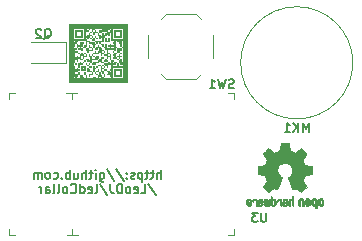
<source format=gbr>
G04 #@! TF.GenerationSoftware,KiCad,Pcbnew,(5.99.0-2119-g1c72042fc)*
G04 #@! TF.CreationDate,2020-07-24T00:21:19+02:00*
G04 #@! TF.ProjectId,ledCollar_PCB,6c656443-6f6c-46c6-9172-5f5043422e6b,rev?*
G04 #@! TF.SameCoordinates,Original*
G04 #@! TF.FileFunction,Legend,Bot*
G04 #@! TF.FilePolarity,Positive*
%FSLAX46Y46*%
G04 Gerber Fmt 4.6, Leading zero omitted, Abs format (unit mm)*
G04 Created by KiCad (PCBNEW (5.99.0-2119-g1c72042fc)) date 2020-07-24 00:21:19*
%MOMM*%
%LPD*%
G01*
G04 APERTURE LIST*
%ADD10C,0.127000*%
%ADD11C,0.010000*%
%ADD12C,0.120000*%
G04 APERTURE END LIST*
D10*
X113193285Y-114920304D02*
X113193285Y-114158304D01*
X112866714Y-114920304D02*
X112866714Y-114521161D01*
X112903000Y-114448590D01*
X112975571Y-114412304D01*
X113084428Y-114412304D01*
X113157000Y-114448590D01*
X113193285Y-114484875D01*
X112612714Y-114412304D02*
X112322428Y-114412304D01*
X112503857Y-114158304D02*
X112503857Y-114811447D01*
X112467571Y-114884018D01*
X112395000Y-114920304D01*
X112322428Y-114920304D01*
X112177285Y-114412304D02*
X111887000Y-114412304D01*
X112068428Y-114158304D02*
X112068428Y-114811447D01*
X112032142Y-114884018D01*
X111959571Y-114920304D01*
X111887000Y-114920304D01*
X111633000Y-114412304D02*
X111633000Y-115174304D01*
X111633000Y-114448590D02*
X111560428Y-114412304D01*
X111415285Y-114412304D01*
X111342714Y-114448590D01*
X111306428Y-114484875D01*
X111270142Y-114557447D01*
X111270142Y-114775161D01*
X111306428Y-114847732D01*
X111342714Y-114884018D01*
X111415285Y-114920304D01*
X111560428Y-114920304D01*
X111633000Y-114884018D01*
X110979857Y-114884018D02*
X110907285Y-114920304D01*
X110762142Y-114920304D01*
X110689571Y-114884018D01*
X110653285Y-114811447D01*
X110653285Y-114775161D01*
X110689571Y-114702590D01*
X110762142Y-114666304D01*
X110871000Y-114666304D01*
X110943571Y-114630018D01*
X110979857Y-114557447D01*
X110979857Y-114521161D01*
X110943571Y-114448590D01*
X110871000Y-114412304D01*
X110762142Y-114412304D01*
X110689571Y-114448590D01*
X110326714Y-114847732D02*
X110290428Y-114884018D01*
X110326714Y-114920304D01*
X110363000Y-114884018D01*
X110326714Y-114847732D01*
X110326714Y-114920304D01*
X110326714Y-114448590D02*
X110290428Y-114484875D01*
X110326714Y-114521161D01*
X110363000Y-114484875D01*
X110326714Y-114448590D01*
X110326714Y-114521161D01*
X109419571Y-114122018D02*
X110072714Y-115101732D01*
X108621285Y-114122018D02*
X109274428Y-115101732D01*
X108040714Y-114412304D02*
X108040714Y-115029161D01*
X108077000Y-115101732D01*
X108113285Y-115138018D01*
X108185857Y-115174304D01*
X108294714Y-115174304D01*
X108367285Y-115138018D01*
X108040714Y-114884018D02*
X108113285Y-114920304D01*
X108258428Y-114920304D01*
X108331000Y-114884018D01*
X108367285Y-114847732D01*
X108403571Y-114775161D01*
X108403571Y-114557447D01*
X108367285Y-114484875D01*
X108331000Y-114448590D01*
X108258428Y-114412304D01*
X108113285Y-114412304D01*
X108040714Y-114448590D01*
X107677857Y-114920304D02*
X107677857Y-114412304D01*
X107677857Y-114158304D02*
X107714142Y-114194590D01*
X107677857Y-114230875D01*
X107641571Y-114194590D01*
X107677857Y-114158304D01*
X107677857Y-114230875D01*
X107423857Y-114412304D02*
X107133571Y-114412304D01*
X107315000Y-114158304D02*
X107315000Y-114811447D01*
X107278714Y-114884018D01*
X107206142Y-114920304D01*
X107133571Y-114920304D01*
X106879571Y-114920304D02*
X106879571Y-114158304D01*
X106553000Y-114920304D02*
X106553000Y-114521161D01*
X106589285Y-114448590D01*
X106661857Y-114412304D01*
X106770714Y-114412304D01*
X106843285Y-114448590D01*
X106879571Y-114484875D01*
X105863571Y-114412304D02*
X105863571Y-114920304D01*
X106190142Y-114412304D02*
X106190142Y-114811447D01*
X106153857Y-114884018D01*
X106081285Y-114920304D01*
X105972428Y-114920304D01*
X105899857Y-114884018D01*
X105863571Y-114847732D01*
X105500714Y-114920304D02*
X105500714Y-114158304D01*
X105500714Y-114448590D02*
X105428142Y-114412304D01*
X105283000Y-114412304D01*
X105210428Y-114448590D01*
X105174142Y-114484875D01*
X105137857Y-114557447D01*
X105137857Y-114775161D01*
X105174142Y-114847732D01*
X105210428Y-114884018D01*
X105283000Y-114920304D01*
X105428142Y-114920304D01*
X105500714Y-114884018D01*
X104811285Y-114847732D02*
X104775000Y-114884018D01*
X104811285Y-114920304D01*
X104847571Y-114884018D01*
X104811285Y-114847732D01*
X104811285Y-114920304D01*
X104121857Y-114884018D02*
X104194428Y-114920304D01*
X104339571Y-114920304D01*
X104412142Y-114884018D01*
X104448428Y-114847732D01*
X104484714Y-114775161D01*
X104484714Y-114557447D01*
X104448428Y-114484875D01*
X104412142Y-114448590D01*
X104339571Y-114412304D01*
X104194428Y-114412304D01*
X104121857Y-114448590D01*
X103686428Y-114920304D02*
X103759000Y-114884018D01*
X103795285Y-114847732D01*
X103831571Y-114775161D01*
X103831571Y-114557447D01*
X103795285Y-114484875D01*
X103759000Y-114448590D01*
X103686428Y-114412304D01*
X103577571Y-114412304D01*
X103505000Y-114448590D01*
X103468714Y-114484875D01*
X103432428Y-114557447D01*
X103432428Y-114775161D01*
X103468714Y-114847732D01*
X103505000Y-114884018D01*
X103577571Y-114920304D01*
X103686428Y-114920304D01*
X103105857Y-114920304D02*
X103105857Y-114412304D01*
X103105857Y-114484875D02*
X103069571Y-114448590D01*
X102997000Y-114412304D01*
X102888142Y-114412304D01*
X102815571Y-114448590D01*
X102779285Y-114521161D01*
X102779285Y-114920304D01*
X102779285Y-114521161D02*
X102743000Y-114448590D01*
X102670428Y-114412304D01*
X102561571Y-114412304D01*
X102489000Y-114448590D01*
X102452714Y-114521161D01*
X102452714Y-114920304D01*
X112122857Y-115348838D02*
X112776000Y-116328552D01*
X111506000Y-116147124D02*
X111868857Y-116147124D01*
X111868857Y-115385124D01*
X110961714Y-116110838D02*
X111034285Y-116147124D01*
X111179428Y-116147124D01*
X111252000Y-116110838D01*
X111288285Y-116038267D01*
X111288285Y-115747981D01*
X111252000Y-115675410D01*
X111179428Y-115639124D01*
X111034285Y-115639124D01*
X110961714Y-115675410D01*
X110925428Y-115747981D01*
X110925428Y-115820552D01*
X111288285Y-115893124D01*
X110490000Y-116147124D02*
X110562571Y-116110838D01*
X110598857Y-116074552D01*
X110635142Y-116001981D01*
X110635142Y-115784267D01*
X110598857Y-115711695D01*
X110562571Y-115675410D01*
X110490000Y-115639124D01*
X110381142Y-115639124D01*
X110308571Y-115675410D01*
X110272285Y-115711695D01*
X110236000Y-115784267D01*
X110236000Y-116001981D01*
X110272285Y-116074552D01*
X110308571Y-116110838D01*
X110381142Y-116147124D01*
X110490000Y-116147124D01*
X109909428Y-116147124D02*
X109909428Y-115385124D01*
X109728000Y-115385124D01*
X109619142Y-115421410D01*
X109546571Y-115493981D01*
X109510285Y-115566552D01*
X109474000Y-115711695D01*
X109474000Y-115820552D01*
X109510285Y-115965695D01*
X109546571Y-116038267D01*
X109619142Y-116110838D01*
X109728000Y-116147124D01*
X109909428Y-116147124D01*
X108929714Y-115385124D02*
X108929714Y-115929410D01*
X108966000Y-116038267D01*
X109038571Y-116110838D01*
X109147428Y-116147124D01*
X109220000Y-116147124D01*
X108022571Y-115348838D02*
X108675714Y-116328552D01*
X107659714Y-116147124D02*
X107732285Y-116110838D01*
X107768571Y-116038267D01*
X107768571Y-115385124D01*
X107079142Y-116110838D02*
X107151714Y-116147124D01*
X107296857Y-116147124D01*
X107369428Y-116110838D01*
X107405714Y-116038267D01*
X107405714Y-115747981D01*
X107369428Y-115675410D01*
X107296857Y-115639124D01*
X107151714Y-115639124D01*
X107079142Y-115675410D01*
X107042857Y-115747981D01*
X107042857Y-115820552D01*
X107405714Y-115893124D01*
X106389714Y-116147124D02*
X106389714Y-115385124D01*
X106389714Y-116110838D02*
X106462285Y-116147124D01*
X106607428Y-116147124D01*
X106680000Y-116110838D01*
X106716285Y-116074552D01*
X106752571Y-116001981D01*
X106752571Y-115784267D01*
X106716285Y-115711695D01*
X106680000Y-115675410D01*
X106607428Y-115639124D01*
X106462285Y-115639124D01*
X106389714Y-115675410D01*
X105591428Y-116074552D02*
X105627714Y-116110838D01*
X105736571Y-116147124D01*
X105809142Y-116147124D01*
X105918000Y-116110838D01*
X105990571Y-116038267D01*
X106026857Y-115965695D01*
X106063142Y-115820552D01*
X106063142Y-115711695D01*
X106026857Y-115566552D01*
X105990571Y-115493981D01*
X105918000Y-115421410D01*
X105809142Y-115385124D01*
X105736571Y-115385124D01*
X105627714Y-115421410D01*
X105591428Y-115457695D01*
X105156000Y-116147124D02*
X105228571Y-116110838D01*
X105264857Y-116074552D01*
X105301142Y-116001981D01*
X105301142Y-115784267D01*
X105264857Y-115711695D01*
X105228571Y-115675410D01*
X105156000Y-115639124D01*
X105047142Y-115639124D01*
X104974571Y-115675410D01*
X104938285Y-115711695D01*
X104902000Y-115784267D01*
X104902000Y-116001981D01*
X104938285Y-116074552D01*
X104974571Y-116110838D01*
X105047142Y-116147124D01*
X105156000Y-116147124D01*
X104466571Y-116147124D02*
X104539142Y-116110838D01*
X104575428Y-116038267D01*
X104575428Y-115385124D01*
X104067428Y-116147124D02*
X104140000Y-116110838D01*
X104176285Y-116038267D01*
X104176285Y-115385124D01*
X103450571Y-116147124D02*
X103450571Y-115747981D01*
X103486857Y-115675410D01*
X103559428Y-115639124D01*
X103704571Y-115639124D01*
X103777142Y-115675410D01*
X103450571Y-116110838D02*
X103523142Y-116147124D01*
X103704571Y-116147124D01*
X103777142Y-116110838D01*
X103813428Y-116038267D01*
X103813428Y-115965695D01*
X103777142Y-115893124D01*
X103704571Y-115856838D01*
X103523142Y-115856838D01*
X103450571Y-115820552D01*
X103087714Y-116147124D02*
X103087714Y-115639124D01*
X103087714Y-115784267D02*
X103051428Y-115711695D01*
X103015142Y-115675410D01*
X102942571Y-115639124D01*
X102870000Y-115639124D01*
X122119571Y-117819714D02*
X122119571Y-118436571D01*
X122083285Y-118509142D01*
X122047000Y-118545428D01*
X121974428Y-118581714D01*
X121829285Y-118581714D01*
X121756714Y-118545428D01*
X121720428Y-118509142D01*
X121684142Y-118436571D01*
X121684142Y-117819714D01*
X121393857Y-117819714D02*
X120922142Y-117819714D01*
X121176142Y-118110000D01*
X121067285Y-118110000D01*
X120994714Y-118146285D01*
X120958428Y-118182571D01*
X120922142Y-118255142D01*
X120922142Y-118436571D01*
X120958428Y-118509142D01*
X120994714Y-118545428D01*
X121067285Y-118581714D01*
X121285000Y-118581714D01*
X121357571Y-118545428D01*
X121393857Y-118509142D01*
X103322571Y-103067285D02*
X103395142Y-103031000D01*
X103467714Y-102958428D01*
X103576571Y-102849571D01*
X103649142Y-102813285D01*
X103721714Y-102813285D01*
X103685428Y-102994714D02*
X103758000Y-102958428D01*
X103830571Y-102885857D01*
X103866857Y-102740714D01*
X103866857Y-102486714D01*
X103830571Y-102341571D01*
X103758000Y-102269000D01*
X103685428Y-102232714D01*
X103540285Y-102232714D01*
X103467714Y-102269000D01*
X103395142Y-102341571D01*
X103358857Y-102486714D01*
X103358857Y-102740714D01*
X103395142Y-102885857D01*
X103467714Y-102958428D01*
X103540285Y-102994714D01*
X103685428Y-102994714D01*
X103068571Y-102305285D02*
X103032285Y-102269000D01*
X102959714Y-102232714D01*
X102778285Y-102232714D01*
X102705714Y-102269000D01*
X102669428Y-102305285D01*
X102633142Y-102377857D01*
X102633142Y-102450428D01*
X102669428Y-102559285D01*
X103104857Y-102994714D01*
X102633142Y-102994714D01*
X125711857Y-110961714D02*
X125711857Y-110199714D01*
X125457857Y-110744000D01*
X125203857Y-110199714D01*
X125203857Y-110961714D01*
X124841000Y-110961714D02*
X124841000Y-110199714D01*
X124405571Y-110961714D02*
X124732142Y-110526285D01*
X124405571Y-110199714D02*
X124841000Y-110635142D01*
X123679857Y-110961714D02*
X124115285Y-110961714D01*
X123897571Y-110961714D02*
X123897571Y-110199714D01*
X123970142Y-110308571D01*
X124042714Y-110381142D01*
X124115285Y-110417428D01*
X119380000Y-107242428D02*
X119271142Y-107278714D01*
X119089714Y-107278714D01*
X119017142Y-107242428D01*
X118980857Y-107206142D01*
X118944571Y-107133571D01*
X118944571Y-107061000D01*
X118980857Y-106988428D01*
X119017142Y-106952142D01*
X119089714Y-106915857D01*
X119234857Y-106879571D01*
X119307428Y-106843285D01*
X119343714Y-106807000D01*
X119380000Y-106734428D01*
X119380000Y-106661857D01*
X119343714Y-106589285D01*
X119307428Y-106553000D01*
X119234857Y-106516714D01*
X119053428Y-106516714D01*
X118944571Y-106553000D01*
X118690571Y-106516714D02*
X118509142Y-107278714D01*
X118364000Y-106734428D01*
X118218857Y-107278714D01*
X118037428Y-106516714D01*
X117348000Y-107278714D02*
X117783428Y-107278714D01*
X117565714Y-107278714D02*
X117565714Y-106516714D01*
X117638285Y-106625571D01*
X117710857Y-106698142D01*
X117783428Y-106734428D01*
G36*
X105600500Y-106794300D02*
G01*
X105473500Y-106794300D01*
X105473500Y-106667300D01*
X105600500Y-106667300D01*
X105600500Y-106794300D01*
G37*
G36*
X105727500Y-106794300D02*
G01*
X105600500Y-106794300D01*
X105600500Y-106667300D01*
X105727500Y-106667300D01*
X105727500Y-106794300D01*
G37*
G36*
X105854500Y-106794300D02*
G01*
X105727500Y-106794300D01*
X105727500Y-106667300D01*
X105854500Y-106667300D01*
X105854500Y-106794300D01*
G37*
G36*
X105981500Y-106794300D02*
G01*
X105854500Y-106794300D01*
X105854500Y-106667300D01*
X105981500Y-106667300D01*
X105981500Y-106794300D01*
G37*
G36*
X106108500Y-106794300D02*
G01*
X105981500Y-106794300D01*
X105981500Y-106667300D01*
X106108500Y-106667300D01*
X106108500Y-106794300D01*
G37*
G36*
X106235500Y-106794300D02*
G01*
X106108500Y-106794300D01*
X106108500Y-106667300D01*
X106235500Y-106667300D01*
X106235500Y-106794300D01*
G37*
G36*
X106362500Y-106794300D02*
G01*
X106235500Y-106794300D01*
X106235500Y-106667300D01*
X106362500Y-106667300D01*
X106362500Y-106794300D01*
G37*
G36*
X106489500Y-106794300D02*
G01*
X106362500Y-106794300D01*
X106362500Y-106667300D01*
X106489500Y-106667300D01*
X106489500Y-106794300D01*
G37*
G36*
X106616500Y-106794300D02*
G01*
X106489500Y-106794300D01*
X106489500Y-106667300D01*
X106616500Y-106667300D01*
X106616500Y-106794300D01*
G37*
G36*
X106743500Y-106794300D02*
G01*
X106616500Y-106794300D01*
X106616500Y-106667300D01*
X106743500Y-106667300D01*
X106743500Y-106794300D01*
G37*
G36*
X106870500Y-106794300D02*
G01*
X106743500Y-106794300D01*
X106743500Y-106667300D01*
X106870500Y-106667300D01*
X106870500Y-106794300D01*
G37*
G36*
X106997500Y-106794300D02*
G01*
X106870500Y-106794300D01*
X106870500Y-106667300D01*
X106997500Y-106667300D01*
X106997500Y-106794300D01*
G37*
G36*
X107124500Y-106794300D02*
G01*
X106997500Y-106794300D01*
X106997500Y-106667300D01*
X107124500Y-106667300D01*
X107124500Y-106794300D01*
G37*
G36*
X107251500Y-106794300D02*
G01*
X107124500Y-106794300D01*
X107124500Y-106667300D01*
X107251500Y-106667300D01*
X107251500Y-106794300D01*
G37*
G36*
X107378500Y-106794300D02*
G01*
X107251500Y-106794300D01*
X107251500Y-106667300D01*
X107378500Y-106667300D01*
X107378500Y-106794300D01*
G37*
G36*
X107505500Y-106794300D02*
G01*
X107378500Y-106794300D01*
X107378500Y-106667300D01*
X107505500Y-106667300D01*
X107505500Y-106794300D01*
G37*
G36*
X107632500Y-106794300D02*
G01*
X107505500Y-106794300D01*
X107505500Y-106667300D01*
X107632500Y-106667300D01*
X107632500Y-106794300D01*
G37*
G36*
X107759500Y-106794300D02*
G01*
X107632500Y-106794300D01*
X107632500Y-106667300D01*
X107759500Y-106667300D01*
X107759500Y-106794300D01*
G37*
G36*
X107886500Y-106794300D02*
G01*
X107759500Y-106794300D01*
X107759500Y-106667300D01*
X107886500Y-106667300D01*
X107886500Y-106794300D01*
G37*
G36*
X108013500Y-106794300D02*
G01*
X107886500Y-106794300D01*
X107886500Y-106667300D01*
X108013500Y-106667300D01*
X108013500Y-106794300D01*
G37*
G36*
X108140500Y-106794300D02*
G01*
X108013500Y-106794300D01*
X108013500Y-106667300D01*
X108140500Y-106667300D01*
X108140500Y-106794300D01*
G37*
G36*
X108267500Y-106794300D02*
G01*
X108140500Y-106794300D01*
X108140500Y-106667300D01*
X108267500Y-106667300D01*
X108267500Y-106794300D01*
G37*
G36*
X108394500Y-106794300D02*
G01*
X108267500Y-106794300D01*
X108267500Y-106667300D01*
X108394500Y-106667300D01*
X108394500Y-106794300D01*
G37*
G36*
X108521500Y-106794300D02*
G01*
X108394500Y-106794300D01*
X108394500Y-106667300D01*
X108521500Y-106667300D01*
X108521500Y-106794300D01*
G37*
G36*
X108648500Y-106794300D02*
G01*
X108521500Y-106794300D01*
X108521500Y-106667300D01*
X108648500Y-106667300D01*
X108648500Y-106794300D01*
G37*
G36*
X108775500Y-106794300D02*
G01*
X108648500Y-106794300D01*
X108648500Y-106667300D01*
X108775500Y-106667300D01*
X108775500Y-106794300D01*
G37*
G36*
X108902500Y-106794300D02*
G01*
X108775500Y-106794300D01*
X108775500Y-106667300D01*
X108902500Y-106667300D01*
X108902500Y-106794300D01*
G37*
G36*
X109029500Y-106794300D02*
G01*
X108902500Y-106794300D01*
X108902500Y-106667300D01*
X109029500Y-106667300D01*
X109029500Y-106794300D01*
G37*
G36*
X109156500Y-106794300D02*
G01*
X109029500Y-106794300D01*
X109029500Y-106667300D01*
X109156500Y-106667300D01*
X109156500Y-106794300D01*
G37*
G36*
X109283500Y-106794300D02*
G01*
X109156500Y-106794300D01*
X109156500Y-106667300D01*
X109283500Y-106667300D01*
X109283500Y-106794300D01*
G37*
G36*
X109410500Y-106794300D02*
G01*
X109283500Y-106794300D01*
X109283500Y-106667300D01*
X109410500Y-106667300D01*
X109410500Y-106794300D01*
G37*
G36*
X109537500Y-106794300D02*
G01*
X109410500Y-106794300D01*
X109410500Y-106667300D01*
X109537500Y-106667300D01*
X109537500Y-106794300D01*
G37*
G36*
X109664500Y-106794300D02*
G01*
X109537500Y-106794300D01*
X109537500Y-106667300D01*
X109664500Y-106667300D01*
X109664500Y-106794300D01*
G37*
G36*
X109791500Y-106794300D02*
G01*
X109664500Y-106794300D01*
X109664500Y-106667300D01*
X109791500Y-106667300D01*
X109791500Y-106794300D01*
G37*
G36*
X109918500Y-106794300D02*
G01*
X109791500Y-106794300D01*
X109791500Y-106667300D01*
X109918500Y-106667300D01*
X109918500Y-106794300D01*
G37*
G36*
X110045500Y-106794300D02*
G01*
X109918500Y-106794300D01*
X109918500Y-106667300D01*
X110045500Y-106667300D01*
X110045500Y-106794300D01*
G37*
G36*
X110172500Y-106794300D02*
G01*
X110045500Y-106794300D01*
X110045500Y-106667300D01*
X110172500Y-106667300D01*
X110172500Y-106794300D01*
G37*
G36*
X110299500Y-106794300D02*
G01*
X110172500Y-106794300D01*
X110172500Y-106667300D01*
X110299500Y-106667300D01*
X110299500Y-106794300D01*
G37*
G36*
X110426500Y-106794300D02*
G01*
X110299500Y-106794300D01*
X110299500Y-106667300D01*
X110426500Y-106667300D01*
X110426500Y-106794300D01*
G37*
G36*
X105600500Y-106667300D02*
G01*
X105473500Y-106667300D01*
X105473500Y-106540300D01*
X105600500Y-106540300D01*
X105600500Y-106667300D01*
G37*
G36*
X105727500Y-106667300D02*
G01*
X105600500Y-106667300D01*
X105600500Y-106540300D01*
X105727500Y-106540300D01*
X105727500Y-106667300D01*
G37*
G36*
X105854500Y-106667300D02*
G01*
X105727500Y-106667300D01*
X105727500Y-106540300D01*
X105854500Y-106540300D01*
X105854500Y-106667300D01*
G37*
G36*
X105981500Y-106667300D02*
G01*
X105854500Y-106667300D01*
X105854500Y-106540300D01*
X105981500Y-106540300D01*
X105981500Y-106667300D01*
G37*
G36*
X106108500Y-106667300D02*
G01*
X105981500Y-106667300D01*
X105981500Y-106540300D01*
X106108500Y-106540300D01*
X106108500Y-106667300D01*
G37*
G36*
X106235500Y-106667300D02*
G01*
X106108500Y-106667300D01*
X106108500Y-106540300D01*
X106235500Y-106540300D01*
X106235500Y-106667300D01*
G37*
G36*
X106362500Y-106667300D02*
G01*
X106235500Y-106667300D01*
X106235500Y-106540300D01*
X106362500Y-106540300D01*
X106362500Y-106667300D01*
G37*
G36*
X106489500Y-106667300D02*
G01*
X106362500Y-106667300D01*
X106362500Y-106540300D01*
X106489500Y-106540300D01*
X106489500Y-106667300D01*
G37*
G36*
X106616500Y-106667300D02*
G01*
X106489500Y-106667300D01*
X106489500Y-106540300D01*
X106616500Y-106540300D01*
X106616500Y-106667300D01*
G37*
G36*
X106743500Y-106667300D02*
G01*
X106616500Y-106667300D01*
X106616500Y-106540300D01*
X106743500Y-106540300D01*
X106743500Y-106667300D01*
G37*
G36*
X106870500Y-106667300D02*
G01*
X106743500Y-106667300D01*
X106743500Y-106540300D01*
X106870500Y-106540300D01*
X106870500Y-106667300D01*
G37*
G36*
X106997500Y-106667300D02*
G01*
X106870500Y-106667300D01*
X106870500Y-106540300D01*
X106997500Y-106540300D01*
X106997500Y-106667300D01*
G37*
G36*
X107124500Y-106667300D02*
G01*
X106997500Y-106667300D01*
X106997500Y-106540300D01*
X107124500Y-106540300D01*
X107124500Y-106667300D01*
G37*
G36*
X107251500Y-106667300D02*
G01*
X107124500Y-106667300D01*
X107124500Y-106540300D01*
X107251500Y-106540300D01*
X107251500Y-106667300D01*
G37*
G36*
X107378500Y-106667300D02*
G01*
X107251500Y-106667300D01*
X107251500Y-106540300D01*
X107378500Y-106540300D01*
X107378500Y-106667300D01*
G37*
G36*
X107505500Y-106667300D02*
G01*
X107378500Y-106667300D01*
X107378500Y-106540300D01*
X107505500Y-106540300D01*
X107505500Y-106667300D01*
G37*
G36*
X107632500Y-106667300D02*
G01*
X107505500Y-106667300D01*
X107505500Y-106540300D01*
X107632500Y-106540300D01*
X107632500Y-106667300D01*
G37*
G36*
X107759500Y-106667300D02*
G01*
X107632500Y-106667300D01*
X107632500Y-106540300D01*
X107759500Y-106540300D01*
X107759500Y-106667300D01*
G37*
G36*
X107886500Y-106667300D02*
G01*
X107759500Y-106667300D01*
X107759500Y-106540300D01*
X107886500Y-106540300D01*
X107886500Y-106667300D01*
G37*
G36*
X108013500Y-106667300D02*
G01*
X107886500Y-106667300D01*
X107886500Y-106540300D01*
X108013500Y-106540300D01*
X108013500Y-106667300D01*
G37*
G36*
X108140500Y-106667300D02*
G01*
X108013500Y-106667300D01*
X108013500Y-106540300D01*
X108140500Y-106540300D01*
X108140500Y-106667300D01*
G37*
G36*
X108267500Y-106667300D02*
G01*
X108140500Y-106667300D01*
X108140500Y-106540300D01*
X108267500Y-106540300D01*
X108267500Y-106667300D01*
G37*
G36*
X108394500Y-106667300D02*
G01*
X108267500Y-106667300D01*
X108267500Y-106540300D01*
X108394500Y-106540300D01*
X108394500Y-106667300D01*
G37*
G36*
X108521500Y-106667300D02*
G01*
X108394500Y-106667300D01*
X108394500Y-106540300D01*
X108521500Y-106540300D01*
X108521500Y-106667300D01*
G37*
G36*
X108648500Y-106667300D02*
G01*
X108521500Y-106667300D01*
X108521500Y-106540300D01*
X108648500Y-106540300D01*
X108648500Y-106667300D01*
G37*
G36*
X108775500Y-106667300D02*
G01*
X108648500Y-106667300D01*
X108648500Y-106540300D01*
X108775500Y-106540300D01*
X108775500Y-106667300D01*
G37*
G36*
X108902500Y-106667300D02*
G01*
X108775500Y-106667300D01*
X108775500Y-106540300D01*
X108902500Y-106540300D01*
X108902500Y-106667300D01*
G37*
G36*
X109029500Y-106667300D02*
G01*
X108902500Y-106667300D01*
X108902500Y-106540300D01*
X109029500Y-106540300D01*
X109029500Y-106667300D01*
G37*
G36*
X109156500Y-106667300D02*
G01*
X109029500Y-106667300D01*
X109029500Y-106540300D01*
X109156500Y-106540300D01*
X109156500Y-106667300D01*
G37*
G36*
X109283500Y-106667300D02*
G01*
X109156500Y-106667300D01*
X109156500Y-106540300D01*
X109283500Y-106540300D01*
X109283500Y-106667300D01*
G37*
G36*
X109410500Y-106667300D02*
G01*
X109283500Y-106667300D01*
X109283500Y-106540300D01*
X109410500Y-106540300D01*
X109410500Y-106667300D01*
G37*
G36*
X109537500Y-106667300D02*
G01*
X109410500Y-106667300D01*
X109410500Y-106540300D01*
X109537500Y-106540300D01*
X109537500Y-106667300D01*
G37*
G36*
X109664500Y-106667300D02*
G01*
X109537500Y-106667300D01*
X109537500Y-106540300D01*
X109664500Y-106540300D01*
X109664500Y-106667300D01*
G37*
G36*
X109791500Y-106667300D02*
G01*
X109664500Y-106667300D01*
X109664500Y-106540300D01*
X109791500Y-106540300D01*
X109791500Y-106667300D01*
G37*
G36*
X109918500Y-106667300D02*
G01*
X109791500Y-106667300D01*
X109791500Y-106540300D01*
X109918500Y-106540300D01*
X109918500Y-106667300D01*
G37*
G36*
X110045500Y-106667300D02*
G01*
X109918500Y-106667300D01*
X109918500Y-106540300D01*
X110045500Y-106540300D01*
X110045500Y-106667300D01*
G37*
G36*
X110172500Y-106667300D02*
G01*
X110045500Y-106667300D01*
X110045500Y-106540300D01*
X110172500Y-106540300D01*
X110172500Y-106667300D01*
G37*
G36*
X110299500Y-106667300D02*
G01*
X110172500Y-106667300D01*
X110172500Y-106540300D01*
X110299500Y-106540300D01*
X110299500Y-106667300D01*
G37*
G36*
X110426500Y-106667300D02*
G01*
X110299500Y-106667300D01*
X110299500Y-106540300D01*
X110426500Y-106540300D01*
X110426500Y-106667300D01*
G37*
G36*
X105600500Y-106540300D02*
G01*
X105473500Y-106540300D01*
X105473500Y-106413300D01*
X105600500Y-106413300D01*
X105600500Y-106540300D01*
G37*
G36*
X105727500Y-106540300D02*
G01*
X105600500Y-106540300D01*
X105600500Y-106413300D01*
X105727500Y-106413300D01*
X105727500Y-106540300D01*
G37*
G36*
X105854500Y-106540300D02*
G01*
X105727500Y-106540300D01*
X105727500Y-106413300D01*
X105854500Y-106413300D01*
X105854500Y-106540300D01*
G37*
G36*
X105981500Y-106540300D02*
G01*
X105854500Y-106540300D01*
X105854500Y-106413300D01*
X105981500Y-106413300D01*
X105981500Y-106540300D01*
G37*
G36*
X106108500Y-106540300D02*
G01*
X105981500Y-106540300D01*
X105981500Y-106413300D01*
X106108500Y-106413300D01*
X106108500Y-106540300D01*
G37*
G36*
X106235500Y-106540300D02*
G01*
X106108500Y-106540300D01*
X106108500Y-106413300D01*
X106235500Y-106413300D01*
X106235500Y-106540300D01*
G37*
G36*
X106362500Y-106540300D02*
G01*
X106235500Y-106540300D01*
X106235500Y-106413300D01*
X106362500Y-106413300D01*
X106362500Y-106540300D01*
G37*
G36*
X106489500Y-106540300D02*
G01*
X106362500Y-106540300D01*
X106362500Y-106413300D01*
X106489500Y-106413300D01*
X106489500Y-106540300D01*
G37*
G36*
X106616500Y-106540300D02*
G01*
X106489500Y-106540300D01*
X106489500Y-106413300D01*
X106616500Y-106413300D01*
X106616500Y-106540300D01*
G37*
G36*
X106743500Y-106540300D02*
G01*
X106616500Y-106540300D01*
X106616500Y-106413300D01*
X106743500Y-106413300D01*
X106743500Y-106540300D01*
G37*
G36*
X106870500Y-106540300D02*
G01*
X106743500Y-106540300D01*
X106743500Y-106413300D01*
X106870500Y-106413300D01*
X106870500Y-106540300D01*
G37*
G36*
X106997500Y-106540300D02*
G01*
X106870500Y-106540300D01*
X106870500Y-106413300D01*
X106997500Y-106413300D01*
X106997500Y-106540300D01*
G37*
G36*
X107124500Y-106540300D02*
G01*
X106997500Y-106540300D01*
X106997500Y-106413300D01*
X107124500Y-106413300D01*
X107124500Y-106540300D01*
G37*
G36*
X107251500Y-106540300D02*
G01*
X107124500Y-106540300D01*
X107124500Y-106413300D01*
X107251500Y-106413300D01*
X107251500Y-106540300D01*
G37*
G36*
X107378500Y-106540300D02*
G01*
X107251500Y-106540300D01*
X107251500Y-106413300D01*
X107378500Y-106413300D01*
X107378500Y-106540300D01*
G37*
G36*
X107505500Y-106540300D02*
G01*
X107378500Y-106540300D01*
X107378500Y-106413300D01*
X107505500Y-106413300D01*
X107505500Y-106540300D01*
G37*
G36*
X107632500Y-106540300D02*
G01*
X107505500Y-106540300D01*
X107505500Y-106413300D01*
X107632500Y-106413300D01*
X107632500Y-106540300D01*
G37*
G36*
X107759500Y-106540300D02*
G01*
X107632500Y-106540300D01*
X107632500Y-106413300D01*
X107759500Y-106413300D01*
X107759500Y-106540300D01*
G37*
G36*
X107886500Y-106540300D02*
G01*
X107759500Y-106540300D01*
X107759500Y-106413300D01*
X107886500Y-106413300D01*
X107886500Y-106540300D01*
G37*
G36*
X108013500Y-106540300D02*
G01*
X107886500Y-106540300D01*
X107886500Y-106413300D01*
X108013500Y-106413300D01*
X108013500Y-106540300D01*
G37*
G36*
X108140500Y-106540300D02*
G01*
X108013500Y-106540300D01*
X108013500Y-106413300D01*
X108140500Y-106413300D01*
X108140500Y-106540300D01*
G37*
G36*
X108267500Y-106540300D02*
G01*
X108140500Y-106540300D01*
X108140500Y-106413300D01*
X108267500Y-106413300D01*
X108267500Y-106540300D01*
G37*
G36*
X108394500Y-106540300D02*
G01*
X108267500Y-106540300D01*
X108267500Y-106413300D01*
X108394500Y-106413300D01*
X108394500Y-106540300D01*
G37*
G36*
X108521500Y-106540300D02*
G01*
X108394500Y-106540300D01*
X108394500Y-106413300D01*
X108521500Y-106413300D01*
X108521500Y-106540300D01*
G37*
G36*
X108648500Y-106540300D02*
G01*
X108521500Y-106540300D01*
X108521500Y-106413300D01*
X108648500Y-106413300D01*
X108648500Y-106540300D01*
G37*
G36*
X108775500Y-106540300D02*
G01*
X108648500Y-106540300D01*
X108648500Y-106413300D01*
X108775500Y-106413300D01*
X108775500Y-106540300D01*
G37*
G36*
X108902500Y-106540300D02*
G01*
X108775500Y-106540300D01*
X108775500Y-106413300D01*
X108902500Y-106413300D01*
X108902500Y-106540300D01*
G37*
G36*
X109029500Y-106540300D02*
G01*
X108902500Y-106540300D01*
X108902500Y-106413300D01*
X109029500Y-106413300D01*
X109029500Y-106540300D01*
G37*
G36*
X109156500Y-106540300D02*
G01*
X109029500Y-106540300D01*
X109029500Y-106413300D01*
X109156500Y-106413300D01*
X109156500Y-106540300D01*
G37*
G36*
X109283500Y-106540300D02*
G01*
X109156500Y-106540300D01*
X109156500Y-106413300D01*
X109283500Y-106413300D01*
X109283500Y-106540300D01*
G37*
G36*
X109410500Y-106540300D02*
G01*
X109283500Y-106540300D01*
X109283500Y-106413300D01*
X109410500Y-106413300D01*
X109410500Y-106540300D01*
G37*
G36*
X109537500Y-106540300D02*
G01*
X109410500Y-106540300D01*
X109410500Y-106413300D01*
X109537500Y-106413300D01*
X109537500Y-106540300D01*
G37*
G36*
X109664500Y-106540300D02*
G01*
X109537500Y-106540300D01*
X109537500Y-106413300D01*
X109664500Y-106413300D01*
X109664500Y-106540300D01*
G37*
G36*
X109791500Y-106540300D02*
G01*
X109664500Y-106540300D01*
X109664500Y-106413300D01*
X109791500Y-106413300D01*
X109791500Y-106540300D01*
G37*
G36*
X109918500Y-106540300D02*
G01*
X109791500Y-106540300D01*
X109791500Y-106413300D01*
X109918500Y-106413300D01*
X109918500Y-106540300D01*
G37*
G36*
X110045500Y-106540300D02*
G01*
X109918500Y-106540300D01*
X109918500Y-106413300D01*
X110045500Y-106413300D01*
X110045500Y-106540300D01*
G37*
G36*
X110172500Y-106540300D02*
G01*
X110045500Y-106540300D01*
X110045500Y-106413300D01*
X110172500Y-106413300D01*
X110172500Y-106540300D01*
G37*
G36*
X110299500Y-106540300D02*
G01*
X110172500Y-106540300D01*
X110172500Y-106413300D01*
X110299500Y-106413300D01*
X110299500Y-106540300D01*
G37*
G36*
X110426500Y-106540300D02*
G01*
X110299500Y-106540300D01*
X110299500Y-106413300D01*
X110426500Y-106413300D01*
X110426500Y-106540300D01*
G37*
G36*
X105600500Y-106413300D02*
G01*
X105473500Y-106413300D01*
X105473500Y-106286300D01*
X105600500Y-106286300D01*
X105600500Y-106413300D01*
G37*
G36*
X105727500Y-106413300D02*
G01*
X105600500Y-106413300D01*
X105600500Y-106286300D01*
X105727500Y-106286300D01*
X105727500Y-106413300D01*
G37*
G36*
X105854500Y-106413300D02*
G01*
X105727500Y-106413300D01*
X105727500Y-106286300D01*
X105854500Y-106286300D01*
X105854500Y-106413300D01*
G37*
G36*
X106108500Y-106413300D02*
G01*
X105981500Y-106413300D01*
X105981500Y-106286300D01*
X106108500Y-106286300D01*
X106108500Y-106413300D01*
G37*
G36*
X106489500Y-106413300D02*
G01*
X106362500Y-106413300D01*
X106362500Y-106286300D01*
X106489500Y-106286300D01*
X106489500Y-106413300D01*
G37*
G36*
X106616500Y-106413300D02*
G01*
X106489500Y-106413300D01*
X106489500Y-106286300D01*
X106616500Y-106286300D01*
X106616500Y-106413300D01*
G37*
G36*
X106743500Y-106413300D02*
G01*
X106616500Y-106413300D01*
X106616500Y-106286300D01*
X106743500Y-106286300D01*
X106743500Y-106413300D01*
G37*
G36*
X106997500Y-106413300D02*
G01*
X106870500Y-106413300D01*
X106870500Y-106286300D01*
X106997500Y-106286300D01*
X106997500Y-106413300D01*
G37*
G36*
X107632500Y-106413300D02*
G01*
X107505500Y-106413300D01*
X107505500Y-106286300D01*
X107632500Y-106286300D01*
X107632500Y-106413300D01*
G37*
G36*
X107759500Y-106413300D02*
G01*
X107632500Y-106413300D01*
X107632500Y-106286300D01*
X107759500Y-106286300D01*
X107759500Y-106413300D01*
G37*
G36*
X108013500Y-106413300D02*
G01*
X107886500Y-106413300D01*
X107886500Y-106286300D01*
X108013500Y-106286300D01*
X108013500Y-106413300D01*
G37*
G36*
X108267500Y-106413300D02*
G01*
X108140500Y-106413300D01*
X108140500Y-106286300D01*
X108267500Y-106286300D01*
X108267500Y-106413300D01*
G37*
G36*
X108394500Y-106413300D02*
G01*
X108267500Y-106413300D01*
X108267500Y-106286300D01*
X108394500Y-106286300D01*
X108394500Y-106413300D01*
G37*
G36*
X109156500Y-106413300D02*
G01*
X109029500Y-106413300D01*
X109029500Y-106286300D01*
X109156500Y-106286300D01*
X109156500Y-106413300D01*
G37*
G36*
X110172500Y-106413300D02*
G01*
X110045500Y-106413300D01*
X110045500Y-106286300D01*
X110172500Y-106286300D01*
X110172500Y-106413300D01*
G37*
G36*
X110299500Y-106413300D02*
G01*
X110172500Y-106413300D01*
X110172500Y-106286300D01*
X110299500Y-106286300D01*
X110299500Y-106413300D01*
G37*
G36*
X110426500Y-106413300D02*
G01*
X110299500Y-106413300D01*
X110299500Y-106286300D01*
X110426500Y-106286300D01*
X110426500Y-106413300D01*
G37*
G36*
X105600500Y-106286300D02*
G01*
X105473500Y-106286300D01*
X105473500Y-106159300D01*
X105600500Y-106159300D01*
X105600500Y-106286300D01*
G37*
G36*
X105727500Y-106286300D02*
G01*
X105600500Y-106286300D01*
X105600500Y-106159300D01*
X105727500Y-106159300D01*
X105727500Y-106286300D01*
G37*
G36*
X105854500Y-106286300D02*
G01*
X105727500Y-106286300D01*
X105727500Y-106159300D01*
X105854500Y-106159300D01*
X105854500Y-106286300D01*
G37*
G36*
X105981500Y-106286300D02*
G01*
X105854500Y-106286300D01*
X105854500Y-106159300D01*
X105981500Y-106159300D01*
X105981500Y-106286300D01*
G37*
G36*
X106108500Y-106286300D02*
G01*
X105981500Y-106286300D01*
X105981500Y-106159300D01*
X106108500Y-106159300D01*
X106108500Y-106286300D01*
G37*
G36*
X106235500Y-106286300D02*
G01*
X106108500Y-106286300D01*
X106108500Y-106159300D01*
X106235500Y-106159300D01*
X106235500Y-106286300D01*
G37*
G36*
X106489500Y-106286300D02*
G01*
X106362500Y-106286300D01*
X106362500Y-106159300D01*
X106489500Y-106159300D01*
X106489500Y-106286300D01*
G37*
G36*
X106616500Y-106286300D02*
G01*
X106489500Y-106286300D01*
X106489500Y-106159300D01*
X106616500Y-106159300D01*
X106616500Y-106286300D01*
G37*
G36*
X106997500Y-106286300D02*
G01*
X106870500Y-106286300D01*
X106870500Y-106159300D01*
X106997500Y-106159300D01*
X106997500Y-106286300D01*
G37*
G36*
X107251500Y-106286300D02*
G01*
X107124500Y-106286300D01*
X107124500Y-106159300D01*
X107251500Y-106159300D01*
X107251500Y-106286300D01*
G37*
G36*
X108013500Y-106286300D02*
G01*
X107886500Y-106286300D01*
X107886500Y-106159300D01*
X108013500Y-106159300D01*
X108013500Y-106286300D01*
G37*
G36*
X108140500Y-106286300D02*
G01*
X108013500Y-106286300D01*
X108013500Y-106159300D01*
X108140500Y-106159300D01*
X108140500Y-106286300D01*
G37*
G36*
X108267500Y-106286300D02*
G01*
X108140500Y-106286300D01*
X108140500Y-106159300D01*
X108267500Y-106159300D01*
X108267500Y-106286300D01*
G37*
G36*
X108521500Y-106286300D02*
G01*
X108394500Y-106286300D01*
X108394500Y-106159300D01*
X108521500Y-106159300D01*
X108521500Y-106286300D01*
G37*
G36*
X109029500Y-106286300D02*
G01*
X108902500Y-106286300D01*
X108902500Y-106159300D01*
X109029500Y-106159300D01*
X109029500Y-106286300D01*
G37*
G36*
X109156500Y-106286300D02*
G01*
X109029500Y-106286300D01*
X109029500Y-106159300D01*
X109156500Y-106159300D01*
X109156500Y-106286300D01*
G37*
G36*
X109410500Y-106286300D02*
G01*
X109283500Y-106286300D01*
X109283500Y-106159300D01*
X109410500Y-106159300D01*
X109410500Y-106286300D01*
G37*
G36*
X109537500Y-106286300D02*
G01*
X109410500Y-106286300D01*
X109410500Y-106159300D01*
X109537500Y-106159300D01*
X109537500Y-106286300D01*
G37*
G36*
X109664500Y-106286300D02*
G01*
X109537500Y-106286300D01*
X109537500Y-106159300D01*
X109664500Y-106159300D01*
X109664500Y-106286300D01*
G37*
G36*
X109791500Y-106286300D02*
G01*
X109664500Y-106286300D01*
X109664500Y-106159300D01*
X109791500Y-106159300D01*
X109791500Y-106286300D01*
G37*
G36*
X109918500Y-106286300D02*
G01*
X109791500Y-106286300D01*
X109791500Y-106159300D01*
X109918500Y-106159300D01*
X109918500Y-106286300D01*
G37*
G36*
X110172500Y-106286300D02*
G01*
X110045500Y-106286300D01*
X110045500Y-106159300D01*
X110172500Y-106159300D01*
X110172500Y-106286300D01*
G37*
G36*
X110299500Y-106286300D02*
G01*
X110172500Y-106286300D01*
X110172500Y-106159300D01*
X110299500Y-106159300D01*
X110299500Y-106286300D01*
G37*
G36*
X110426500Y-106286300D02*
G01*
X110299500Y-106286300D01*
X110299500Y-106159300D01*
X110426500Y-106159300D01*
X110426500Y-106286300D01*
G37*
G36*
X105600500Y-106159300D02*
G01*
X105473500Y-106159300D01*
X105473500Y-106032300D01*
X105600500Y-106032300D01*
X105600500Y-106159300D01*
G37*
G36*
X105727500Y-106159300D02*
G01*
X105600500Y-106159300D01*
X105600500Y-106032300D01*
X105727500Y-106032300D01*
X105727500Y-106159300D01*
G37*
G36*
X105854500Y-106159300D02*
G01*
X105727500Y-106159300D01*
X105727500Y-106032300D01*
X105854500Y-106032300D01*
X105854500Y-106159300D01*
G37*
G36*
X105981500Y-106159300D02*
G01*
X105854500Y-106159300D01*
X105854500Y-106032300D01*
X105981500Y-106032300D01*
X105981500Y-106159300D01*
G37*
G36*
X106108500Y-106159300D02*
G01*
X105981500Y-106159300D01*
X105981500Y-106032300D01*
X106108500Y-106032300D01*
X106108500Y-106159300D01*
G37*
G36*
X106235500Y-106159300D02*
G01*
X106108500Y-106159300D01*
X106108500Y-106032300D01*
X106235500Y-106032300D01*
X106235500Y-106159300D01*
G37*
G36*
X106362500Y-106159300D02*
G01*
X106235500Y-106159300D01*
X106235500Y-106032300D01*
X106362500Y-106032300D01*
X106362500Y-106159300D01*
G37*
G36*
X106870500Y-106159300D02*
G01*
X106743500Y-106159300D01*
X106743500Y-106032300D01*
X106870500Y-106032300D01*
X106870500Y-106159300D01*
G37*
G36*
X107251500Y-106159300D02*
G01*
X107124500Y-106159300D01*
X107124500Y-106032300D01*
X107251500Y-106032300D01*
X107251500Y-106159300D01*
G37*
G36*
X107378500Y-106159300D02*
G01*
X107251500Y-106159300D01*
X107251500Y-106032300D01*
X107378500Y-106032300D01*
X107378500Y-106159300D01*
G37*
G36*
X107505500Y-106159300D02*
G01*
X107378500Y-106159300D01*
X107378500Y-106032300D01*
X107505500Y-106032300D01*
X107505500Y-106159300D01*
G37*
G36*
X107886500Y-106159300D02*
G01*
X107759500Y-106159300D01*
X107759500Y-106032300D01*
X107886500Y-106032300D01*
X107886500Y-106159300D01*
G37*
G36*
X108140500Y-106159300D02*
G01*
X108013500Y-106159300D01*
X108013500Y-106032300D01*
X108140500Y-106032300D01*
X108140500Y-106159300D01*
G37*
G36*
X108521500Y-106159300D02*
G01*
X108394500Y-106159300D01*
X108394500Y-106032300D01*
X108521500Y-106032300D01*
X108521500Y-106159300D01*
G37*
G36*
X108775500Y-106159300D02*
G01*
X108648500Y-106159300D01*
X108648500Y-106032300D01*
X108775500Y-106032300D01*
X108775500Y-106159300D01*
G37*
G36*
X108902500Y-106159300D02*
G01*
X108775500Y-106159300D01*
X108775500Y-106032300D01*
X108902500Y-106032300D01*
X108902500Y-106159300D01*
G37*
G36*
X109029500Y-106159300D02*
G01*
X108902500Y-106159300D01*
X108902500Y-106032300D01*
X109029500Y-106032300D01*
X109029500Y-106159300D01*
G37*
G36*
X109156500Y-106159300D02*
G01*
X109029500Y-106159300D01*
X109029500Y-106032300D01*
X109156500Y-106032300D01*
X109156500Y-106159300D01*
G37*
G36*
X109410500Y-106159300D02*
G01*
X109283500Y-106159300D01*
X109283500Y-106032300D01*
X109410500Y-106032300D01*
X109410500Y-106159300D01*
G37*
G36*
X109918500Y-106159300D02*
G01*
X109791500Y-106159300D01*
X109791500Y-106032300D01*
X109918500Y-106032300D01*
X109918500Y-106159300D01*
G37*
G36*
X110172500Y-106159300D02*
G01*
X110045500Y-106159300D01*
X110045500Y-106032300D01*
X110172500Y-106032300D01*
X110172500Y-106159300D01*
G37*
G36*
X110299500Y-106159300D02*
G01*
X110172500Y-106159300D01*
X110172500Y-106032300D01*
X110299500Y-106032300D01*
X110299500Y-106159300D01*
G37*
G36*
X110426500Y-106159300D02*
G01*
X110299500Y-106159300D01*
X110299500Y-106032300D01*
X110426500Y-106032300D01*
X110426500Y-106159300D01*
G37*
G36*
X105600500Y-106032300D02*
G01*
X105473500Y-106032300D01*
X105473500Y-105905300D01*
X105600500Y-105905300D01*
X105600500Y-106032300D01*
G37*
G36*
X105727500Y-106032300D02*
G01*
X105600500Y-106032300D01*
X105600500Y-105905300D01*
X105727500Y-105905300D01*
X105727500Y-106032300D01*
G37*
G36*
X105854500Y-106032300D02*
G01*
X105727500Y-106032300D01*
X105727500Y-105905300D01*
X105854500Y-105905300D01*
X105854500Y-106032300D01*
G37*
G36*
X105981500Y-106032300D02*
G01*
X105854500Y-106032300D01*
X105854500Y-105905300D01*
X105981500Y-105905300D01*
X105981500Y-106032300D01*
G37*
G36*
X106362500Y-106032300D02*
G01*
X106235500Y-106032300D01*
X106235500Y-105905300D01*
X106362500Y-105905300D01*
X106362500Y-106032300D01*
G37*
G36*
X106870500Y-106032300D02*
G01*
X106743500Y-106032300D01*
X106743500Y-105905300D01*
X106870500Y-105905300D01*
X106870500Y-106032300D01*
G37*
G36*
X107505500Y-106032300D02*
G01*
X107378500Y-106032300D01*
X107378500Y-105905300D01*
X107505500Y-105905300D01*
X107505500Y-106032300D01*
G37*
G36*
X107759500Y-106032300D02*
G01*
X107632500Y-106032300D01*
X107632500Y-105905300D01*
X107759500Y-105905300D01*
X107759500Y-106032300D01*
G37*
G36*
X108140500Y-106032300D02*
G01*
X108013500Y-106032300D01*
X108013500Y-105905300D01*
X108140500Y-105905300D01*
X108140500Y-106032300D01*
G37*
G36*
X108394500Y-106032300D02*
G01*
X108267500Y-106032300D01*
X108267500Y-105905300D01*
X108394500Y-105905300D01*
X108394500Y-106032300D01*
G37*
G36*
X108902500Y-106032300D02*
G01*
X108775500Y-106032300D01*
X108775500Y-105905300D01*
X108902500Y-105905300D01*
X108902500Y-106032300D01*
G37*
G36*
X109029500Y-106032300D02*
G01*
X108902500Y-106032300D01*
X108902500Y-105905300D01*
X109029500Y-105905300D01*
X109029500Y-106032300D01*
G37*
G36*
X109156500Y-106032300D02*
G01*
X109029500Y-106032300D01*
X109029500Y-105905300D01*
X109156500Y-105905300D01*
X109156500Y-106032300D01*
G37*
G36*
X109410500Y-106032300D02*
G01*
X109283500Y-106032300D01*
X109283500Y-105905300D01*
X109410500Y-105905300D01*
X109410500Y-106032300D01*
G37*
G36*
X109918500Y-106032300D02*
G01*
X109791500Y-106032300D01*
X109791500Y-105905300D01*
X109918500Y-105905300D01*
X109918500Y-106032300D01*
G37*
G36*
X110172500Y-106032300D02*
G01*
X110045500Y-106032300D01*
X110045500Y-105905300D01*
X110172500Y-105905300D01*
X110172500Y-106032300D01*
G37*
G36*
X110299500Y-106032300D02*
G01*
X110172500Y-106032300D01*
X110172500Y-105905300D01*
X110299500Y-105905300D01*
X110299500Y-106032300D01*
G37*
G36*
X110426500Y-106032300D02*
G01*
X110299500Y-106032300D01*
X110299500Y-105905300D01*
X110426500Y-105905300D01*
X110426500Y-106032300D01*
G37*
G36*
X105600500Y-105905300D02*
G01*
X105473500Y-105905300D01*
X105473500Y-105778300D01*
X105600500Y-105778300D01*
X105600500Y-105905300D01*
G37*
G36*
X105727500Y-105905300D02*
G01*
X105600500Y-105905300D01*
X105600500Y-105778300D01*
X105727500Y-105778300D01*
X105727500Y-105905300D01*
G37*
G36*
X105854500Y-105905300D02*
G01*
X105727500Y-105905300D01*
X105727500Y-105778300D01*
X105854500Y-105778300D01*
X105854500Y-105905300D01*
G37*
G36*
X105981500Y-105905300D02*
G01*
X105854500Y-105905300D01*
X105854500Y-105778300D01*
X105981500Y-105778300D01*
X105981500Y-105905300D01*
G37*
G36*
X106108500Y-105905300D02*
G01*
X105981500Y-105905300D01*
X105981500Y-105778300D01*
X106108500Y-105778300D01*
X106108500Y-105905300D01*
G37*
G36*
X106235500Y-105905300D02*
G01*
X106108500Y-105905300D01*
X106108500Y-105778300D01*
X106235500Y-105778300D01*
X106235500Y-105905300D01*
G37*
G36*
X107124500Y-105905300D02*
G01*
X106997500Y-105905300D01*
X106997500Y-105778300D01*
X107124500Y-105778300D01*
X107124500Y-105905300D01*
G37*
G36*
X107251500Y-105905300D02*
G01*
X107124500Y-105905300D01*
X107124500Y-105778300D01*
X107251500Y-105778300D01*
X107251500Y-105905300D01*
G37*
G36*
X107378500Y-105905300D02*
G01*
X107251500Y-105905300D01*
X107251500Y-105778300D01*
X107378500Y-105778300D01*
X107378500Y-105905300D01*
G37*
G36*
X107632500Y-105905300D02*
G01*
X107505500Y-105905300D01*
X107505500Y-105778300D01*
X107632500Y-105778300D01*
X107632500Y-105905300D01*
G37*
G36*
X107886500Y-105905300D02*
G01*
X107759500Y-105905300D01*
X107759500Y-105778300D01*
X107886500Y-105778300D01*
X107886500Y-105905300D01*
G37*
G36*
X108013500Y-105905300D02*
G01*
X107886500Y-105905300D01*
X107886500Y-105778300D01*
X108013500Y-105778300D01*
X108013500Y-105905300D01*
G37*
G36*
X108267500Y-105905300D02*
G01*
X108140500Y-105905300D01*
X108140500Y-105778300D01*
X108267500Y-105778300D01*
X108267500Y-105905300D01*
G37*
G36*
X108394500Y-105905300D02*
G01*
X108267500Y-105905300D01*
X108267500Y-105778300D01*
X108394500Y-105778300D01*
X108394500Y-105905300D01*
G37*
G36*
X108775500Y-105905300D02*
G01*
X108648500Y-105905300D01*
X108648500Y-105778300D01*
X108775500Y-105778300D01*
X108775500Y-105905300D01*
G37*
G36*
X108902500Y-105905300D02*
G01*
X108775500Y-105905300D01*
X108775500Y-105778300D01*
X108902500Y-105778300D01*
X108902500Y-105905300D01*
G37*
G36*
X109156500Y-105905300D02*
G01*
X109029500Y-105905300D01*
X109029500Y-105778300D01*
X109156500Y-105778300D01*
X109156500Y-105905300D01*
G37*
G36*
X109410500Y-105905300D02*
G01*
X109283500Y-105905300D01*
X109283500Y-105778300D01*
X109410500Y-105778300D01*
X109410500Y-105905300D01*
G37*
G36*
X109918500Y-105905300D02*
G01*
X109791500Y-105905300D01*
X109791500Y-105778300D01*
X109918500Y-105778300D01*
X109918500Y-105905300D01*
G37*
G36*
X110172500Y-105905300D02*
G01*
X110045500Y-105905300D01*
X110045500Y-105778300D01*
X110172500Y-105778300D01*
X110172500Y-105905300D01*
G37*
G36*
X110299500Y-105905300D02*
G01*
X110172500Y-105905300D01*
X110172500Y-105778300D01*
X110299500Y-105778300D01*
X110299500Y-105905300D01*
G37*
G36*
X110426500Y-105905300D02*
G01*
X110299500Y-105905300D01*
X110299500Y-105778300D01*
X110426500Y-105778300D01*
X110426500Y-105905300D01*
G37*
G36*
X105600500Y-105778300D02*
G01*
X105473500Y-105778300D01*
X105473500Y-105651300D01*
X105600500Y-105651300D01*
X105600500Y-105778300D01*
G37*
G36*
X105727500Y-105778300D02*
G01*
X105600500Y-105778300D01*
X105600500Y-105651300D01*
X105727500Y-105651300D01*
X105727500Y-105778300D01*
G37*
G36*
X105854500Y-105778300D02*
G01*
X105727500Y-105778300D01*
X105727500Y-105651300D01*
X105854500Y-105651300D01*
X105854500Y-105778300D01*
G37*
G36*
X105981500Y-105778300D02*
G01*
X105854500Y-105778300D01*
X105854500Y-105651300D01*
X105981500Y-105651300D01*
X105981500Y-105778300D01*
G37*
G36*
X106108500Y-105778300D02*
G01*
X105981500Y-105778300D01*
X105981500Y-105651300D01*
X106108500Y-105651300D01*
X106108500Y-105778300D01*
G37*
G36*
X106235500Y-105778300D02*
G01*
X106108500Y-105778300D01*
X106108500Y-105651300D01*
X106235500Y-105651300D01*
X106235500Y-105778300D01*
G37*
G36*
X106362500Y-105778300D02*
G01*
X106235500Y-105778300D01*
X106235500Y-105651300D01*
X106362500Y-105651300D01*
X106362500Y-105778300D01*
G37*
G36*
X106616500Y-105778300D02*
G01*
X106489500Y-105778300D01*
X106489500Y-105651300D01*
X106616500Y-105651300D01*
X106616500Y-105778300D01*
G37*
G36*
X106743500Y-105778300D02*
G01*
X106616500Y-105778300D01*
X106616500Y-105651300D01*
X106743500Y-105651300D01*
X106743500Y-105778300D01*
G37*
G36*
X106870500Y-105778300D02*
G01*
X106743500Y-105778300D01*
X106743500Y-105651300D01*
X106870500Y-105651300D01*
X106870500Y-105778300D01*
G37*
G36*
X107124500Y-105778300D02*
G01*
X106997500Y-105778300D01*
X106997500Y-105651300D01*
X107124500Y-105651300D01*
X107124500Y-105778300D01*
G37*
G36*
X107251500Y-105778300D02*
G01*
X107124500Y-105778300D01*
X107124500Y-105651300D01*
X107251500Y-105651300D01*
X107251500Y-105778300D01*
G37*
G36*
X107632500Y-105778300D02*
G01*
X107505500Y-105778300D01*
X107505500Y-105651300D01*
X107632500Y-105651300D01*
X107632500Y-105778300D01*
G37*
G36*
X108013500Y-105778300D02*
G01*
X107886500Y-105778300D01*
X107886500Y-105651300D01*
X108013500Y-105651300D01*
X108013500Y-105778300D01*
G37*
G36*
X108267500Y-105778300D02*
G01*
X108140500Y-105778300D01*
X108140500Y-105651300D01*
X108267500Y-105651300D01*
X108267500Y-105778300D01*
G37*
G36*
X108521500Y-105778300D02*
G01*
X108394500Y-105778300D01*
X108394500Y-105651300D01*
X108521500Y-105651300D01*
X108521500Y-105778300D01*
G37*
G36*
X108648500Y-105778300D02*
G01*
X108521500Y-105778300D01*
X108521500Y-105651300D01*
X108648500Y-105651300D01*
X108648500Y-105778300D01*
G37*
G36*
X109029500Y-105778300D02*
G01*
X108902500Y-105778300D01*
X108902500Y-105651300D01*
X109029500Y-105651300D01*
X109029500Y-105778300D01*
G37*
G36*
X109156500Y-105778300D02*
G01*
X109029500Y-105778300D01*
X109029500Y-105651300D01*
X109156500Y-105651300D01*
X109156500Y-105778300D01*
G37*
G36*
X109410500Y-105778300D02*
G01*
X109283500Y-105778300D01*
X109283500Y-105651300D01*
X109410500Y-105651300D01*
X109410500Y-105778300D01*
G37*
G36*
X109537500Y-105778300D02*
G01*
X109410500Y-105778300D01*
X109410500Y-105651300D01*
X109537500Y-105651300D01*
X109537500Y-105778300D01*
G37*
G36*
X109664500Y-105778300D02*
G01*
X109537500Y-105778300D01*
X109537500Y-105651300D01*
X109664500Y-105651300D01*
X109664500Y-105778300D01*
G37*
G36*
X109791500Y-105778300D02*
G01*
X109664500Y-105778300D01*
X109664500Y-105651300D01*
X109791500Y-105651300D01*
X109791500Y-105778300D01*
G37*
G36*
X109918500Y-105778300D02*
G01*
X109791500Y-105778300D01*
X109791500Y-105651300D01*
X109918500Y-105651300D01*
X109918500Y-105778300D01*
G37*
G36*
X110172500Y-105778300D02*
G01*
X110045500Y-105778300D01*
X110045500Y-105651300D01*
X110172500Y-105651300D01*
X110172500Y-105778300D01*
G37*
G36*
X110299500Y-105778300D02*
G01*
X110172500Y-105778300D01*
X110172500Y-105651300D01*
X110299500Y-105651300D01*
X110299500Y-105778300D01*
G37*
G36*
X110426500Y-105778300D02*
G01*
X110299500Y-105778300D01*
X110299500Y-105651300D01*
X110426500Y-105651300D01*
X110426500Y-105778300D01*
G37*
G36*
X105600500Y-105651300D02*
G01*
X105473500Y-105651300D01*
X105473500Y-105524300D01*
X105600500Y-105524300D01*
X105600500Y-105651300D01*
G37*
G36*
X105727500Y-105651300D02*
G01*
X105600500Y-105651300D01*
X105600500Y-105524300D01*
X105727500Y-105524300D01*
X105727500Y-105651300D01*
G37*
G36*
X105854500Y-105651300D02*
G01*
X105727500Y-105651300D01*
X105727500Y-105524300D01*
X105854500Y-105524300D01*
X105854500Y-105651300D01*
G37*
G36*
X105981500Y-105651300D02*
G01*
X105854500Y-105651300D01*
X105854500Y-105524300D01*
X105981500Y-105524300D01*
X105981500Y-105651300D01*
G37*
G36*
X106235500Y-105651300D02*
G01*
X106108500Y-105651300D01*
X106108500Y-105524300D01*
X106235500Y-105524300D01*
X106235500Y-105651300D01*
G37*
G36*
X106616500Y-105651300D02*
G01*
X106489500Y-105651300D01*
X106489500Y-105524300D01*
X106616500Y-105524300D01*
X106616500Y-105651300D01*
G37*
G36*
X106870500Y-105651300D02*
G01*
X106743500Y-105651300D01*
X106743500Y-105524300D01*
X106870500Y-105524300D01*
X106870500Y-105651300D01*
G37*
G36*
X107124500Y-105651300D02*
G01*
X106997500Y-105651300D01*
X106997500Y-105524300D01*
X107124500Y-105524300D01*
X107124500Y-105651300D01*
G37*
G36*
X107632500Y-105651300D02*
G01*
X107505500Y-105651300D01*
X107505500Y-105524300D01*
X107632500Y-105524300D01*
X107632500Y-105651300D01*
G37*
G36*
X107759500Y-105651300D02*
G01*
X107632500Y-105651300D01*
X107632500Y-105524300D01*
X107759500Y-105524300D01*
X107759500Y-105651300D01*
G37*
G36*
X108267500Y-105651300D02*
G01*
X108140500Y-105651300D01*
X108140500Y-105524300D01*
X108267500Y-105524300D01*
X108267500Y-105651300D01*
G37*
G36*
X108394500Y-105651300D02*
G01*
X108267500Y-105651300D01*
X108267500Y-105524300D01*
X108394500Y-105524300D01*
X108394500Y-105651300D01*
G37*
G36*
X109156500Y-105651300D02*
G01*
X109029500Y-105651300D01*
X109029500Y-105524300D01*
X109156500Y-105524300D01*
X109156500Y-105651300D01*
G37*
G36*
X110172500Y-105651300D02*
G01*
X110045500Y-105651300D01*
X110045500Y-105524300D01*
X110172500Y-105524300D01*
X110172500Y-105651300D01*
G37*
G36*
X110299500Y-105651300D02*
G01*
X110172500Y-105651300D01*
X110172500Y-105524300D01*
X110299500Y-105524300D01*
X110299500Y-105651300D01*
G37*
G36*
X110426500Y-105651300D02*
G01*
X110299500Y-105651300D01*
X110299500Y-105524300D01*
X110426500Y-105524300D01*
X110426500Y-105651300D01*
G37*
G36*
X105600500Y-105524300D02*
G01*
X105473500Y-105524300D01*
X105473500Y-105397300D01*
X105600500Y-105397300D01*
X105600500Y-105524300D01*
G37*
G36*
X105727500Y-105524300D02*
G01*
X105600500Y-105524300D01*
X105600500Y-105397300D01*
X105727500Y-105397300D01*
X105727500Y-105524300D01*
G37*
G36*
X105854500Y-105524300D02*
G01*
X105727500Y-105524300D01*
X105727500Y-105397300D01*
X105854500Y-105397300D01*
X105854500Y-105524300D01*
G37*
G36*
X105981500Y-105524300D02*
G01*
X105854500Y-105524300D01*
X105854500Y-105397300D01*
X105981500Y-105397300D01*
X105981500Y-105524300D01*
G37*
G36*
X106362500Y-105524300D02*
G01*
X106235500Y-105524300D01*
X106235500Y-105397300D01*
X106362500Y-105397300D01*
X106362500Y-105524300D01*
G37*
G36*
X106616500Y-105524300D02*
G01*
X106489500Y-105524300D01*
X106489500Y-105397300D01*
X106616500Y-105397300D01*
X106616500Y-105524300D01*
G37*
G36*
X106743500Y-105524300D02*
G01*
X106616500Y-105524300D01*
X106616500Y-105397300D01*
X106743500Y-105397300D01*
X106743500Y-105524300D01*
G37*
G36*
X106870500Y-105524300D02*
G01*
X106743500Y-105524300D01*
X106743500Y-105397300D01*
X106870500Y-105397300D01*
X106870500Y-105524300D01*
G37*
G36*
X107251500Y-105524300D02*
G01*
X107124500Y-105524300D01*
X107124500Y-105397300D01*
X107251500Y-105397300D01*
X107251500Y-105524300D01*
G37*
G36*
X107378500Y-105524300D02*
G01*
X107251500Y-105524300D01*
X107251500Y-105397300D01*
X107378500Y-105397300D01*
X107378500Y-105524300D01*
G37*
G36*
X107632500Y-105524300D02*
G01*
X107505500Y-105524300D01*
X107505500Y-105397300D01*
X107632500Y-105397300D01*
X107632500Y-105524300D01*
G37*
G36*
X107886500Y-105524300D02*
G01*
X107759500Y-105524300D01*
X107759500Y-105397300D01*
X107886500Y-105397300D01*
X107886500Y-105524300D01*
G37*
G36*
X108267500Y-105524300D02*
G01*
X108140500Y-105524300D01*
X108140500Y-105397300D01*
X108267500Y-105397300D01*
X108267500Y-105524300D01*
G37*
G36*
X108521500Y-105524300D02*
G01*
X108394500Y-105524300D01*
X108394500Y-105397300D01*
X108521500Y-105397300D01*
X108521500Y-105524300D01*
G37*
G36*
X108775500Y-105524300D02*
G01*
X108648500Y-105524300D01*
X108648500Y-105397300D01*
X108775500Y-105397300D01*
X108775500Y-105524300D01*
G37*
G36*
X109156500Y-105524300D02*
G01*
X109029500Y-105524300D01*
X109029500Y-105397300D01*
X109156500Y-105397300D01*
X109156500Y-105524300D01*
G37*
G36*
X109283500Y-105524300D02*
G01*
X109156500Y-105524300D01*
X109156500Y-105397300D01*
X109283500Y-105397300D01*
X109283500Y-105524300D01*
G37*
G36*
X109410500Y-105524300D02*
G01*
X109283500Y-105524300D01*
X109283500Y-105397300D01*
X109410500Y-105397300D01*
X109410500Y-105524300D01*
G37*
G36*
X109537500Y-105524300D02*
G01*
X109410500Y-105524300D01*
X109410500Y-105397300D01*
X109537500Y-105397300D01*
X109537500Y-105524300D01*
G37*
G36*
X109664500Y-105524300D02*
G01*
X109537500Y-105524300D01*
X109537500Y-105397300D01*
X109664500Y-105397300D01*
X109664500Y-105524300D01*
G37*
G36*
X109791500Y-105524300D02*
G01*
X109664500Y-105524300D01*
X109664500Y-105397300D01*
X109791500Y-105397300D01*
X109791500Y-105524300D01*
G37*
G36*
X109918500Y-105524300D02*
G01*
X109791500Y-105524300D01*
X109791500Y-105397300D01*
X109918500Y-105397300D01*
X109918500Y-105524300D01*
G37*
G36*
X110045500Y-105524300D02*
G01*
X109918500Y-105524300D01*
X109918500Y-105397300D01*
X110045500Y-105397300D01*
X110045500Y-105524300D01*
G37*
G36*
X110172500Y-105524300D02*
G01*
X110045500Y-105524300D01*
X110045500Y-105397300D01*
X110172500Y-105397300D01*
X110172500Y-105524300D01*
G37*
G36*
X110299500Y-105524300D02*
G01*
X110172500Y-105524300D01*
X110172500Y-105397300D01*
X110299500Y-105397300D01*
X110299500Y-105524300D01*
G37*
G36*
X110426500Y-105524300D02*
G01*
X110299500Y-105524300D01*
X110299500Y-105397300D01*
X110426500Y-105397300D01*
X110426500Y-105524300D01*
G37*
G36*
X105600500Y-105397300D02*
G01*
X105473500Y-105397300D01*
X105473500Y-105270300D01*
X105600500Y-105270300D01*
X105600500Y-105397300D01*
G37*
G36*
X105727500Y-105397300D02*
G01*
X105600500Y-105397300D01*
X105600500Y-105270300D01*
X105727500Y-105270300D01*
X105727500Y-105397300D01*
G37*
G36*
X105854500Y-105397300D02*
G01*
X105727500Y-105397300D01*
X105727500Y-105270300D01*
X105854500Y-105270300D01*
X105854500Y-105397300D01*
G37*
G36*
X106362500Y-105397300D02*
G01*
X106235500Y-105397300D01*
X106235500Y-105270300D01*
X106362500Y-105270300D01*
X106362500Y-105397300D01*
G37*
G36*
X107124500Y-105397300D02*
G01*
X106997500Y-105397300D01*
X106997500Y-105270300D01*
X107124500Y-105270300D01*
X107124500Y-105397300D01*
G37*
G36*
X108013500Y-105397300D02*
G01*
X107886500Y-105397300D01*
X107886500Y-105270300D01*
X108013500Y-105270300D01*
X108013500Y-105397300D01*
G37*
G36*
X108140500Y-105397300D02*
G01*
X108013500Y-105397300D01*
X108013500Y-105270300D01*
X108140500Y-105270300D01*
X108140500Y-105397300D01*
G37*
G36*
X108394500Y-105397300D02*
G01*
X108267500Y-105397300D01*
X108267500Y-105270300D01*
X108394500Y-105270300D01*
X108394500Y-105397300D01*
G37*
G36*
X108648500Y-105397300D02*
G01*
X108521500Y-105397300D01*
X108521500Y-105270300D01*
X108648500Y-105270300D01*
X108648500Y-105397300D01*
G37*
G36*
X108775500Y-105397300D02*
G01*
X108648500Y-105397300D01*
X108648500Y-105270300D01*
X108775500Y-105270300D01*
X108775500Y-105397300D01*
G37*
G36*
X109156500Y-105397300D02*
G01*
X109029500Y-105397300D01*
X109029500Y-105270300D01*
X109156500Y-105270300D01*
X109156500Y-105397300D01*
G37*
G36*
X109664500Y-105397300D02*
G01*
X109537500Y-105397300D01*
X109537500Y-105270300D01*
X109664500Y-105270300D01*
X109664500Y-105397300D01*
G37*
G36*
X110172500Y-105397300D02*
G01*
X110045500Y-105397300D01*
X110045500Y-105270300D01*
X110172500Y-105270300D01*
X110172500Y-105397300D01*
G37*
G36*
X110299500Y-105397300D02*
G01*
X110172500Y-105397300D01*
X110172500Y-105270300D01*
X110299500Y-105270300D01*
X110299500Y-105397300D01*
G37*
G36*
X110426500Y-105397300D02*
G01*
X110299500Y-105397300D01*
X110299500Y-105270300D01*
X110426500Y-105270300D01*
X110426500Y-105397300D01*
G37*
G36*
X105600500Y-105270300D02*
G01*
X105473500Y-105270300D01*
X105473500Y-105143300D01*
X105600500Y-105143300D01*
X105600500Y-105270300D01*
G37*
G36*
X105727500Y-105270300D02*
G01*
X105600500Y-105270300D01*
X105600500Y-105143300D01*
X105727500Y-105143300D01*
X105727500Y-105270300D01*
G37*
G36*
X105854500Y-105270300D02*
G01*
X105727500Y-105270300D01*
X105727500Y-105143300D01*
X105854500Y-105143300D01*
X105854500Y-105270300D01*
G37*
G36*
X106108500Y-105270300D02*
G01*
X105981500Y-105270300D01*
X105981500Y-105143300D01*
X106108500Y-105143300D01*
X106108500Y-105270300D01*
G37*
G36*
X106362500Y-105270300D02*
G01*
X106235500Y-105270300D01*
X106235500Y-105143300D01*
X106362500Y-105143300D01*
X106362500Y-105270300D01*
G37*
G36*
X106489500Y-105270300D02*
G01*
X106362500Y-105270300D01*
X106362500Y-105143300D01*
X106489500Y-105143300D01*
X106489500Y-105270300D01*
G37*
G36*
X106616500Y-105270300D02*
G01*
X106489500Y-105270300D01*
X106489500Y-105143300D01*
X106616500Y-105143300D01*
X106616500Y-105270300D01*
G37*
G36*
X106997500Y-105270300D02*
G01*
X106870500Y-105270300D01*
X106870500Y-105143300D01*
X106997500Y-105143300D01*
X106997500Y-105270300D01*
G37*
G36*
X107251500Y-105270300D02*
G01*
X107124500Y-105270300D01*
X107124500Y-105143300D01*
X107251500Y-105143300D01*
X107251500Y-105270300D01*
G37*
G36*
X107505500Y-105270300D02*
G01*
X107378500Y-105270300D01*
X107378500Y-105143300D01*
X107505500Y-105143300D01*
X107505500Y-105270300D01*
G37*
G36*
X107632500Y-105270300D02*
G01*
X107505500Y-105270300D01*
X107505500Y-105143300D01*
X107632500Y-105143300D01*
X107632500Y-105270300D01*
G37*
G36*
X107759500Y-105270300D02*
G01*
X107632500Y-105270300D01*
X107632500Y-105143300D01*
X107759500Y-105143300D01*
X107759500Y-105270300D01*
G37*
G36*
X108521500Y-105270300D02*
G01*
X108394500Y-105270300D01*
X108394500Y-105143300D01*
X108521500Y-105143300D01*
X108521500Y-105270300D01*
G37*
G36*
X108648500Y-105270300D02*
G01*
X108521500Y-105270300D01*
X108521500Y-105143300D01*
X108648500Y-105143300D01*
X108648500Y-105270300D01*
G37*
G36*
X108775500Y-105270300D02*
G01*
X108648500Y-105270300D01*
X108648500Y-105143300D01*
X108775500Y-105143300D01*
X108775500Y-105270300D01*
G37*
G36*
X108902500Y-105270300D02*
G01*
X108775500Y-105270300D01*
X108775500Y-105143300D01*
X108902500Y-105143300D01*
X108902500Y-105270300D01*
G37*
G36*
X109029500Y-105270300D02*
G01*
X108902500Y-105270300D01*
X108902500Y-105143300D01*
X109029500Y-105143300D01*
X109029500Y-105270300D01*
G37*
G36*
X109156500Y-105270300D02*
G01*
X109029500Y-105270300D01*
X109029500Y-105143300D01*
X109156500Y-105143300D01*
X109156500Y-105270300D01*
G37*
G36*
X109283500Y-105270300D02*
G01*
X109156500Y-105270300D01*
X109156500Y-105143300D01*
X109283500Y-105143300D01*
X109283500Y-105270300D01*
G37*
G36*
X109410500Y-105270300D02*
G01*
X109283500Y-105270300D01*
X109283500Y-105143300D01*
X109410500Y-105143300D01*
X109410500Y-105270300D01*
G37*
G36*
X109664500Y-105270300D02*
G01*
X109537500Y-105270300D01*
X109537500Y-105143300D01*
X109664500Y-105143300D01*
X109664500Y-105270300D01*
G37*
G36*
X109918500Y-105270300D02*
G01*
X109791500Y-105270300D01*
X109791500Y-105143300D01*
X109918500Y-105143300D01*
X109918500Y-105270300D01*
G37*
G36*
X110045500Y-105270300D02*
G01*
X109918500Y-105270300D01*
X109918500Y-105143300D01*
X110045500Y-105143300D01*
X110045500Y-105270300D01*
G37*
G36*
X110172500Y-105270300D02*
G01*
X110045500Y-105270300D01*
X110045500Y-105143300D01*
X110172500Y-105143300D01*
X110172500Y-105270300D01*
G37*
G36*
X110299500Y-105270300D02*
G01*
X110172500Y-105270300D01*
X110172500Y-105143300D01*
X110299500Y-105143300D01*
X110299500Y-105270300D01*
G37*
G36*
X110426500Y-105270300D02*
G01*
X110299500Y-105270300D01*
X110299500Y-105143300D01*
X110426500Y-105143300D01*
X110426500Y-105270300D01*
G37*
G36*
X105600500Y-105143300D02*
G01*
X105473500Y-105143300D01*
X105473500Y-105016300D01*
X105600500Y-105016300D01*
X105600500Y-105143300D01*
G37*
G36*
X105727500Y-105143300D02*
G01*
X105600500Y-105143300D01*
X105600500Y-105016300D01*
X105727500Y-105016300D01*
X105727500Y-105143300D01*
G37*
G36*
X105854500Y-105143300D02*
G01*
X105727500Y-105143300D01*
X105727500Y-105016300D01*
X105854500Y-105016300D01*
X105854500Y-105143300D01*
G37*
G36*
X105981500Y-105143300D02*
G01*
X105854500Y-105143300D01*
X105854500Y-105016300D01*
X105981500Y-105016300D01*
X105981500Y-105143300D01*
G37*
G36*
X106489500Y-105143300D02*
G01*
X106362500Y-105143300D01*
X106362500Y-105016300D01*
X106489500Y-105016300D01*
X106489500Y-105143300D01*
G37*
G36*
X106743500Y-105143300D02*
G01*
X106616500Y-105143300D01*
X106616500Y-105016300D01*
X106743500Y-105016300D01*
X106743500Y-105143300D01*
G37*
G36*
X107378500Y-105143300D02*
G01*
X107251500Y-105143300D01*
X107251500Y-105016300D01*
X107378500Y-105016300D01*
X107378500Y-105143300D01*
G37*
G36*
X107632500Y-105143300D02*
G01*
X107505500Y-105143300D01*
X107505500Y-105016300D01*
X107632500Y-105016300D01*
X107632500Y-105143300D01*
G37*
G36*
X107759500Y-105143300D02*
G01*
X107632500Y-105143300D01*
X107632500Y-105016300D01*
X107759500Y-105016300D01*
X107759500Y-105143300D01*
G37*
G36*
X107886500Y-105143300D02*
G01*
X107759500Y-105143300D01*
X107759500Y-105016300D01*
X107886500Y-105016300D01*
X107886500Y-105143300D01*
G37*
G36*
X108013500Y-105143300D02*
G01*
X107886500Y-105143300D01*
X107886500Y-105016300D01*
X108013500Y-105016300D01*
X108013500Y-105143300D01*
G37*
G36*
X108267500Y-105143300D02*
G01*
X108140500Y-105143300D01*
X108140500Y-105016300D01*
X108267500Y-105016300D01*
X108267500Y-105143300D01*
G37*
G36*
X108394500Y-105143300D02*
G01*
X108267500Y-105143300D01*
X108267500Y-105016300D01*
X108394500Y-105016300D01*
X108394500Y-105143300D01*
G37*
G36*
X108902500Y-105143300D02*
G01*
X108775500Y-105143300D01*
X108775500Y-105016300D01*
X108902500Y-105016300D01*
X108902500Y-105143300D01*
G37*
G36*
X109156500Y-105143300D02*
G01*
X109029500Y-105143300D01*
X109029500Y-105016300D01*
X109156500Y-105016300D01*
X109156500Y-105143300D01*
G37*
G36*
X109410500Y-105143300D02*
G01*
X109283500Y-105143300D01*
X109283500Y-105016300D01*
X109410500Y-105016300D01*
X109410500Y-105143300D01*
G37*
G36*
X109537500Y-105143300D02*
G01*
X109410500Y-105143300D01*
X109410500Y-105016300D01*
X109537500Y-105016300D01*
X109537500Y-105143300D01*
G37*
G36*
X109791500Y-105143300D02*
G01*
X109664500Y-105143300D01*
X109664500Y-105016300D01*
X109791500Y-105016300D01*
X109791500Y-105143300D01*
G37*
G36*
X109918500Y-105143300D02*
G01*
X109791500Y-105143300D01*
X109791500Y-105016300D01*
X109918500Y-105016300D01*
X109918500Y-105143300D01*
G37*
G36*
X110045500Y-105143300D02*
G01*
X109918500Y-105143300D01*
X109918500Y-105016300D01*
X110045500Y-105016300D01*
X110045500Y-105143300D01*
G37*
G36*
X110172500Y-105143300D02*
G01*
X110045500Y-105143300D01*
X110045500Y-105016300D01*
X110172500Y-105016300D01*
X110172500Y-105143300D01*
G37*
G36*
X110299500Y-105143300D02*
G01*
X110172500Y-105143300D01*
X110172500Y-105016300D01*
X110299500Y-105016300D01*
X110299500Y-105143300D01*
G37*
G36*
X110426500Y-105143300D02*
G01*
X110299500Y-105143300D01*
X110299500Y-105016300D01*
X110426500Y-105016300D01*
X110426500Y-105143300D01*
G37*
G36*
X105600500Y-105016300D02*
G01*
X105473500Y-105016300D01*
X105473500Y-104889300D01*
X105600500Y-104889300D01*
X105600500Y-105016300D01*
G37*
G36*
X105727500Y-105016300D02*
G01*
X105600500Y-105016300D01*
X105600500Y-104889300D01*
X105727500Y-104889300D01*
X105727500Y-105016300D01*
G37*
G36*
X105854500Y-105016300D02*
G01*
X105727500Y-105016300D01*
X105727500Y-104889300D01*
X105854500Y-104889300D01*
X105854500Y-105016300D01*
G37*
G36*
X105981500Y-105016300D02*
G01*
X105854500Y-105016300D01*
X105854500Y-104889300D01*
X105981500Y-104889300D01*
X105981500Y-105016300D01*
G37*
G36*
X106235500Y-105016300D02*
G01*
X106108500Y-105016300D01*
X106108500Y-104889300D01*
X106235500Y-104889300D01*
X106235500Y-105016300D01*
G37*
G36*
X106870500Y-105016300D02*
G01*
X106743500Y-105016300D01*
X106743500Y-104889300D01*
X106870500Y-104889300D01*
X106870500Y-105016300D01*
G37*
G36*
X107124500Y-105016300D02*
G01*
X106997500Y-105016300D01*
X106997500Y-104889300D01*
X107124500Y-104889300D01*
X107124500Y-105016300D01*
G37*
G36*
X107251500Y-105016300D02*
G01*
X107124500Y-105016300D01*
X107124500Y-104889300D01*
X107251500Y-104889300D01*
X107251500Y-105016300D01*
G37*
G36*
X107378500Y-105016300D02*
G01*
X107251500Y-105016300D01*
X107251500Y-104889300D01*
X107378500Y-104889300D01*
X107378500Y-105016300D01*
G37*
G36*
X108013500Y-105016300D02*
G01*
X107886500Y-105016300D01*
X107886500Y-104889300D01*
X108013500Y-104889300D01*
X108013500Y-105016300D01*
G37*
G36*
X108140500Y-105016300D02*
G01*
X108013500Y-105016300D01*
X108013500Y-104889300D01*
X108140500Y-104889300D01*
X108140500Y-105016300D01*
G37*
G36*
X108267500Y-105016300D02*
G01*
X108140500Y-105016300D01*
X108140500Y-104889300D01*
X108267500Y-104889300D01*
X108267500Y-105016300D01*
G37*
G36*
X108521500Y-105016300D02*
G01*
X108394500Y-105016300D01*
X108394500Y-104889300D01*
X108521500Y-104889300D01*
X108521500Y-105016300D01*
G37*
G36*
X108648500Y-105016300D02*
G01*
X108521500Y-105016300D01*
X108521500Y-104889300D01*
X108648500Y-104889300D01*
X108648500Y-105016300D01*
G37*
G36*
X108775500Y-105016300D02*
G01*
X108648500Y-105016300D01*
X108648500Y-104889300D01*
X108775500Y-104889300D01*
X108775500Y-105016300D01*
G37*
G36*
X109156500Y-105016300D02*
G01*
X109029500Y-105016300D01*
X109029500Y-104889300D01*
X109156500Y-104889300D01*
X109156500Y-105016300D01*
G37*
G36*
X109283500Y-105016300D02*
G01*
X109156500Y-105016300D01*
X109156500Y-104889300D01*
X109283500Y-104889300D01*
X109283500Y-105016300D01*
G37*
G36*
X109791500Y-105016300D02*
G01*
X109664500Y-105016300D01*
X109664500Y-104889300D01*
X109791500Y-104889300D01*
X109791500Y-105016300D01*
G37*
G36*
X109918500Y-105016300D02*
G01*
X109791500Y-105016300D01*
X109791500Y-104889300D01*
X109918500Y-104889300D01*
X109918500Y-105016300D01*
G37*
G36*
X110172500Y-105016300D02*
G01*
X110045500Y-105016300D01*
X110045500Y-104889300D01*
X110172500Y-104889300D01*
X110172500Y-105016300D01*
G37*
G36*
X110299500Y-105016300D02*
G01*
X110172500Y-105016300D01*
X110172500Y-104889300D01*
X110299500Y-104889300D01*
X110299500Y-105016300D01*
G37*
G36*
X110426500Y-105016300D02*
G01*
X110299500Y-105016300D01*
X110299500Y-104889300D01*
X110426500Y-104889300D01*
X110426500Y-105016300D01*
G37*
G36*
X105600500Y-104889300D02*
G01*
X105473500Y-104889300D01*
X105473500Y-104762300D01*
X105600500Y-104762300D01*
X105600500Y-104889300D01*
G37*
G36*
X105727500Y-104889300D02*
G01*
X105600500Y-104889300D01*
X105600500Y-104762300D01*
X105727500Y-104762300D01*
X105727500Y-104889300D01*
G37*
G36*
X105854500Y-104889300D02*
G01*
X105727500Y-104889300D01*
X105727500Y-104762300D01*
X105854500Y-104762300D01*
X105854500Y-104889300D01*
G37*
G36*
X105981500Y-104889300D02*
G01*
X105854500Y-104889300D01*
X105854500Y-104762300D01*
X105981500Y-104762300D01*
X105981500Y-104889300D01*
G37*
G36*
X106108500Y-104889300D02*
G01*
X105981500Y-104889300D01*
X105981500Y-104762300D01*
X106108500Y-104762300D01*
X106108500Y-104889300D01*
G37*
G36*
X106235500Y-104889300D02*
G01*
X106108500Y-104889300D01*
X106108500Y-104762300D01*
X106235500Y-104762300D01*
X106235500Y-104889300D01*
G37*
G36*
X106489500Y-104889300D02*
G01*
X106362500Y-104889300D01*
X106362500Y-104762300D01*
X106489500Y-104762300D01*
X106489500Y-104889300D01*
G37*
G36*
X106616500Y-104889300D02*
G01*
X106489500Y-104889300D01*
X106489500Y-104762300D01*
X106616500Y-104762300D01*
X106616500Y-104889300D01*
G37*
G36*
X106997500Y-104889300D02*
G01*
X106870500Y-104889300D01*
X106870500Y-104762300D01*
X106997500Y-104762300D01*
X106997500Y-104889300D01*
G37*
G36*
X107124500Y-104889300D02*
G01*
X106997500Y-104889300D01*
X106997500Y-104762300D01*
X107124500Y-104762300D01*
X107124500Y-104889300D01*
G37*
G36*
X107378500Y-104889300D02*
G01*
X107251500Y-104889300D01*
X107251500Y-104762300D01*
X107378500Y-104762300D01*
X107378500Y-104889300D01*
G37*
G36*
X107505500Y-104889300D02*
G01*
X107378500Y-104889300D01*
X107378500Y-104762300D01*
X107505500Y-104762300D01*
X107505500Y-104889300D01*
G37*
G36*
X107632500Y-104889300D02*
G01*
X107505500Y-104889300D01*
X107505500Y-104762300D01*
X107632500Y-104762300D01*
X107632500Y-104889300D01*
G37*
G36*
X107759500Y-104889300D02*
G01*
X107632500Y-104889300D01*
X107632500Y-104762300D01*
X107759500Y-104762300D01*
X107759500Y-104889300D01*
G37*
G36*
X107886500Y-104889300D02*
G01*
X107759500Y-104889300D01*
X107759500Y-104762300D01*
X107886500Y-104762300D01*
X107886500Y-104889300D01*
G37*
G36*
X108140500Y-104889300D02*
G01*
X108013500Y-104889300D01*
X108013500Y-104762300D01*
X108140500Y-104762300D01*
X108140500Y-104889300D01*
G37*
G36*
X108267500Y-104889300D02*
G01*
X108140500Y-104889300D01*
X108140500Y-104762300D01*
X108267500Y-104762300D01*
X108267500Y-104889300D01*
G37*
G36*
X108648500Y-104889300D02*
G01*
X108521500Y-104889300D01*
X108521500Y-104762300D01*
X108648500Y-104762300D01*
X108648500Y-104889300D01*
G37*
G36*
X109029500Y-104889300D02*
G01*
X108902500Y-104889300D01*
X108902500Y-104762300D01*
X109029500Y-104762300D01*
X109029500Y-104889300D01*
G37*
G36*
X109664500Y-104889300D02*
G01*
X109537500Y-104889300D01*
X109537500Y-104762300D01*
X109664500Y-104762300D01*
X109664500Y-104889300D01*
G37*
G36*
X109918500Y-104889300D02*
G01*
X109791500Y-104889300D01*
X109791500Y-104762300D01*
X109918500Y-104762300D01*
X109918500Y-104889300D01*
G37*
G36*
X110172500Y-104889300D02*
G01*
X110045500Y-104889300D01*
X110045500Y-104762300D01*
X110172500Y-104762300D01*
X110172500Y-104889300D01*
G37*
G36*
X110299500Y-104889300D02*
G01*
X110172500Y-104889300D01*
X110172500Y-104762300D01*
X110299500Y-104762300D01*
X110299500Y-104889300D01*
G37*
G36*
X110426500Y-104889300D02*
G01*
X110299500Y-104889300D01*
X110299500Y-104762300D01*
X110426500Y-104762300D01*
X110426500Y-104889300D01*
G37*
G36*
X105600500Y-104762300D02*
G01*
X105473500Y-104762300D01*
X105473500Y-104635300D01*
X105600500Y-104635300D01*
X105600500Y-104762300D01*
G37*
G36*
X105727500Y-104762300D02*
G01*
X105600500Y-104762300D01*
X105600500Y-104635300D01*
X105727500Y-104635300D01*
X105727500Y-104762300D01*
G37*
G36*
X105854500Y-104762300D02*
G01*
X105727500Y-104762300D01*
X105727500Y-104635300D01*
X105854500Y-104635300D01*
X105854500Y-104762300D01*
G37*
G36*
X105981500Y-104762300D02*
G01*
X105854500Y-104762300D01*
X105854500Y-104635300D01*
X105981500Y-104635300D01*
X105981500Y-104762300D01*
G37*
G36*
X106108500Y-104762300D02*
G01*
X105981500Y-104762300D01*
X105981500Y-104635300D01*
X106108500Y-104635300D01*
X106108500Y-104762300D01*
G37*
G36*
X106235500Y-104762300D02*
G01*
X106108500Y-104762300D01*
X106108500Y-104635300D01*
X106235500Y-104635300D01*
X106235500Y-104762300D01*
G37*
G36*
X106362500Y-104762300D02*
G01*
X106235500Y-104762300D01*
X106235500Y-104635300D01*
X106362500Y-104635300D01*
X106362500Y-104762300D01*
G37*
G36*
X106489500Y-104762300D02*
G01*
X106362500Y-104762300D01*
X106362500Y-104635300D01*
X106489500Y-104635300D01*
X106489500Y-104762300D01*
G37*
G36*
X106743500Y-104762300D02*
G01*
X106616500Y-104762300D01*
X106616500Y-104635300D01*
X106743500Y-104635300D01*
X106743500Y-104762300D01*
G37*
G36*
X107378500Y-104762300D02*
G01*
X107251500Y-104762300D01*
X107251500Y-104635300D01*
X107378500Y-104635300D01*
X107378500Y-104762300D01*
G37*
G36*
X107759500Y-104762300D02*
G01*
X107632500Y-104762300D01*
X107632500Y-104635300D01*
X107759500Y-104635300D01*
X107759500Y-104762300D01*
G37*
G36*
X107886500Y-104762300D02*
G01*
X107759500Y-104762300D01*
X107759500Y-104635300D01*
X107886500Y-104635300D01*
X107886500Y-104762300D01*
G37*
G36*
X108013500Y-104762300D02*
G01*
X107886500Y-104762300D01*
X107886500Y-104635300D01*
X108013500Y-104635300D01*
X108013500Y-104762300D01*
G37*
G36*
X108267500Y-104762300D02*
G01*
X108140500Y-104762300D01*
X108140500Y-104635300D01*
X108267500Y-104635300D01*
X108267500Y-104762300D01*
G37*
G36*
X108394500Y-104762300D02*
G01*
X108267500Y-104762300D01*
X108267500Y-104635300D01*
X108394500Y-104635300D01*
X108394500Y-104762300D01*
G37*
G36*
X108775500Y-104762300D02*
G01*
X108648500Y-104762300D01*
X108648500Y-104635300D01*
X108775500Y-104635300D01*
X108775500Y-104762300D01*
G37*
G36*
X109029500Y-104762300D02*
G01*
X108902500Y-104762300D01*
X108902500Y-104635300D01*
X109029500Y-104635300D01*
X109029500Y-104762300D01*
G37*
G36*
X109283500Y-104762300D02*
G01*
X109156500Y-104762300D01*
X109156500Y-104635300D01*
X109283500Y-104635300D01*
X109283500Y-104762300D01*
G37*
G36*
X109410500Y-104762300D02*
G01*
X109283500Y-104762300D01*
X109283500Y-104635300D01*
X109410500Y-104635300D01*
X109410500Y-104762300D01*
G37*
G36*
X109537500Y-104762300D02*
G01*
X109410500Y-104762300D01*
X109410500Y-104635300D01*
X109537500Y-104635300D01*
X109537500Y-104762300D01*
G37*
G36*
X109791500Y-104762300D02*
G01*
X109664500Y-104762300D01*
X109664500Y-104635300D01*
X109791500Y-104635300D01*
X109791500Y-104762300D01*
G37*
G36*
X110172500Y-104762300D02*
G01*
X110045500Y-104762300D01*
X110045500Y-104635300D01*
X110172500Y-104635300D01*
X110172500Y-104762300D01*
G37*
G36*
X110299500Y-104762300D02*
G01*
X110172500Y-104762300D01*
X110172500Y-104635300D01*
X110299500Y-104635300D01*
X110299500Y-104762300D01*
G37*
G36*
X110426500Y-104762300D02*
G01*
X110299500Y-104762300D01*
X110299500Y-104635300D01*
X110426500Y-104635300D01*
X110426500Y-104762300D01*
G37*
G36*
X105600500Y-104635300D02*
G01*
X105473500Y-104635300D01*
X105473500Y-104508300D01*
X105600500Y-104508300D01*
X105600500Y-104635300D01*
G37*
G36*
X105727500Y-104635300D02*
G01*
X105600500Y-104635300D01*
X105600500Y-104508300D01*
X105727500Y-104508300D01*
X105727500Y-104635300D01*
G37*
G36*
X105854500Y-104635300D02*
G01*
X105727500Y-104635300D01*
X105727500Y-104508300D01*
X105854500Y-104508300D01*
X105854500Y-104635300D01*
G37*
G36*
X105981500Y-104635300D02*
G01*
X105854500Y-104635300D01*
X105854500Y-104508300D01*
X105981500Y-104508300D01*
X105981500Y-104635300D01*
G37*
G36*
X106235500Y-104635300D02*
G01*
X106108500Y-104635300D01*
X106108500Y-104508300D01*
X106235500Y-104508300D01*
X106235500Y-104635300D01*
G37*
G36*
X106489500Y-104635300D02*
G01*
X106362500Y-104635300D01*
X106362500Y-104508300D01*
X106489500Y-104508300D01*
X106489500Y-104635300D01*
G37*
G36*
X106743500Y-104635300D02*
G01*
X106616500Y-104635300D01*
X106616500Y-104508300D01*
X106743500Y-104508300D01*
X106743500Y-104635300D01*
G37*
G36*
X106870500Y-104635300D02*
G01*
X106743500Y-104635300D01*
X106743500Y-104508300D01*
X106870500Y-104508300D01*
X106870500Y-104635300D01*
G37*
G36*
X106997500Y-104635300D02*
G01*
X106870500Y-104635300D01*
X106870500Y-104508300D01*
X106997500Y-104508300D01*
X106997500Y-104635300D01*
G37*
G36*
X107251500Y-104635300D02*
G01*
X107124500Y-104635300D01*
X107124500Y-104508300D01*
X107251500Y-104508300D01*
X107251500Y-104635300D01*
G37*
G36*
X107378500Y-104635300D02*
G01*
X107251500Y-104635300D01*
X107251500Y-104508300D01*
X107378500Y-104508300D01*
X107378500Y-104635300D01*
G37*
G36*
X107632500Y-104635300D02*
G01*
X107505500Y-104635300D01*
X107505500Y-104508300D01*
X107632500Y-104508300D01*
X107632500Y-104635300D01*
G37*
G36*
X107886500Y-104635300D02*
G01*
X107759500Y-104635300D01*
X107759500Y-104508300D01*
X107886500Y-104508300D01*
X107886500Y-104635300D01*
G37*
G36*
X108013500Y-104635300D02*
G01*
X107886500Y-104635300D01*
X107886500Y-104508300D01*
X108013500Y-104508300D01*
X108013500Y-104635300D01*
G37*
G36*
X108775500Y-104635300D02*
G01*
X108648500Y-104635300D01*
X108648500Y-104508300D01*
X108775500Y-104508300D01*
X108775500Y-104635300D01*
G37*
G36*
X108902500Y-104635300D02*
G01*
X108775500Y-104635300D01*
X108775500Y-104508300D01*
X108902500Y-104508300D01*
X108902500Y-104635300D01*
G37*
G36*
X109029500Y-104635300D02*
G01*
X108902500Y-104635300D01*
X108902500Y-104508300D01*
X109029500Y-104508300D01*
X109029500Y-104635300D01*
G37*
G36*
X109410500Y-104635300D02*
G01*
X109283500Y-104635300D01*
X109283500Y-104508300D01*
X109410500Y-104508300D01*
X109410500Y-104635300D01*
G37*
G36*
X109664500Y-104635300D02*
G01*
X109537500Y-104635300D01*
X109537500Y-104508300D01*
X109664500Y-104508300D01*
X109664500Y-104635300D01*
G37*
G36*
X109791500Y-104635300D02*
G01*
X109664500Y-104635300D01*
X109664500Y-104508300D01*
X109791500Y-104508300D01*
X109791500Y-104635300D01*
G37*
G36*
X109918500Y-104635300D02*
G01*
X109791500Y-104635300D01*
X109791500Y-104508300D01*
X109918500Y-104508300D01*
X109918500Y-104635300D01*
G37*
G36*
X110172500Y-104635300D02*
G01*
X110045500Y-104635300D01*
X110045500Y-104508300D01*
X110172500Y-104508300D01*
X110172500Y-104635300D01*
G37*
G36*
X110299500Y-104635300D02*
G01*
X110172500Y-104635300D01*
X110172500Y-104508300D01*
X110299500Y-104508300D01*
X110299500Y-104635300D01*
G37*
G36*
X110426500Y-104635300D02*
G01*
X110299500Y-104635300D01*
X110299500Y-104508300D01*
X110426500Y-104508300D01*
X110426500Y-104635300D01*
G37*
G36*
X105600500Y-104508300D02*
G01*
X105473500Y-104508300D01*
X105473500Y-104381300D01*
X105600500Y-104381300D01*
X105600500Y-104508300D01*
G37*
G36*
X105727500Y-104508300D02*
G01*
X105600500Y-104508300D01*
X105600500Y-104381300D01*
X105727500Y-104381300D01*
X105727500Y-104508300D01*
G37*
G36*
X105854500Y-104508300D02*
G01*
X105727500Y-104508300D01*
X105727500Y-104381300D01*
X105854500Y-104381300D01*
X105854500Y-104508300D01*
G37*
G36*
X105981500Y-104508300D02*
G01*
X105854500Y-104508300D01*
X105854500Y-104381300D01*
X105981500Y-104381300D01*
X105981500Y-104508300D01*
G37*
G36*
X106489500Y-104508300D02*
G01*
X106362500Y-104508300D01*
X106362500Y-104381300D01*
X106489500Y-104381300D01*
X106489500Y-104508300D01*
G37*
G36*
X106616500Y-104508300D02*
G01*
X106489500Y-104508300D01*
X106489500Y-104381300D01*
X106616500Y-104381300D01*
X106616500Y-104508300D01*
G37*
G36*
X106743500Y-104508300D02*
G01*
X106616500Y-104508300D01*
X106616500Y-104381300D01*
X106743500Y-104381300D01*
X106743500Y-104508300D01*
G37*
G36*
X106997500Y-104508300D02*
G01*
X106870500Y-104508300D01*
X106870500Y-104381300D01*
X106997500Y-104381300D01*
X106997500Y-104508300D01*
G37*
G36*
X107251500Y-104508300D02*
G01*
X107124500Y-104508300D01*
X107124500Y-104381300D01*
X107251500Y-104381300D01*
X107251500Y-104508300D01*
G37*
G36*
X107505500Y-104508300D02*
G01*
X107378500Y-104508300D01*
X107378500Y-104381300D01*
X107505500Y-104381300D01*
X107505500Y-104508300D01*
G37*
G36*
X108267500Y-104508300D02*
G01*
X108140500Y-104508300D01*
X108140500Y-104381300D01*
X108267500Y-104381300D01*
X108267500Y-104508300D01*
G37*
G36*
X108521500Y-104508300D02*
G01*
X108394500Y-104508300D01*
X108394500Y-104381300D01*
X108521500Y-104381300D01*
X108521500Y-104508300D01*
G37*
G36*
X108648500Y-104508300D02*
G01*
X108521500Y-104508300D01*
X108521500Y-104381300D01*
X108648500Y-104381300D01*
X108648500Y-104508300D01*
G37*
G36*
X108775500Y-104508300D02*
G01*
X108648500Y-104508300D01*
X108648500Y-104381300D01*
X108775500Y-104381300D01*
X108775500Y-104508300D01*
G37*
G36*
X109029500Y-104508300D02*
G01*
X108902500Y-104508300D01*
X108902500Y-104381300D01*
X109029500Y-104381300D01*
X109029500Y-104508300D01*
G37*
G36*
X109283500Y-104508300D02*
G01*
X109156500Y-104508300D01*
X109156500Y-104381300D01*
X109283500Y-104381300D01*
X109283500Y-104508300D01*
G37*
G36*
X109410500Y-104508300D02*
G01*
X109283500Y-104508300D01*
X109283500Y-104381300D01*
X109410500Y-104381300D01*
X109410500Y-104508300D01*
G37*
G36*
X109791500Y-104508300D02*
G01*
X109664500Y-104508300D01*
X109664500Y-104381300D01*
X109791500Y-104381300D01*
X109791500Y-104508300D01*
G37*
G36*
X110172500Y-104508300D02*
G01*
X110045500Y-104508300D01*
X110045500Y-104381300D01*
X110172500Y-104381300D01*
X110172500Y-104508300D01*
G37*
G36*
X110299500Y-104508300D02*
G01*
X110172500Y-104508300D01*
X110172500Y-104381300D01*
X110299500Y-104381300D01*
X110299500Y-104508300D01*
G37*
G36*
X110426500Y-104508300D02*
G01*
X110299500Y-104508300D01*
X110299500Y-104381300D01*
X110426500Y-104381300D01*
X110426500Y-104508300D01*
G37*
G36*
X105600500Y-104381300D02*
G01*
X105473500Y-104381300D01*
X105473500Y-104254300D01*
X105600500Y-104254300D01*
X105600500Y-104381300D01*
G37*
G36*
X105727500Y-104381300D02*
G01*
X105600500Y-104381300D01*
X105600500Y-104254300D01*
X105727500Y-104254300D01*
X105727500Y-104381300D01*
G37*
G36*
X105854500Y-104381300D02*
G01*
X105727500Y-104381300D01*
X105727500Y-104254300D01*
X105854500Y-104254300D01*
X105854500Y-104381300D01*
G37*
G36*
X105981500Y-104381300D02*
G01*
X105854500Y-104381300D01*
X105854500Y-104254300D01*
X105981500Y-104254300D01*
X105981500Y-104381300D01*
G37*
G36*
X106362500Y-104381300D02*
G01*
X106235500Y-104381300D01*
X106235500Y-104254300D01*
X106362500Y-104254300D01*
X106362500Y-104381300D01*
G37*
G36*
X106616500Y-104381300D02*
G01*
X106489500Y-104381300D01*
X106489500Y-104254300D01*
X106616500Y-104254300D01*
X106616500Y-104381300D01*
G37*
G36*
X106870500Y-104381300D02*
G01*
X106743500Y-104381300D01*
X106743500Y-104254300D01*
X106870500Y-104254300D01*
X106870500Y-104381300D01*
G37*
G36*
X107632500Y-104381300D02*
G01*
X107505500Y-104381300D01*
X107505500Y-104254300D01*
X107632500Y-104254300D01*
X107632500Y-104381300D01*
G37*
G36*
X107759500Y-104381300D02*
G01*
X107632500Y-104381300D01*
X107632500Y-104254300D01*
X107759500Y-104254300D01*
X107759500Y-104381300D01*
G37*
G36*
X107886500Y-104381300D02*
G01*
X107759500Y-104381300D01*
X107759500Y-104254300D01*
X107886500Y-104254300D01*
X107886500Y-104381300D01*
G37*
G36*
X108013500Y-104381300D02*
G01*
X107886500Y-104381300D01*
X107886500Y-104254300D01*
X108013500Y-104254300D01*
X108013500Y-104381300D01*
G37*
G36*
X108267500Y-104381300D02*
G01*
X108140500Y-104381300D01*
X108140500Y-104254300D01*
X108267500Y-104254300D01*
X108267500Y-104381300D01*
G37*
G36*
X108394500Y-104381300D02*
G01*
X108267500Y-104381300D01*
X108267500Y-104254300D01*
X108394500Y-104254300D01*
X108394500Y-104381300D01*
G37*
G36*
X108775500Y-104381300D02*
G01*
X108648500Y-104381300D01*
X108648500Y-104254300D01*
X108775500Y-104254300D01*
X108775500Y-104381300D01*
G37*
G36*
X108902500Y-104381300D02*
G01*
X108775500Y-104381300D01*
X108775500Y-104254300D01*
X108902500Y-104254300D01*
X108902500Y-104381300D01*
G37*
G36*
X109410500Y-104381300D02*
G01*
X109283500Y-104381300D01*
X109283500Y-104254300D01*
X109410500Y-104254300D01*
X109410500Y-104381300D01*
G37*
G36*
X109537500Y-104381300D02*
G01*
X109410500Y-104381300D01*
X109410500Y-104254300D01*
X109537500Y-104254300D01*
X109537500Y-104381300D01*
G37*
G36*
X109918500Y-104381300D02*
G01*
X109791500Y-104381300D01*
X109791500Y-104254300D01*
X109918500Y-104254300D01*
X109918500Y-104381300D01*
G37*
G36*
X110172500Y-104381300D02*
G01*
X110045500Y-104381300D01*
X110045500Y-104254300D01*
X110172500Y-104254300D01*
X110172500Y-104381300D01*
G37*
G36*
X110299500Y-104381300D02*
G01*
X110172500Y-104381300D01*
X110172500Y-104254300D01*
X110299500Y-104254300D01*
X110299500Y-104381300D01*
G37*
G36*
X110426500Y-104381300D02*
G01*
X110299500Y-104381300D01*
X110299500Y-104254300D01*
X110426500Y-104254300D01*
X110426500Y-104381300D01*
G37*
G36*
X105600500Y-104254300D02*
G01*
X105473500Y-104254300D01*
X105473500Y-104127300D01*
X105600500Y-104127300D01*
X105600500Y-104254300D01*
G37*
G36*
X105727500Y-104254300D02*
G01*
X105600500Y-104254300D01*
X105600500Y-104127300D01*
X105727500Y-104127300D01*
X105727500Y-104254300D01*
G37*
G36*
X105854500Y-104254300D02*
G01*
X105727500Y-104254300D01*
X105727500Y-104127300D01*
X105854500Y-104127300D01*
X105854500Y-104254300D01*
G37*
G36*
X105981500Y-104254300D02*
G01*
X105854500Y-104254300D01*
X105854500Y-104127300D01*
X105981500Y-104127300D01*
X105981500Y-104254300D01*
G37*
G36*
X106108500Y-104254300D02*
G01*
X105981500Y-104254300D01*
X105981500Y-104127300D01*
X106108500Y-104127300D01*
X106108500Y-104254300D01*
G37*
G36*
X106235500Y-104254300D02*
G01*
X106108500Y-104254300D01*
X106108500Y-104127300D01*
X106235500Y-104127300D01*
X106235500Y-104254300D01*
G37*
G36*
X107124500Y-104254300D02*
G01*
X106997500Y-104254300D01*
X106997500Y-104127300D01*
X107124500Y-104127300D01*
X107124500Y-104254300D01*
G37*
G36*
X107759500Y-104254300D02*
G01*
X107632500Y-104254300D01*
X107632500Y-104127300D01*
X107759500Y-104127300D01*
X107759500Y-104254300D01*
G37*
G36*
X108013500Y-104254300D02*
G01*
X107886500Y-104254300D01*
X107886500Y-104127300D01*
X108013500Y-104127300D01*
X108013500Y-104254300D01*
G37*
G36*
X108140500Y-104254300D02*
G01*
X108013500Y-104254300D01*
X108013500Y-104127300D01*
X108140500Y-104127300D01*
X108140500Y-104254300D01*
G37*
G36*
X108267500Y-104254300D02*
G01*
X108140500Y-104254300D01*
X108140500Y-104127300D01*
X108267500Y-104127300D01*
X108267500Y-104254300D01*
G37*
G36*
X108521500Y-104254300D02*
G01*
X108394500Y-104254300D01*
X108394500Y-104127300D01*
X108521500Y-104127300D01*
X108521500Y-104254300D01*
G37*
G36*
X108775500Y-104254300D02*
G01*
X108648500Y-104254300D01*
X108648500Y-104127300D01*
X108775500Y-104127300D01*
X108775500Y-104254300D01*
G37*
G36*
X109283500Y-104254300D02*
G01*
X109156500Y-104254300D01*
X109156500Y-104127300D01*
X109283500Y-104127300D01*
X109283500Y-104254300D01*
G37*
G36*
X109664500Y-104254300D02*
G01*
X109537500Y-104254300D01*
X109537500Y-104127300D01*
X109664500Y-104127300D01*
X109664500Y-104254300D01*
G37*
G36*
X109791500Y-104254300D02*
G01*
X109664500Y-104254300D01*
X109664500Y-104127300D01*
X109791500Y-104127300D01*
X109791500Y-104254300D01*
G37*
G36*
X110172500Y-104254300D02*
G01*
X110045500Y-104254300D01*
X110045500Y-104127300D01*
X110172500Y-104127300D01*
X110172500Y-104254300D01*
G37*
G36*
X110299500Y-104254300D02*
G01*
X110172500Y-104254300D01*
X110172500Y-104127300D01*
X110299500Y-104127300D01*
X110299500Y-104254300D01*
G37*
G36*
X110426500Y-104254300D02*
G01*
X110299500Y-104254300D01*
X110299500Y-104127300D01*
X110426500Y-104127300D01*
X110426500Y-104254300D01*
G37*
G36*
X105600500Y-104127300D02*
G01*
X105473500Y-104127300D01*
X105473500Y-104000300D01*
X105600500Y-104000300D01*
X105600500Y-104127300D01*
G37*
G36*
X105727500Y-104127300D02*
G01*
X105600500Y-104127300D01*
X105600500Y-104000300D01*
X105727500Y-104000300D01*
X105727500Y-104127300D01*
G37*
G36*
X105854500Y-104127300D02*
G01*
X105727500Y-104127300D01*
X105727500Y-104000300D01*
X105854500Y-104000300D01*
X105854500Y-104127300D01*
G37*
G36*
X105981500Y-104127300D02*
G01*
X105854500Y-104127300D01*
X105854500Y-104000300D01*
X105981500Y-104000300D01*
X105981500Y-104127300D01*
G37*
G36*
X106616500Y-104127300D02*
G01*
X106489500Y-104127300D01*
X106489500Y-104000300D01*
X106616500Y-104000300D01*
X106616500Y-104127300D01*
G37*
G36*
X106997500Y-104127300D02*
G01*
X106870500Y-104127300D01*
X106870500Y-104000300D01*
X106997500Y-104000300D01*
X106997500Y-104127300D01*
G37*
G36*
X107124500Y-104127300D02*
G01*
X106997500Y-104127300D01*
X106997500Y-104000300D01*
X107124500Y-104000300D01*
X107124500Y-104127300D01*
G37*
G36*
X107251500Y-104127300D02*
G01*
X107124500Y-104127300D01*
X107124500Y-104000300D01*
X107251500Y-104000300D01*
X107251500Y-104127300D01*
G37*
G36*
X107378500Y-104127300D02*
G01*
X107251500Y-104127300D01*
X107251500Y-104000300D01*
X107378500Y-104000300D01*
X107378500Y-104127300D01*
G37*
G36*
X107505500Y-104127300D02*
G01*
X107378500Y-104127300D01*
X107378500Y-104000300D01*
X107505500Y-104000300D01*
X107505500Y-104127300D01*
G37*
G36*
X108140500Y-104127300D02*
G01*
X108013500Y-104127300D01*
X108013500Y-104000300D01*
X108140500Y-104000300D01*
X108140500Y-104127300D01*
G37*
G36*
X108267500Y-104127300D02*
G01*
X108140500Y-104127300D01*
X108140500Y-104000300D01*
X108267500Y-104000300D01*
X108267500Y-104127300D01*
G37*
G36*
X108394500Y-104127300D02*
G01*
X108267500Y-104127300D01*
X108267500Y-104000300D01*
X108394500Y-104000300D01*
X108394500Y-104127300D01*
G37*
G36*
X108775500Y-104127300D02*
G01*
X108648500Y-104127300D01*
X108648500Y-104000300D01*
X108775500Y-104000300D01*
X108775500Y-104127300D01*
G37*
G36*
X109410500Y-104127300D02*
G01*
X109283500Y-104127300D01*
X109283500Y-104000300D01*
X109410500Y-104000300D01*
X109410500Y-104127300D01*
G37*
G36*
X109664500Y-104127300D02*
G01*
X109537500Y-104127300D01*
X109537500Y-104000300D01*
X109664500Y-104000300D01*
X109664500Y-104127300D01*
G37*
G36*
X109791500Y-104127300D02*
G01*
X109664500Y-104127300D01*
X109664500Y-104000300D01*
X109791500Y-104000300D01*
X109791500Y-104127300D01*
G37*
G36*
X109918500Y-104127300D02*
G01*
X109791500Y-104127300D01*
X109791500Y-104000300D01*
X109918500Y-104000300D01*
X109918500Y-104127300D01*
G37*
G36*
X110172500Y-104127300D02*
G01*
X110045500Y-104127300D01*
X110045500Y-104000300D01*
X110172500Y-104000300D01*
X110172500Y-104127300D01*
G37*
G36*
X110299500Y-104127300D02*
G01*
X110172500Y-104127300D01*
X110172500Y-104000300D01*
X110299500Y-104000300D01*
X110299500Y-104127300D01*
G37*
G36*
X110426500Y-104127300D02*
G01*
X110299500Y-104127300D01*
X110299500Y-104000300D01*
X110426500Y-104000300D01*
X110426500Y-104127300D01*
G37*
G36*
X105600500Y-104000300D02*
G01*
X105473500Y-104000300D01*
X105473500Y-103873300D01*
X105600500Y-103873300D01*
X105600500Y-104000300D01*
G37*
G36*
X105727500Y-104000300D02*
G01*
X105600500Y-104000300D01*
X105600500Y-103873300D01*
X105727500Y-103873300D01*
X105727500Y-104000300D01*
G37*
G36*
X105854500Y-104000300D02*
G01*
X105727500Y-104000300D01*
X105727500Y-103873300D01*
X105854500Y-103873300D01*
X105854500Y-104000300D01*
G37*
G36*
X105981500Y-104000300D02*
G01*
X105854500Y-104000300D01*
X105854500Y-103873300D01*
X105981500Y-103873300D01*
X105981500Y-104000300D01*
G37*
G36*
X106108500Y-104000300D02*
G01*
X105981500Y-104000300D01*
X105981500Y-103873300D01*
X106108500Y-103873300D01*
X106108500Y-104000300D01*
G37*
G36*
X106362500Y-104000300D02*
G01*
X106235500Y-104000300D01*
X106235500Y-103873300D01*
X106362500Y-103873300D01*
X106362500Y-104000300D01*
G37*
G36*
X106489500Y-104000300D02*
G01*
X106362500Y-104000300D01*
X106362500Y-103873300D01*
X106489500Y-103873300D01*
X106489500Y-104000300D01*
G37*
G36*
X106616500Y-104000300D02*
G01*
X106489500Y-104000300D01*
X106489500Y-103873300D01*
X106616500Y-103873300D01*
X106616500Y-104000300D01*
G37*
G36*
X106997500Y-104000300D02*
G01*
X106870500Y-104000300D01*
X106870500Y-103873300D01*
X106997500Y-103873300D01*
X106997500Y-104000300D01*
G37*
G36*
X107124500Y-104000300D02*
G01*
X106997500Y-104000300D01*
X106997500Y-103873300D01*
X107124500Y-103873300D01*
X107124500Y-104000300D01*
G37*
G36*
X107505500Y-104000300D02*
G01*
X107378500Y-104000300D01*
X107378500Y-103873300D01*
X107505500Y-103873300D01*
X107505500Y-104000300D01*
G37*
G36*
X107759500Y-104000300D02*
G01*
X107632500Y-104000300D01*
X107632500Y-103873300D01*
X107759500Y-103873300D01*
X107759500Y-104000300D01*
G37*
G36*
X107886500Y-104000300D02*
G01*
X107759500Y-104000300D01*
X107759500Y-103873300D01*
X107886500Y-103873300D01*
X107886500Y-104000300D01*
G37*
G36*
X108140500Y-104000300D02*
G01*
X108013500Y-104000300D01*
X108013500Y-103873300D01*
X108140500Y-103873300D01*
X108140500Y-104000300D01*
G37*
G36*
X108267500Y-104000300D02*
G01*
X108140500Y-104000300D01*
X108140500Y-103873300D01*
X108267500Y-103873300D01*
X108267500Y-104000300D01*
G37*
G36*
X108648500Y-104000300D02*
G01*
X108521500Y-104000300D01*
X108521500Y-103873300D01*
X108648500Y-103873300D01*
X108648500Y-104000300D01*
G37*
G36*
X108775500Y-104000300D02*
G01*
X108648500Y-104000300D01*
X108648500Y-103873300D01*
X108775500Y-103873300D01*
X108775500Y-104000300D01*
G37*
G36*
X108902500Y-104000300D02*
G01*
X108775500Y-104000300D01*
X108775500Y-103873300D01*
X108902500Y-103873300D01*
X108902500Y-104000300D01*
G37*
G36*
X109029500Y-104000300D02*
G01*
X108902500Y-104000300D01*
X108902500Y-103873300D01*
X109029500Y-103873300D01*
X109029500Y-104000300D01*
G37*
G36*
X109156500Y-104000300D02*
G01*
X109029500Y-104000300D01*
X109029500Y-103873300D01*
X109156500Y-103873300D01*
X109156500Y-104000300D01*
G37*
G36*
X109283500Y-104000300D02*
G01*
X109156500Y-104000300D01*
X109156500Y-103873300D01*
X109283500Y-103873300D01*
X109283500Y-104000300D01*
G37*
G36*
X109410500Y-104000300D02*
G01*
X109283500Y-104000300D01*
X109283500Y-103873300D01*
X109410500Y-103873300D01*
X109410500Y-104000300D01*
G37*
G36*
X109664500Y-104000300D02*
G01*
X109537500Y-104000300D01*
X109537500Y-103873300D01*
X109664500Y-103873300D01*
X109664500Y-104000300D01*
G37*
G36*
X109791500Y-104000300D02*
G01*
X109664500Y-104000300D01*
X109664500Y-103873300D01*
X109791500Y-103873300D01*
X109791500Y-104000300D01*
G37*
G36*
X109918500Y-104000300D02*
G01*
X109791500Y-104000300D01*
X109791500Y-103873300D01*
X109918500Y-103873300D01*
X109918500Y-104000300D01*
G37*
G36*
X110172500Y-104000300D02*
G01*
X110045500Y-104000300D01*
X110045500Y-103873300D01*
X110172500Y-103873300D01*
X110172500Y-104000300D01*
G37*
G36*
X110299500Y-104000300D02*
G01*
X110172500Y-104000300D01*
X110172500Y-103873300D01*
X110299500Y-103873300D01*
X110299500Y-104000300D01*
G37*
G36*
X110426500Y-104000300D02*
G01*
X110299500Y-104000300D01*
X110299500Y-103873300D01*
X110426500Y-103873300D01*
X110426500Y-104000300D01*
G37*
G36*
X105600500Y-103873300D02*
G01*
X105473500Y-103873300D01*
X105473500Y-103746300D01*
X105600500Y-103746300D01*
X105600500Y-103873300D01*
G37*
G36*
X105727500Y-103873300D02*
G01*
X105600500Y-103873300D01*
X105600500Y-103746300D01*
X105727500Y-103746300D01*
X105727500Y-103873300D01*
G37*
G36*
X105854500Y-103873300D02*
G01*
X105727500Y-103873300D01*
X105727500Y-103746300D01*
X105854500Y-103746300D01*
X105854500Y-103873300D01*
G37*
G36*
X106235500Y-103873300D02*
G01*
X106108500Y-103873300D01*
X106108500Y-103746300D01*
X106235500Y-103746300D01*
X106235500Y-103873300D01*
G37*
G36*
X106489500Y-103873300D02*
G01*
X106362500Y-103873300D01*
X106362500Y-103746300D01*
X106489500Y-103746300D01*
X106489500Y-103873300D01*
G37*
G36*
X106743500Y-103873300D02*
G01*
X106616500Y-103873300D01*
X106616500Y-103746300D01*
X106743500Y-103746300D01*
X106743500Y-103873300D01*
G37*
G36*
X106870500Y-103873300D02*
G01*
X106743500Y-103873300D01*
X106743500Y-103746300D01*
X106870500Y-103746300D01*
X106870500Y-103873300D01*
G37*
G36*
X107251500Y-103873300D02*
G01*
X107124500Y-103873300D01*
X107124500Y-103746300D01*
X107251500Y-103746300D01*
X107251500Y-103873300D01*
G37*
G36*
X107378500Y-103873300D02*
G01*
X107251500Y-103873300D01*
X107251500Y-103746300D01*
X107378500Y-103746300D01*
X107378500Y-103873300D01*
G37*
G36*
X107632500Y-103873300D02*
G01*
X107505500Y-103873300D01*
X107505500Y-103746300D01*
X107632500Y-103746300D01*
X107632500Y-103873300D01*
G37*
G36*
X107886500Y-103873300D02*
G01*
X107759500Y-103873300D01*
X107759500Y-103746300D01*
X107886500Y-103746300D01*
X107886500Y-103873300D01*
G37*
G36*
X108013500Y-103873300D02*
G01*
X107886500Y-103873300D01*
X107886500Y-103746300D01*
X108013500Y-103746300D01*
X108013500Y-103873300D01*
G37*
G36*
X108140500Y-103873300D02*
G01*
X108013500Y-103873300D01*
X108013500Y-103746300D01*
X108140500Y-103746300D01*
X108140500Y-103873300D01*
G37*
G36*
X108521500Y-103873300D02*
G01*
X108394500Y-103873300D01*
X108394500Y-103746300D01*
X108521500Y-103746300D01*
X108521500Y-103873300D01*
G37*
G36*
X108648500Y-103873300D02*
G01*
X108521500Y-103873300D01*
X108521500Y-103746300D01*
X108648500Y-103746300D01*
X108648500Y-103873300D01*
G37*
G36*
X109029500Y-103873300D02*
G01*
X108902500Y-103873300D01*
X108902500Y-103746300D01*
X109029500Y-103746300D01*
X109029500Y-103873300D01*
G37*
G36*
X109410500Y-103873300D02*
G01*
X109283500Y-103873300D01*
X109283500Y-103746300D01*
X109410500Y-103746300D01*
X109410500Y-103873300D01*
G37*
G36*
X109537500Y-103873300D02*
G01*
X109410500Y-103873300D01*
X109410500Y-103746300D01*
X109537500Y-103746300D01*
X109537500Y-103873300D01*
G37*
G36*
X110045500Y-103873300D02*
G01*
X109918500Y-103873300D01*
X109918500Y-103746300D01*
X110045500Y-103746300D01*
X110045500Y-103873300D01*
G37*
G36*
X110172500Y-103873300D02*
G01*
X110045500Y-103873300D01*
X110045500Y-103746300D01*
X110172500Y-103746300D01*
X110172500Y-103873300D01*
G37*
G36*
X110299500Y-103873300D02*
G01*
X110172500Y-103873300D01*
X110172500Y-103746300D01*
X110299500Y-103746300D01*
X110299500Y-103873300D01*
G37*
G36*
X110426500Y-103873300D02*
G01*
X110299500Y-103873300D01*
X110299500Y-103746300D01*
X110426500Y-103746300D01*
X110426500Y-103873300D01*
G37*
G36*
X105600500Y-103746300D02*
G01*
X105473500Y-103746300D01*
X105473500Y-103619300D01*
X105600500Y-103619300D01*
X105600500Y-103746300D01*
G37*
G36*
X105727500Y-103746300D02*
G01*
X105600500Y-103746300D01*
X105600500Y-103619300D01*
X105727500Y-103619300D01*
X105727500Y-103746300D01*
G37*
G36*
X105854500Y-103746300D02*
G01*
X105727500Y-103746300D01*
X105727500Y-103619300D01*
X105854500Y-103619300D01*
X105854500Y-103746300D01*
G37*
G36*
X105981500Y-103746300D02*
G01*
X105854500Y-103746300D01*
X105854500Y-103619300D01*
X105981500Y-103619300D01*
X105981500Y-103746300D01*
G37*
G36*
X106235500Y-103746300D02*
G01*
X106108500Y-103746300D01*
X106108500Y-103619300D01*
X106235500Y-103619300D01*
X106235500Y-103746300D01*
G37*
G36*
X106362500Y-103746300D02*
G01*
X106235500Y-103746300D01*
X106235500Y-103619300D01*
X106362500Y-103619300D01*
X106362500Y-103746300D01*
G37*
G36*
X106489500Y-103746300D02*
G01*
X106362500Y-103746300D01*
X106362500Y-103619300D01*
X106489500Y-103619300D01*
X106489500Y-103746300D01*
G37*
G36*
X106616500Y-103746300D02*
G01*
X106489500Y-103746300D01*
X106489500Y-103619300D01*
X106616500Y-103619300D01*
X106616500Y-103746300D01*
G37*
G36*
X106870500Y-103746300D02*
G01*
X106743500Y-103746300D01*
X106743500Y-103619300D01*
X106870500Y-103619300D01*
X106870500Y-103746300D01*
G37*
G36*
X106997500Y-103746300D02*
G01*
X106870500Y-103746300D01*
X106870500Y-103619300D01*
X106997500Y-103619300D01*
X106997500Y-103746300D01*
G37*
G36*
X107251500Y-103746300D02*
G01*
X107124500Y-103746300D01*
X107124500Y-103619300D01*
X107251500Y-103619300D01*
X107251500Y-103746300D01*
G37*
G36*
X107632500Y-103746300D02*
G01*
X107505500Y-103746300D01*
X107505500Y-103619300D01*
X107632500Y-103619300D01*
X107632500Y-103746300D01*
G37*
G36*
X108013500Y-103746300D02*
G01*
X107886500Y-103746300D01*
X107886500Y-103619300D01*
X108013500Y-103619300D01*
X108013500Y-103746300D01*
G37*
G36*
X108394500Y-103746300D02*
G01*
X108267500Y-103746300D01*
X108267500Y-103619300D01*
X108394500Y-103619300D01*
X108394500Y-103746300D01*
G37*
G36*
X108648500Y-103746300D02*
G01*
X108521500Y-103746300D01*
X108521500Y-103619300D01*
X108648500Y-103619300D01*
X108648500Y-103746300D01*
G37*
G36*
X108902500Y-103746300D02*
G01*
X108775500Y-103746300D01*
X108775500Y-103619300D01*
X108902500Y-103619300D01*
X108902500Y-103746300D01*
G37*
G36*
X109029500Y-103746300D02*
G01*
X108902500Y-103746300D01*
X108902500Y-103619300D01*
X109029500Y-103619300D01*
X109029500Y-103746300D01*
G37*
G36*
X109156500Y-103746300D02*
G01*
X109029500Y-103746300D01*
X109029500Y-103619300D01*
X109156500Y-103619300D01*
X109156500Y-103746300D01*
G37*
G36*
X109283500Y-103746300D02*
G01*
X109156500Y-103746300D01*
X109156500Y-103619300D01*
X109283500Y-103619300D01*
X109283500Y-103746300D01*
G37*
G36*
X109410500Y-103746300D02*
G01*
X109283500Y-103746300D01*
X109283500Y-103619300D01*
X109410500Y-103619300D01*
X109410500Y-103746300D01*
G37*
G36*
X109918500Y-103746300D02*
G01*
X109791500Y-103746300D01*
X109791500Y-103619300D01*
X109918500Y-103619300D01*
X109918500Y-103746300D01*
G37*
G36*
X110172500Y-103746300D02*
G01*
X110045500Y-103746300D01*
X110045500Y-103619300D01*
X110172500Y-103619300D01*
X110172500Y-103746300D01*
G37*
G36*
X110299500Y-103746300D02*
G01*
X110172500Y-103746300D01*
X110172500Y-103619300D01*
X110299500Y-103619300D01*
X110299500Y-103746300D01*
G37*
G36*
X110426500Y-103746300D02*
G01*
X110299500Y-103746300D01*
X110299500Y-103619300D01*
X110426500Y-103619300D01*
X110426500Y-103746300D01*
G37*
G36*
X105600500Y-103619300D02*
G01*
X105473500Y-103619300D01*
X105473500Y-103492300D01*
X105600500Y-103492300D01*
X105600500Y-103619300D01*
G37*
G36*
X105727500Y-103619300D02*
G01*
X105600500Y-103619300D01*
X105600500Y-103492300D01*
X105727500Y-103492300D01*
X105727500Y-103619300D01*
G37*
G36*
X105854500Y-103619300D02*
G01*
X105727500Y-103619300D01*
X105727500Y-103492300D01*
X105854500Y-103492300D01*
X105854500Y-103619300D01*
G37*
G36*
X105981500Y-103619300D02*
G01*
X105854500Y-103619300D01*
X105854500Y-103492300D01*
X105981500Y-103492300D01*
X105981500Y-103619300D01*
G37*
G36*
X106235500Y-103619300D02*
G01*
X106108500Y-103619300D01*
X106108500Y-103492300D01*
X106235500Y-103492300D01*
X106235500Y-103619300D01*
G37*
G36*
X106489500Y-103619300D02*
G01*
X106362500Y-103619300D01*
X106362500Y-103492300D01*
X106489500Y-103492300D01*
X106489500Y-103619300D01*
G37*
G36*
X106616500Y-103619300D02*
G01*
X106489500Y-103619300D01*
X106489500Y-103492300D01*
X106616500Y-103492300D01*
X106616500Y-103619300D01*
G37*
G36*
X106997500Y-103619300D02*
G01*
X106870500Y-103619300D01*
X106870500Y-103492300D01*
X106997500Y-103492300D01*
X106997500Y-103619300D01*
G37*
G36*
X107505500Y-103619300D02*
G01*
X107378500Y-103619300D01*
X107378500Y-103492300D01*
X107505500Y-103492300D01*
X107505500Y-103619300D01*
G37*
G36*
X107632500Y-103619300D02*
G01*
X107505500Y-103619300D01*
X107505500Y-103492300D01*
X107632500Y-103492300D01*
X107632500Y-103619300D01*
G37*
G36*
X107759500Y-103619300D02*
G01*
X107632500Y-103619300D01*
X107632500Y-103492300D01*
X107759500Y-103492300D01*
X107759500Y-103619300D01*
G37*
G36*
X108267500Y-103619300D02*
G01*
X108140500Y-103619300D01*
X108140500Y-103492300D01*
X108267500Y-103492300D01*
X108267500Y-103619300D01*
G37*
G36*
X108394500Y-103619300D02*
G01*
X108267500Y-103619300D01*
X108267500Y-103492300D01*
X108394500Y-103492300D01*
X108394500Y-103619300D01*
G37*
G36*
X108648500Y-103619300D02*
G01*
X108521500Y-103619300D01*
X108521500Y-103492300D01*
X108648500Y-103492300D01*
X108648500Y-103619300D01*
G37*
G36*
X109029500Y-103619300D02*
G01*
X108902500Y-103619300D01*
X108902500Y-103492300D01*
X109029500Y-103492300D01*
X109029500Y-103619300D01*
G37*
G36*
X109410500Y-103619300D02*
G01*
X109283500Y-103619300D01*
X109283500Y-103492300D01*
X109410500Y-103492300D01*
X109410500Y-103619300D01*
G37*
G36*
X109918500Y-103619300D02*
G01*
X109791500Y-103619300D01*
X109791500Y-103492300D01*
X109918500Y-103492300D01*
X109918500Y-103619300D01*
G37*
G36*
X110172500Y-103619300D02*
G01*
X110045500Y-103619300D01*
X110045500Y-103492300D01*
X110172500Y-103492300D01*
X110172500Y-103619300D01*
G37*
G36*
X110299500Y-103619300D02*
G01*
X110172500Y-103619300D01*
X110172500Y-103492300D01*
X110299500Y-103492300D01*
X110299500Y-103619300D01*
G37*
G36*
X110426500Y-103619300D02*
G01*
X110299500Y-103619300D01*
X110299500Y-103492300D01*
X110426500Y-103492300D01*
X110426500Y-103619300D01*
G37*
G36*
X105600500Y-103492300D02*
G01*
X105473500Y-103492300D01*
X105473500Y-103365300D01*
X105600500Y-103365300D01*
X105600500Y-103492300D01*
G37*
G36*
X105727500Y-103492300D02*
G01*
X105600500Y-103492300D01*
X105600500Y-103365300D01*
X105727500Y-103365300D01*
X105727500Y-103492300D01*
G37*
G36*
X105854500Y-103492300D02*
G01*
X105727500Y-103492300D01*
X105727500Y-103365300D01*
X105854500Y-103365300D01*
X105854500Y-103492300D01*
G37*
G36*
X105981500Y-103492300D02*
G01*
X105854500Y-103492300D01*
X105854500Y-103365300D01*
X105981500Y-103365300D01*
X105981500Y-103492300D01*
G37*
G36*
X106108500Y-103492300D02*
G01*
X105981500Y-103492300D01*
X105981500Y-103365300D01*
X106108500Y-103365300D01*
X106108500Y-103492300D01*
G37*
G36*
X106489500Y-103492300D02*
G01*
X106362500Y-103492300D01*
X106362500Y-103365300D01*
X106489500Y-103365300D01*
X106489500Y-103492300D01*
G37*
G36*
X106616500Y-103492300D02*
G01*
X106489500Y-103492300D01*
X106489500Y-103365300D01*
X106616500Y-103365300D01*
X106616500Y-103492300D01*
G37*
G36*
X106743500Y-103492300D02*
G01*
X106616500Y-103492300D01*
X106616500Y-103365300D01*
X106743500Y-103365300D01*
X106743500Y-103492300D01*
G37*
G36*
X106997500Y-103492300D02*
G01*
X106870500Y-103492300D01*
X106870500Y-103365300D01*
X106997500Y-103365300D01*
X106997500Y-103492300D01*
G37*
G36*
X107251500Y-103492300D02*
G01*
X107124500Y-103492300D01*
X107124500Y-103365300D01*
X107251500Y-103365300D01*
X107251500Y-103492300D01*
G37*
G36*
X107378500Y-103492300D02*
G01*
X107251500Y-103492300D01*
X107251500Y-103365300D01*
X107378500Y-103365300D01*
X107378500Y-103492300D01*
G37*
G36*
X107505500Y-103492300D02*
G01*
X107378500Y-103492300D01*
X107378500Y-103365300D01*
X107505500Y-103365300D01*
X107505500Y-103492300D01*
G37*
G36*
X107632500Y-103492300D02*
G01*
X107505500Y-103492300D01*
X107505500Y-103365300D01*
X107632500Y-103365300D01*
X107632500Y-103492300D01*
G37*
G36*
X107886500Y-103492300D02*
G01*
X107759500Y-103492300D01*
X107759500Y-103365300D01*
X107886500Y-103365300D01*
X107886500Y-103492300D01*
G37*
G36*
X108140500Y-103492300D02*
G01*
X108013500Y-103492300D01*
X108013500Y-103365300D01*
X108140500Y-103365300D01*
X108140500Y-103492300D01*
G37*
G36*
X109283500Y-103492300D02*
G01*
X109156500Y-103492300D01*
X109156500Y-103365300D01*
X109283500Y-103365300D01*
X109283500Y-103492300D01*
G37*
G36*
X109410500Y-103492300D02*
G01*
X109283500Y-103492300D01*
X109283500Y-103365300D01*
X109410500Y-103365300D01*
X109410500Y-103492300D01*
G37*
G36*
X109791500Y-103492300D02*
G01*
X109664500Y-103492300D01*
X109664500Y-103365300D01*
X109791500Y-103365300D01*
X109791500Y-103492300D01*
G37*
G36*
X109918500Y-103492300D02*
G01*
X109791500Y-103492300D01*
X109791500Y-103365300D01*
X109918500Y-103365300D01*
X109918500Y-103492300D01*
G37*
G36*
X110172500Y-103492300D02*
G01*
X110045500Y-103492300D01*
X110045500Y-103365300D01*
X110172500Y-103365300D01*
X110172500Y-103492300D01*
G37*
G36*
X110299500Y-103492300D02*
G01*
X110172500Y-103492300D01*
X110172500Y-103365300D01*
X110299500Y-103365300D01*
X110299500Y-103492300D01*
G37*
G36*
X110426500Y-103492300D02*
G01*
X110299500Y-103492300D01*
X110299500Y-103365300D01*
X110426500Y-103365300D01*
X110426500Y-103492300D01*
G37*
G36*
X105600500Y-103365300D02*
G01*
X105473500Y-103365300D01*
X105473500Y-103238300D01*
X105600500Y-103238300D01*
X105600500Y-103365300D01*
G37*
G36*
X105727500Y-103365300D02*
G01*
X105600500Y-103365300D01*
X105600500Y-103238300D01*
X105727500Y-103238300D01*
X105727500Y-103365300D01*
G37*
G36*
X105854500Y-103365300D02*
G01*
X105727500Y-103365300D01*
X105727500Y-103238300D01*
X105854500Y-103238300D01*
X105854500Y-103365300D01*
G37*
G36*
X106108500Y-103365300D02*
G01*
X105981500Y-103365300D01*
X105981500Y-103238300D01*
X106108500Y-103238300D01*
X106108500Y-103365300D01*
G37*
G36*
X106235500Y-103365300D02*
G01*
X106108500Y-103365300D01*
X106108500Y-103238300D01*
X106235500Y-103238300D01*
X106235500Y-103365300D01*
G37*
G36*
X106997500Y-103365300D02*
G01*
X106870500Y-103365300D01*
X106870500Y-103238300D01*
X106997500Y-103238300D01*
X106997500Y-103365300D01*
G37*
G36*
X107124500Y-103365300D02*
G01*
X106997500Y-103365300D01*
X106997500Y-103238300D01*
X107124500Y-103238300D01*
X107124500Y-103365300D01*
G37*
G36*
X107251500Y-103365300D02*
G01*
X107124500Y-103365300D01*
X107124500Y-103238300D01*
X107251500Y-103238300D01*
X107251500Y-103365300D01*
G37*
G36*
X107759500Y-103365300D02*
G01*
X107632500Y-103365300D01*
X107632500Y-103238300D01*
X107759500Y-103238300D01*
X107759500Y-103365300D01*
G37*
G36*
X107886500Y-103365300D02*
G01*
X107759500Y-103365300D01*
X107759500Y-103238300D01*
X107886500Y-103238300D01*
X107886500Y-103365300D01*
G37*
G36*
X108013500Y-103365300D02*
G01*
X107886500Y-103365300D01*
X107886500Y-103238300D01*
X108013500Y-103238300D01*
X108013500Y-103365300D01*
G37*
G36*
X108140500Y-103365300D02*
G01*
X108013500Y-103365300D01*
X108013500Y-103238300D01*
X108140500Y-103238300D01*
X108140500Y-103365300D01*
G37*
G36*
X108267500Y-103365300D02*
G01*
X108140500Y-103365300D01*
X108140500Y-103238300D01*
X108267500Y-103238300D01*
X108267500Y-103365300D01*
G37*
G36*
X108394500Y-103365300D02*
G01*
X108267500Y-103365300D01*
X108267500Y-103238300D01*
X108394500Y-103238300D01*
X108394500Y-103365300D01*
G37*
G36*
X108648500Y-103365300D02*
G01*
X108521500Y-103365300D01*
X108521500Y-103238300D01*
X108648500Y-103238300D01*
X108648500Y-103365300D01*
G37*
G36*
X108775500Y-103365300D02*
G01*
X108648500Y-103365300D01*
X108648500Y-103238300D01*
X108775500Y-103238300D01*
X108775500Y-103365300D01*
G37*
G36*
X108902500Y-103365300D02*
G01*
X108775500Y-103365300D01*
X108775500Y-103238300D01*
X108902500Y-103238300D01*
X108902500Y-103365300D01*
G37*
G36*
X109410500Y-103365300D02*
G01*
X109283500Y-103365300D01*
X109283500Y-103238300D01*
X109410500Y-103238300D01*
X109410500Y-103365300D01*
G37*
G36*
X109664500Y-103365300D02*
G01*
X109537500Y-103365300D01*
X109537500Y-103238300D01*
X109664500Y-103238300D01*
X109664500Y-103365300D01*
G37*
G36*
X109791500Y-103365300D02*
G01*
X109664500Y-103365300D01*
X109664500Y-103238300D01*
X109791500Y-103238300D01*
X109791500Y-103365300D01*
G37*
G36*
X109918500Y-103365300D02*
G01*
X109791500Y-103365300D01*
X109791500Y-103238300D01*
X109918500Y-103238300D01*
X109918500Y-103365300D01*
G37*
G36*
X110172500Y-103365300D02*
G01*
X110045500Y-103365300D01*
X110045500Y-103238300D01*
X110172500Y-103238300D01*
X110172500Y-103365300D01*
G37*
G36*
X110299500Y-103365300D02*
G01*
X110172500Y-103365300D01*
X110172500Y-103238300D01*
X110299500Y-103238300D01*
X110299500Y-103365300D01*
G37*
G36*
X110426500Y-103365300D02*
G01*
X110299500Y-103365300D01*
X110299500Y-103238300D01*
X110426500Y-103238300D01*
X110426500Y-103365300D01*
G37*
G36*
X105600500Y-103238300D02*
G01*
X105473500Y-103238300D01*
X105473500Y-103111300D01*
X105600500Y-103111300D01*
X105600500Y-103238300D01*
G37*
G36*
X105727500Y-103238300D02*
G01*
X105600500Y-103238300D01*
X105600500Y-103111300D01*
X105727500Y-103111300D01*
X105727500Y-103238300D01*
G37*
G36*
X105854500Y-103238300D02*
G01*
X105727500Y-103238300D01*
X105727500Y-103111300D01*
X105854500Y-103111300D01*
X105854500Y-103238300D01*
G37*
G36*
X105981500Y-103238300D02*
G01*
X105854500Y-103238300D01*
X105854500Y-103111300D01*
X105981500Y-103111300D01*
X105981500Y-103238300D01*
G37*
G36*
X106108500Y-103238300D02*
G01*
X105981500Y-103238300D01*
X105981500Y-103111300D01*
X106108500Y-103111300D01*
X106108500Y-103238300D01*
G37*
G36*
X106235500Y-103238300D02*
G01*
X106108500Y-103238300D01*
X106108500Y-103111300D01*
X106235500Y-103111300D01*
X106235500Y-103238300D01*
G37*
G36*
X106362500Y-103238300D02*
G01*
X106235500Y-103238300D01*
X106235500Y-103111300D01*
X106362500Y-103111300D01*
X106362500Y-103238300D01*
G37*
G36*
X106489500Y-103238300D02*
G01*
X106362500Y-103238300D01*
X106362500Y-103111300D01*
X106489500Y-103111300D01*
X106489500Y-103238300D01*
G37*
G36*
X106616500Y-103238300D02*
G01*
X106489500Y-103238300D01*
X106489500Y-103111300D01*
X106616500Y-103111300D01*
X106616500Y-103238300D01*
G37*
G36*
X106743500Y-103238300D02*
G01*
X106616500Y-103238300D01*
X106616500Y-103111300D01*
X106743500Y-103111300D01*
X106743500Y-103238300D01*
G37*
G36*
X106870500Y-103238300D02*
G01*
X106743500Y-103238300D01*
X106743500Y-103111300D01*
X106870500Y-103111300D01*
X106870500Y-103238300D01*
G37*
G36*
X106997500Y-103238300D02*
G01*
X106870500Y-103238300D01*
X106870500Y-103111300D01*
X106997500Y-103111300D01*
X106997500Y-103238300D01*
G37*
G36*
X107505500Y-103238300D02*
G01*
X107378500Y-103238300D01*
X107378500Y-103111300D01*
X107505500Y-103111300D01*
X107505500Y-103238300D01*
G37*
G36*
X107632500Y-103238300D02*
G01*
X107505500Y-103238300D01*
X107505500Y-103111300D01*
X107632500Y-103111300D01*
X107632500Y-103238300D01*
G37*
G36*
X108394500Y-103238300D02*
G01*
X108267500Y-103238300D01*
X108267500Y-103111300D01*
X108394500Y-103111300D01*
X108394500Y-103238300D01*
G37*
G36*
X108648500Y-103238300D02*
G01*
X108521500Y-103238300D01*
X108521500Y-103111300D01*
X108648500Y-103111300D01*
X108648500Y-103238300D01*
G37*
G36*
X108902500Y-103238300D02*
G01*
X108775500Y-103238300D01*
X108775500Y-103111300D01*
X108902500Y-103111300D01*
X108902500Y-103238300D01*
G37*
G36*
X109156500Y-103238300D02*
G01*
X109029500Y-103238300D01*
X109029500Y-103111300D01*
X109156500Y-103111300D01*
X109156500Y-103238300D01*
G37*
G36*
X109283500Y-103238300D02*
G01*
X109156500Y-103238300D01*
X109156500Y-103111300D01*
X109283500Y-103111300D01*
X109283500Y-103238300D01*
G37*
G36*
X109410500Y-103238300D02*
G01*
X109283500Y-103238300D01*
X109283500Y-103111300D01*
X109410500Y-103111300D01*
X109410500Y-103238300D01*
G37*
G36*
X109537500Y-103238300D02*
G01*
X109410500Y-103238300D01*
X109410500Y-103111300D01*
X109537500Y-103111300D01*
X109537500Y-103238300D01*
G37*
G36*
X109664500Y-103238300D02*
G01*
X109537500Y-103238300D01*
X109537500Y-103111300D01*
X109664500Y-103111300D01*
X109664500Y-103238300D01*
G37*
G36*
X109791500Y-103238300D02*
G01*
X109664500Y-103238300D01*
X109664500Y-103111300D01*
X109791500Y-103111300D01*
X109791500Y-103238300D01*
G37*
G36*
X109918500Y-103238300D02*
G01*
X109791500Y-103238300D01*
X109791500Y-103111300D01*
X109918500Y-103111300D01*
X109918500Y-103238300D01*
G37*
G36*
X110045500Y-103238300D02*
G01*
X109918500Y-103238300D01*
X109918500Y-103111300D01*
X110045500Y-103111300D01*
X110045500Y-103238300D01*
G37*
G36*
X110172500Y-103238300D02*
G01*
X110045500Y-103238300D01*
X110045500Y-103111300D01*
X110172500Y-103111300D01*
X110172500Y-103238300D01*
G37*
G36*
X110299500Y-103238300D02*
G01*
X110172500Y-103238300D01*
X110172500Y-103111300D01*
X110299500Y-103111300D01*
X110299500Y-103238300D01*
G37*
G36*
X110426500Y-103238300D02*
G01*
X110299500Y-103238300D01*
X110299500Y-103111300D01*
X110426500Y-103111300D01*
X110426500Y-103238300D01*
G37*
G36*
X105600500Y-103111300D02*
G01*
X105473500Y-103111300D01*
X105473500Y-102984300D01*
X105600500Y-102984300D01*
X105600500Y-103111300D01*
G37*
G36*
X105727500Y-103111300D02*
G01*
X105600500Y-103111300D01*
X105600500Y-102984300D01*
X105727500Y-102984300D01*
X105727500Y-103111300D01*
G37*
G36*
X105854500Y-103111300D02*
G01*
X105727500Y-103111300D01*
X105727500Y-102984300D01*
X105854500Y-102984300D01*
X105854500Y-103111300D01*
G37*
G36*
X106870500Y-103111300D02*
G01*
X106743500Y-103111300D01*
X106743500Y-102984300D01*
X106870500Y-102984300D01*
X106870500Y-103111300D01*
G37*
G36*
X107124500Y-103111300D02*
G01*
X106997500Y-103111300D01*
X106997500Y-102984300D01*
X107124500Y-102984300D01*
X107124500Y-103111300D01*
G37*
G36*
X107378500Y-103111300D02*
G01*
X107251500Y-103111300D01*
X107251500Y-102984300D01*
X107378500Y-102984300D01*
X107378500Y-103111300D01*
G37*
G36*
X107632500Y-103111300D02*
G01*
X107505500Y-103111300D01*
X107505500Y-102984300D01*
X107632500Y-102984300D01*
X107632500Y-103111300D01*
G37*
G36*
X107886500Y-103111300D02*
G01*
X107759500Y-103111300D01*
X107759500Y-102984300D01*
X107886500Y-102984300D01*
X107886500Y-103111300D01*
G37*
G36*
X108140500Y-103111300D02*
G01*
X108013500Y-103111300D01*
X108013500Y-102984300D01*
X108140500Y-102984300D01*
X108140500Y-103111300D01*
G37*
G36*
X108394500Y-103111300D02*
G01*
X108267500Y-103111300D01*
X108267500Y-102984300D01*
X108394500Y-102984300D01*
X108394500Y-103111300D01*
G37*
G36*
X108648500Y-103111300D02*
G01*
X108521500Y-103111300D01*
X108521500Y-102984300D01*
X108648500Y-102984300D01*
X108648500Y-103111300D01*
G37*
G36*
X108902500Y-103111300D02*
G01*
X108775500Y-103111300D01*
X108775500Y-102984300D01*
X108902500Y-102984300D01*
X108902500Y-103111300D01*
G37*
G36*
X109156500Y-103111300D02*
G01*
X109029500Y-103111300D01*
X109029500Y-102984300D01*
X109156500Y-102984300D01*
X109156500Y-103111300D01*
G37*
G36*
X110172500Y-103111300D02*
G01*
X110045500Y-103111300D01*
X110045500Y-102984300D01*
X110172500Y-102984300D01*
X110172500Y-103111300D01*
G37*
G36*
X110299500Y-103111300D02*
G01*
X110172500Y-103111300D01*
X110172500Y-102984300D01*
X110299500Y-102984300D01*
X110299500Y-103111300D01*
G37*
G36*
X110426500Y-103111300D02*
G01*
X110299500Y-103111300D01*
X110299500Y-102984300D01*
X110426500Y-102984300D01*
X110426500Y-103111300D01*
G37*
G36*
X105600500Y-102984300D02*
G01*
X105473500Y-102984300D01*
X105473500Y-102857300D01*
X105600500Y-102857300D01*
X105600500Y-102984300D01*
G37*
G36*
X105727500Y-102984300D02*
G01*
X105600500Y-102984300D01*
X105600500Y-102857300D01*
X105727500Y-102857300D01*
X105727500Y-102984300D01*
G37*
G36*
X105854500Y-102984300D02*
G01*
X105727500Y-102984300D01*
X105727500Y-102857300D01*
X105854500Y-102857300D01*
X105854500Y-102984300D01*
G37*
G36*
X106108500Y-102984300D02*
G01*
X105981500Y-102984300D01*
X105981500Y-102857300D01*
X106108500Y-102857300D01*
X106108500Y-102984300D01*
G37*
G36*
X106235500Y-102984300D02*
G01*
X106108500Y-102984300D01*
X106108500Y-102857300D01*
X106235500Y-102857300D01*
X106235500Y-102984300D01*
G37*
G36*
X106362500Y-102984300D02*
G01*
X106235500Y-102984300D01*
X106235500Y-102857300D01*
X106362500Y-102857300D01*
X106362500Y-102984300D01*
G37*
G36*
X106489500Y-102984300D02*
G01*
X106362500Y-102984300D01*
X106362500Y-102857300D01*
X106489500Y-102857300D01*
X106489500Y-102984300D01*
G37*
G36*
X106616500Y-102984300D02*
G01*
X106489500Y-102984300D01*
X106489500Y-102857300D01*
X106616500Y-102857300D01*
X106616500Y-102984300D01*
G37*
G36*
X106870500Y-102984300D02*
G01*
X106743500Y-102984300D01*
X106743500Y-102857300D01*
X106870500Y-102857300D01*
X106870500Y-102984300D01*
G37*
G36*
X106997500Y-102984300D02*
G01*
X106870500Y-102984300D01*
X106870500Y-102857300D01*
X106997500Y-102857300D01*
X106997500Y-102984300D01*
G37*
G36*
X107124500Y-102984300D02*
G01*
X106997500Y-102984300D01*
X106997500Y-102857300D01*
X107124500Y-102857300D01*
X107124500Y-102984300D01*
G37*
G36*
X107251500Y-102984300D02*
G01*
X107124500Y-102984300D01*
X107124500Y-102857300D01*
X107251500Y-102857300D01*
X107251500Y-102984300D01*
G37*
G36*
X107505500Y-102984300D02*
G01*
X107378500Y-102984300D01*
X107378500Y-102857300D01*
X107505500Y-102857300D01*
X107505500Y-102984300D01*
G37*
G36*
X107759500Y-102984300D02*
G01*
X107632500Y-102984300D01*
X107632500Y-102857300D01*
X107759500Y-102857300D01*
X107759500Y-102984300D01*
G37*
G36*
X108140500Y-102984300D02*
G01*
X108013500Y-102984300D01*
X108013500Y-102857300D01*
X108140500Y-102857300D01*
X108140500Y-102984300D01*
G37*
G36*
X108267500Y-102984300D02*
G01*
X108140500Y-102984300D01*
X108140500Y-102857300D01*
X108267500Y-102857300D01*
X108267500Y-102984300D01*
G37*
G36*
X108394500Y-102984300D02*
G01*
X108267500Y-102984300D01*
X108267500Y-102857300D01*
X108394500Y-102857300D01*
X108394500Y-102984300D01*
G37*
G36*
X108521500Y-102984300D02*
G01*
X108394500Y-102984300D01*
X108394500Y-102857300D01*
X108521500Y-102857300D01*
X108521500Y-102984300D01*
G37*
G36*
X109156500Y-102984300D02*
G01*
X109029500Y-102984300D01*
X109029500Y-102857300D01*
X109156500Y-102857300D01*
X109156500Y-102984300D01*
G37*
G36*
X109410500Y-102984300D02*
G01*
X109283500Y-102984300D01*
X109283500Y-102857300D01*
X109410500Y-102857300D01*
X109410500Y-102984300D01*
G37*
G36*
X109537500Y-102984300D02*
G01*
X109410500Y-102984300D01*
X109410500Y-102857300D01*
X109537500Y-102857300D01*
X109537500Y-102984300D01*
G37*
G36*
X109664500Y-102984300D02*
G01*
X109537500Y-102984300D01*
X109537500Y-102857300D01*
X109664500Y-102857300D01*
X109664500Y-102984300D01*
G37*
G36*
X109791500Y-102984300D02*
G01*
X109664500Y-102984300D01*
X109664500Y-102857300D01*
X109791500Y-102857300D01*
X109791500Y-102984300D01*
G37*
G36*
X109918500Y-102984300D02*
G01*
X109791500Y-102984300D01*
X109791500Y-102857300D01*
X109918500Y-102857300D01*
X109918500Y-102984300D01*
G37*
G36*
X110172500Y-102984300D02*
G01*
X110045500Y-102984300D01*
X110045500Y-102857300D01*
X110172500Y-102857300D01*
X110172500Y-102984300D01*
G37*
G36*
X110299500Y-102984300D02*
G01*
X110172500Y-102984300D01*
X110172500Y-102857300D01*
X110299500Y-102857300D01*
X110299500Y-102984300D01*
G37*
G36*
X110426500Y-102984300D02*
G01*
X110299500Y-102984300D01*
X110299500Y-102857300D01*
X110426500Y-102857300D01*
X110426500Y-102984300D01*
G37*
G36*
X105600500Y-102857300D02*
G01*
X105473500Y-102857300D01*
X105473500Y-102730300D01*
X105600500Y-102730300D01*
X105600500Y-102857300D01*
G37*
G36*
X105727500Y-102857300D02*
G01*
X105600500Y-102857300D01*
X105600500Y-102730300D01*
X105727500Y-102730300D01*
X105727500Y-102857300D01*
G37*
G36*
X105854500Y-102857300D02*
G01*
X105727500Y-102857300D01*
X105727500Y-102730300D01*
X105854500Y-102730300D01*
X105854500Y-102857300D01*
G37*
G36*
X106108500Y-102857300D02*
G01*
X105981500Y-102857300D01*
X105981500Y-102730300D01*
X106108500Y-102730300D01*
X106108500Y-102857300D01*
G37*
G36*
X106616500Y-102857300D02*
G01*
X106489500Y-102857300D01*
X106489500Y-102730300D01*
X106616500Y-102730300D01*
X106616500Y-102857300D01*
G37*
G36*
X106870500Y-102857300D02*
G01*
X106743500Y-102857300D01*
X106743500Y-102730300D01*
X106870500Y-102730300D01*
X106870500Y-102857300D01*
G37*
G36*
X107124500Y-102857300D02*
G01*
X106997500Y-102857300D01*
X106997500Y-102730300D01*
X107124500Y-102730300D01*
X107124500Y-102857300D01*
G37*
G36*
X107251500Y-102857300D02*
G01*
X107124500Y-102857300D01*
X107124500Y-102730300D01*
X107251500Y-102730300D01*
X107251500Y-102857300D01*
G37*
G36*
X107378500Y-102857300D02*
G01*
X107251500Y-102857300D01*
X107251500Y-102730300D01*
X107378500Y-102730300D01*
X107378500Y-102857300D01*
G37*
G36*
X108013500Y-102857300D02*
G01*
X107886500Y-102857300D01*
X107886500Y-102730300D01*
X108013500Y-102730300D01*
X108013500Y-102857300D01*
G37*
G36*
X108140500Y-102857300D02*
G01*
X108013500Y-102857300D01*
X108013500Y-102730300D01*
X108140500Y-102730300D01*
X108140500Y-102857300D01*
G37*
G36*
X108394500Y-102857300D02*
G01*
X108267500Y-102857300D01*
X108267500Y-102730300D01*
X108394500Y-102730300D01*
X108394500Y-102857300D01*
G37*
G36*
X108521500Y-102857300D02*
G01*
X108394500Y-102857300D01*
X108394500Y-102730300D01*
X108521500Y-102730300D01*
X108521500Y-102857300D01*
G37*
G36*
X108648500Y-102857300D02*
G01*
X108521500Y-102857300D01*
X108521500Y-102730300D01*
X108648500Y-102730300D01*
X108648500Y-102857300D01*
G37*
G36*
X108902500Y-102857300D02*
G01*
X108775500Y-102857300D01*
X108775500Y-102730300D01*
X108902500Y-102730300D01*
X108902500Y-102857300D01*
G37*
G36*
X109156500Y-102857300D02*
G01*
X109029500Y-102857300D01*
X109029500Y-102730300D01*
X109156500Y-102730300D01*
X109156500Y-102857300D01*
G37*
G36*
X109410500Y-102857300D02*
G01*
X109283500Y-102857300D01*
X109283500Y-102730300D01*
X109410500Y-102730300D01*
X109410500Y-102857300D01*
G37*
G36*
X109918500Y-102857300D02*
G01*
X109791500Y-102857300D01*
X109791500Y-102730300D01*
X109918500Y-102730300D01*
X109918500Y-102857300D01*
G37*
G36*
X110172500Y-102857300D02*
G01*
X110045500Y-102857300D01*
X110045500Y-102730300D01*
X110172500Y-102730300D01*
X110172500Y-102857300D01*
G37*
G36*
X110299500Y-102857300D02*
G01*
X110172500Y-102857300D01*
X110172500Y-102730300D01*
X110299500Y-102730300D01*
X110299500Y-102857300D01*
G37*
G36*
X110426500Y-102857300D02*
G01*
X110299500Y-102857300D01*
X110299500Y-102730300D01*
X110426500Y-102730300D01*
X110426500Y-102857300D01*
G37*
G36*
X105600500Y-102730300D02*
G01*
X105473500Y-102730300D01*
X105473500Y-102603300D01*
X105600500Y-102603300D01*
X105600500Y-102730300D01*
G37*
G36*
X105727500Y-102730300D02*
G01*
X105600500Y-102730300D01*
X105600500Y-102603300D01*
X105727500Y-102603300D01*
X105727500Y-102730300D01*
G37*
G36*
X105854500Y-102730300D02*
G01*
X105727500Y-102730300D01*
X105727500Y-102603300D01*
X105854500Y-102603300D01*
X105854500Y-102730300D01*
G37*
G36*
X106108500Y-102730300D02*
G01*
X105981500Y-102730300D01*
X105981500Y-102603300D01*
X106108500Y-102603300D01*
X106108500Y-102730300D01*
G37*
G36*
X106616500Y-102730300D02*
G01*
X106489500Y-102730300D01*
X106489500Y-102603300D01*
X106616500Y-102603300D01*
X106616500Y-102730300D01*
G37*
G36*
X106870500Y-102730300D02*
G01*
X106743500Y-102730300D01*
X106743500Y-102603300D01*
X106870500Y-102603300D01*
X106870500Y-102730300D01*
G37*
G36*
X107251500Y-102730300D02*
G01*
X107124500Y-102730300D01*
X107124500Y-102603300D01*
X107251500Y-102603300D01*
X107251500Y-102730300D01*
G37*
G36*
X107632500Y-102730300D02*
G01*
X107505500Y-102730300D01*
X107505500Y-102603300D01*
X107632500Y-102603300D01*
X107632500Y-102730300D01*
G37*
G36*
X108013500Y-102730300D02*
G01*
X107886500Y-102730300D01*
X107886500Y-102603300D01*
X108013500Y-102603300D01*
X108013500Y-102730300D01*
G37*
G36*
X108394500Y-102730300D02*
G01*
X108267500Y-102730300D01*
X108267500Y-102603300D01*
X108394500Y-102603300D01*
X108394500Y-102730300D01*
G37*
G36*
X108648500Y-102730300D02*
G01*
X108521500Y-102730300D01*
X108521500Y-102603300D01*
X108648500Y-102603300D01*
X108648500Y-102730300D01*
G37*
G36*
X108775500Y-102730300D02*
G01*
X108648500Y-102730300D01*
X108648500Y-102603300D01*
X108775500Y-102603300D01*
X108775500Y-102730300D01*
G37*
G36*
X108902500Y-102730300D02*
G01*
X108775500Y-102730300D01*
X108775500Y-102603300D01*
X108902500Y-102603300D01*
X108902500Y-102730300D01*
G37*
G36*
X109156500Y-102730300D02*
G01*
X109029500Y-102730300D01*
X109029500Y-102603300D01*
X109156500Y-102603300D01*
X109156500Y-102730300D01*
G37*
G36*
X109410500Y-102730300D02*
G01*
X109283500Y-102730300D01*
X109283500Y-102603300D01*
X109410500Y-102603300D01*
X109410500Y-102730300D01*
G37*
G36*
X109918500Y-102730300D02*
G01*
X109791500Y-102730300D01*
X109791500Y-102603300D01*
X109918500Y-102603300D01*
X109918500Y-102730300D01*
G37*
G36*
X110172500Y-102730300D02*
G01*
X110045500Y-102730300D01*
X110045500Y-102603300D01*
X110172500Y-102603300D01*
X110172500Y-102730300D01*
G37*
G36*
X110299500Y-102730300D02*
G01*
X110172500Y-102730300D01*
X110172500Y-102603300D01*
X110299500Y-102603300D01*
X110299500Y-102730300D01*
G37*
G36*
X110426500Y-102730300D02*
G01*
X110299500Y-102730300D01*
X110299500Y-102603300D01*
X110426500Y-102603300D01*
X110426500Y-102730300D01*
G37*
G36*
X105600500Y-102603300D02*
G01*
X105473500Y-102603300D01*
X105473500Y-102476300D01*
X105600500Y-102476300D01*
X105600500Y-102603300D01*
G37*
G36*
X105727500Y-102603300D02*
G01*
X105600500Y-102603300D01*
X105600500Y-102476300D01*
X105727500Y-102476300D01*
X105727500Y-102603300D01*
G37*
G36*
X105854500Y-102603300D02*
G01*
X105727500Y-102603300D01*
X105727500Y-102476300D01*
X105854500Y-102476300D01*
X105854500Y-102603300D01*
G37*
G36*
X106108500Y-102603300D02*
G01*
X105981500Y-102603300D01*
X105981500Y-102476300D01*
X106108500Y-102476300D01*
X106108500Y-102603300D01*
G37*
G36*
X106616500Y-102603300D02*
G01*
X106489500Y-102603300D01*
X106489500Y-102476300D01*
X106616500Y-102476300D01*
X106616500Y-102603300D01*
G37*
G36*
X106870500Y-102603300D02*
G01*
X106743500Y-102603300D01*
X106743500Y-102476300D01*
X106870500Y-102476300D01*
X106870500Y-102603300D01*
G37*
G36*
X107378500Y-102603300D02*
G01*
X107251500Y-102603300D01*
X107251500Y-102476300D01*
X107378500Y-102476300D01*
X107378500Y-102603300D01*
G37*
G36*
X107632500Y-102603300D02*
G01*
X107505500Y-102603300D01*
X107505500Y-102476300D01*
X107632500Y-102476300D01*
X107632500Y-102603300D01*
G37*
G36*
X107759500Y-102603300D02*
G01*
X107632500Y-102603300D01*
X107632500Y-102476300D01*
X107759500Y-102476300D01*
X107759500Y-102603300D01*
G37*
G36*
X107886500Y-102603300D02*
G01*
X107759500Y-102603300D01*
X107759500Y-102476300D01*
X107886500Y-102476300D01*
X107886500Y-102603300D01*
G37*
G36*
X108140500Y-102603300D02*
G01*
X108013500Y-102603300D01*
X108013500Y-102476300D01*
X108140500Y-102476300D01*
X108140500Y-102603300D01*
G37*
G36*
X108267500Y-102603300D02*
G01*
X108140500Y-102603300D01*
X108140500Y-102476300D01*
X108267500Y-102476300D01*
X108267500Y-102603300D01*
G37*
G36*
X108775500Y-102603300D02*
G01*
X108648500Y-102603300D01*
X108648500Y-102476300D01*
X108775500Y-102476300D01*
X108775500Y-102603300D01*
G37*
G36*
X108902500Y-102603300D02*
G01*
X108775500Y-102603300D01*
X108775500Y-102476300D01*
X108902500Y-102476300D01*
X108902500Y-102603300D01*
G37*
G36*
X109029500Y-102603300D02*
G01*
X108902500Y-102603300D01*
X108902500Y-102476300D01*
X109029500Y-102476300D01*
X109029500Y-102603300D01*
G37*
G36*
X109156500Y-102603300D02*
G01*
X109029500Y-102603300D01*
X109029500Y-102476300D01*
X109156500Y-102476300D01*
X109156500Y-102603300D01*
G37*
G36*
X109410500Y-102603300D02*
G01*
X109283500Y-102603300D01*
X109283500Y-102476300D01*
X109410500Y-102476300D01*
X109410500Y-102603300D01*
G37*
G36*
X109918500Y-102603300D02*
G01*
X109791500Y-102603300D01*
X109791500Y-102476300D01*
X109918500Y-102476300D01*
X109918500Y-102603300D01*
G37*
G36*
X110172500Y-102603300D02*
G01*
X110045500Y-102603300D01*
X110045500Y-102476300D01*
X110172500Y-102476300D01*
X110172500Y-102603300D01*
G37*
G36*
X110299500Y-102603300D02*
G01*
X110172500Y-102603300D01*
X110172500Y-102476300D01*
X110299500Y-102476300D01*
X110299500Y-102603300D01*
G37*
G36*
X110426500Y-102603300D02*
G01*
X110299500Y-102603300D01*
X110299500Y-102476300D01*
X110426500Y-102476300D01*
X110426500Y-102603300D01*
G37*
G36*
X105600500Y-102476300D02*
G01*
X105473500Y-102476300D01*
X105473500Y-102349300D01*
X105600500Y-102349300D01*
X105600500Y-102476300D01*
G37*
G36*
X105727500Y-102476300D02*
G01*
X105600500Y-102476300D01*
X105600500Y-102349300D01*
X105727500Y-102349300D01*
X105727500Y-102476300D01*
G37*
G36*
X105854500Y-102476300D02*
G01*
X105727500Y-102476300D01*
X105727500Y-102349300D01*
X105854500Y-102349300D01*
X105854500Y-102476300D01*
G37*
G36*
X106108500Y-102476300D02*
G01*
X105981500Y-102476300D01*
X105981500Y-102349300D01*
X106108500Y-102349300D01*
X106108500Y-102476300D01*
G37*
G36*
X106235500Y-102476300D02*
G01*
X106108500Y-102476300D01*
X106108500Y-102349300D01*
X106235500Y-102349300D01*
X106235500Y-102476300D01*
G37*
G36*
X106362500Y-102476300D02*
G01*
X106235500Y-102476300D01*
X106235500Y-102349300D01*
X106362500Y-102349300D01*
X106362500Y-102476300D01*
G37*
G36*
X106489500Y-102476300D02*
G01*
X106362500Y-102476300D01*
X106362500Y-102349300D01*
X106489500Y-102349300D01*
X106489500Y-102476300D01*
G37*
G36*
X106616500Y-102476300D02*
G01*
X106489500Y-102476300D01*
X106489500Y-102349300D01*
X106616500Y-102349300D01*
X106616500Y-102476300D01*
G37*
G36*
X106870500Y-102476300D02*
G01*
X106743500Y-102476300D01*
X106743500Y-102349300D01*
X106870500Y-102349300D01*
X106870500Y-102476300D01*
G37*
G36*
X106997500Y-102476300D02*
G01*
X106870500Y-102476300D01*
X106870500Y-102349300D01*
X106997500Y-102349300D01*
X106997500Y-102476300D01*
G37*
G36*
X107124500Y-102476300D02*
G01*
X106997500Y-102476300D01*
X106997500Y-102349300D01*
X107124500Y-102349300D01*
X107124500Y-102476300D01*
G37*
G36*
X107505500Y-102476300D02*
G01*
X107378500Y-102476300D01*
X107378500Y-102349300D01*
X107505500Y-102349300D01*
X107505500Y-102476300D01*
G37*
G36*
X107759500Y-102476300D02*
G01*
X107632500Y-102476300D01*
X107632500Y-102349300D01*
X107759500Y-102349300D01*
X107759500Y-102476300D01*
G37*
G36*
X108140500Y-102476300D02*
G01*
X108013500Y-102476300D01*
X108013500Y-102349300D01*
X108140500Y-102349300D01*
X108140500Y-102476300D01*
G37*
G36*
X108267500Y-102476300D02*
G01*
X108140500Y-102476300D01*
X108140500Y-102349300D01*
X108267500Y-102349300D01*
X108267500Y-102476300D01*
G37*
G36*
X108394500Y-102476300D02*
G01*
X108267500Y-102476300D01*
X108267500Y-102349300D01*
X108394500Y-102349300D01*
X108394500Y-102476300D01*
G37*
G36*
X108521500Y-102476300D02*
G01*
X108394500Y-102476300D01*
X108394500Y-102349300D01*
X108521500Y-102349300D01*
X108521500Y-102476300D01*
G37*
G36*
X108648500Y-102476300D02*
G01*
X108521500Y-102476300D01*
X108521500Y-102349300D01*
X108648500Y-102349300D01*
X108648500Y-102476300D01*
G37*
G36*
X108775500Y-102476300D02*
G01*
X108648500Y-102476300D01*
X108648500Y-102349300D01*
X108775500Y-102349300D01*
X108775500Y-102476300D01*
G37*
G36*
X109029500Y-102476300D02*
G01*
X108902500Y-102476300D01*
X108902500Y-102349300D01*
X109029500Y-102349300D01*
X109029500Y-102476300D01*
G37*
G36*
X109156500Y-102476300D02*
G01*
X109029500Y-102476300D01*
X109029500Y-102349300D01*
X109156500Y-102349300D01*
X109156500Y-102476300D01*
G37*
G36*
X109410500Y-102476300D02*
G01*
X109283500Y-102476300D01*
X109283500Y-102349300D01*
X109410500Y-102349300D01*
X109410500Y-102476300D01*
G37*
G36*
X109537500Y-102476300D02*
G01*
X109410500Y-102476300D01*
X109410500Y-102349300D01*
X109537500Y-102349300D01*
X109537500Y-102476300D01*
G37*
G36*
X109664500Y-102476300D02*
G01*
X109537500Y-102476300D01*
X109537500Y-102349300D01*
X109664500Y-102349300D01*
X109664500Y-102476300D01*
G37*
G36*
X109791500Y-102476300D02*
G01*
X109664500Y-102476300D01*
X109664500Y-102349300D01*
X109791500Y-102349300D01*
X109791500Y-102476300D01*
G37*
G36*
X109918500Y-102476300D02*
G01*
X109791500Y-102476300D01*
X109791500Y-102349300D01*
X109918500Y-102349300D01*
X109918500Y-102476300D01*
G37*
G36*
X110172500Y-102476300D02*
G01*
X110045500Y-102476300D01*
X110045500Y-102349300D01*
X110172500Y-102349300D01*
X110172500Y-102476300D01*
G37*
G36*
X110299500Y-102476300D02*
G01*
X110172500Y-102476300D01*
X110172500Y-102349300D01*
X110299500Y-102349300D01*
X110299500Y-102476300D01*
G37*
G36*
X110426500Y-102476300D02*
G01*
X110299500Y-102476300D01*
X110299500Y-102349300D01*
X110426500Y-102349300D01*
X110426500Y-102476300D01*
G37*
G36*
X105600500Y-102349300D02*
G01*
X105473500Y-102349300D01*
X105473500Y-102222300D01*
X105600500Y-102222300D01*
X105600500Y-102349300D01*
G37*
G36*
X105727500Y-102349300D02*
G01*
X105600500Y-102349300D01*
X105600500Y-102222300D01*
X105727500Y-102222300D01*
X105727500Y-102349300D01*
G37*
G36*
X105854500Y-102349300D02*
G01*
X105727500Y-102349300D01*
X105727500Y-102222300D01*
X105854500Y-102222300D01*
X105854500Y-102349300D01*
G37*
G36*
X106870500Y-102349300D02*
G01*
X106743500Y-102349300D01*
X106743500Y-102222300D01*
X106870500Y-102222300D01*
X106870500Y-102349300D01*
G37*
G36*
X106997500Y-102349300D02*
G01*
X106870500Y-102349300D01*
X106870500Y-102222300D01*
X106997500Y-102222300D01*
X106997500Y-102349300D01*
G37*
G36*
X107251500Y-102349300D02*
G01*
X107124500Y-102349300D01*
X107124500Y-102222300D01*
X107251500Y-102222300D01*
X107251500Y-102349300D01*
G37*
G36*
X107505500Y-102349300D02*
G01*
X107378500Y-102349300D01*
X107378500Y-102222300D01*
X107505500Y-102222300D01*
X107505500Y-102349300D01*
G37*
G36*
X107632500Y-102349300D02*
G01*
X107505500Y-102349300D01*
X107505500Y-102222300D01*
X107632500Y-102222300D01*
X107632500Y-102349300D01*
G37*
G36*
X108394500Y-102349300D02*
G01*
X108267500Y-102349300D01*
X108267500Y-102222300D01*
X108394500Y-102222300D01*
X108394500Y-102349300D01*
G37*
G36*
X108521500Y-102349300D02*
G01*
X108394500Y-102349300D01*
X108394500Y-102222300D01*
X108521500Y-102222300D01*
X108521500Y-102349300D01*
G37*
G36*
X108648500Y-102349300D02*
G01*
X108521500Y-102349300D01*
X108521500Y-102222300D01*
X108648500Y-102222300D01*
X108648500Y-102349300D01*
G37*
G36*
X108775500Y-102349300D02*
G01*
X108648500Y-102349300D01*
X108648500Y-102222300D01*
X108775500Y-102222300D01*
X108775500Y-102349300D01*
G37*
G36*
X108902500Y-102349300D02*
G01*
X108775500Y-102349300D01*
X108775500Y-102222300D01*
X108902500Y-102222300D01*
X108902500Y-102349300D01*
G37*
G36*
X109156500Y-102349300D02*
G01*
X109029500Y-102349300D01*
X109029500Y-102222300D01*
X109156500Y-102222300D01*
X109156500Y-102349300D01*
G37*
G36*
X110172500Y-102349300D02*
G01*
X110045500Y-102349300D01*
X110045500Y-102222300D01*
X110172500Y-102222300D01*
X110172500Y-102349300D01*
G37*
G36*
X110299500Y-102349300D02*
G01*
X110172500Y-102349300D01*
X110172500Y-102222300D01*
X110299500Y-102222300D01*
X110299500Y-102349300D01*
G37*
G36*
X110426500Y-102349300D02*
G01*
X110299500Y-102349300D01*
X110299500Y-102222300D01*
X110426500Y-102222300D01*
X110426500Y-102349300D01*
G37*
G36*
X105600500Y-102222300D02*
G01*
X105473500Y-102222300D01*
X105473500Y-102095300D01*
X105600500Y-102095300D01*
X105600500Y-102222300D01*
G37*
G36*
X105727500Y-102222300D02*
G01*
X105600500Y-102222300D01*
X105600500Y-102095300D01*
X105727500Y-102095300D01*
X105727500Y-102222300D01*
G37*
G36*
X105854500Y-102222300D02*
G01*
X105727500Y-102222300D01*
X105727500Y-102095300D01*
X105854500Y-102095300D01*
X105854500Y-102222300D01*
G37*
G36*
X105981500Y-102222300D02*
G01*
X105854500Y-102222300D01*
X105854500Y-102095300D01*
X105981500Y-102095300D01*
X105981500Y-102222300D01*
G37*
G36*
X106108500Y-102222300D02*
G01*
X105981500Y-102222300D01*
X105981500Y-102095300D01*
X106108500Y-102095300D01*
X106108500Y-102222300D01*
G37*
G36*
X106235500Y-102222300D02*
G01*
X106108500Y-102222300D01*
X106108500Y-102095300D01*
X106235500Y-102095300D01*
X106235500Y-102222300D01*
G37*
G36*
X106362500Y-102222300D02*
G01*
X106235500Y-102222300D01*
X106235500Y-102095300D01*
X106362500Y-102095300D01*
X106362500Y-102222300D01*
G37*
G36*
X106489500Y-102222300D02*
G01*
X106362500Y-102222300D01*
X106362500Y-102095300D01*
X106489500Y-102095300D01*
X106489500Y-102222300D01*
G37*
G36*
X106616500Y-102222300D02*
G01*
X106489500Y-102222300D01*
X106489500Y-102095300D01*
X106616500Y-102095300D01*
X106616500Y-102222300D01*
G37*
G36*
X106743500Y-102222300D02*
G01*
X106616500Y-102222300D01*
X106616500Y-102095300D01*
X106743500Y-102095300D01*
X106743500Y-102222300D01*
G37*
G36*
X106870500Y-102222300D02*
G01*
X106743500Y-102222300D01*
X106743500Y-102095300D01*
X106870500Y-102095300D01*
X106870500Y-102222300D01*
G37*
G36*
X106997500Y-102222300D02*
G01*
X106870500Y-102222300D01*
X106870500Y-102095300D01*
X106997500Y-102095300D01*
X106997500Y-102222300D01*
G37*
G36*
X107124500Y-102222300D02*
G01*
X106997500Y-102222300D01*
X106997500Y-102095300D01*
X107124500Y-102095300D01*
X107124500Y-102222300D01*
G37*
G36*
X107251500Y-102222300D02*
G01*
X107124500Y-102222300D01*
X107124500Y-102095300D01*
X107251500Y-102095300D01*
X107251500Y-102222300D01*
G37*
G36*
X107378500Y-102222300D02*
G01*
X107251500Y-102222300D01*
X107251500Y-102095300D01*
X107378500Y-102095300D01*
X107378500Y-102222300D01*
G37*
G36*
X107505500Y-102222300D02*
G01*
X107378500Y-102222300D01*
X107378500Y-102095300D01*
X107505500Y-102095300D01*
X107505500Y-102222300D01*
G37*
G36*
X107632500Y-102222300D02*
G01*
X107505500Y-102222300D01*
X107505500Y-102095300D01*
X107632500Y-102095300D01*
X107632500Y-102222300D01*
G37*
G36*
X107759500Y-102222300D02*
G01*
X107632500Y-102222300D01*
X107632500Y-102095300D01*
X107759500Y-102095300D01*
X107759500Y-102222300D01*
G37*
G36*
X107886500Y-102222300D02*
G01*
X107759500Y-102222300D01*
X107759500Y-102095300D01*
X107886500Y-102095300D01*
X107886500Y-102222300D01*
G37*
G36*
X108013500Y-102222300D02*
G01*
X107886500Y-102222300D01*
X107886500Y-102095300D01*
X108013500Y-102095300D01*
X108013500Y-102222300D01*
G37*
G36*
X108140500Y-102222300D02*
G01*
X108013500Y-102222300D01*
X108013500Y-102095300D01*
X108140500Y-102095300D01*
X108140500Y-102222300D01*
G37*
G36*
X108267500Y-102222300D02*
G01*
X108140500Y-102222300D01*
X108140500Y-102095300D01*
X108267500Y-102095300D01*
X108267500Y-102222300D01*
G37*
G36*
X108394500Y-102222300D02*
G01*
X108267500Y-102222300D01*
X108267500Y-102095300D01*
X108394500Y-102095300D01*
X108394500Y-102222300D01*
G37*
G36*
X108521500Y-102222300D02*
G01*
X108394500Y-102222300D01*
X108394500Y-102095300D01*
X108521500Y-102095300D01*
X108521500Y-102222300D01*
G37*
G36*
X108648500Y-102222300D02*
G01*
X108521500Y-102222300D01*
X108521500Y-102095300D01*
X108648500Y-102095300D01*
X108648500Y-102222300D01*
G37*
G36*
X108775500Y-102222300D02*
G01*
X108648500Y-102222300D01*
X108648500Y-102095300D01*
X108775500Y-102095300D01*
X108775500Y-102222300D01*
G37*
G36*
X108902500Y-102222300D02*
G01*
X108775500Y-102222300D01*
X108775500Y-102095300D01*
X108902500Y-102095300D01*
X108902500Y-102222300D01*
G37*
G36*
X109029500Y-102222300D02*
G01*
X108902500Y-102222300D01*
X108902500Y-102095300D01*
X109029500Y-102095300D01*
X109029500Y-102222300D01*
G37*
G36*
X109156500Y-102222300D02*
G01*
X109029500Y-102222300D01*
X109029500Y-102095300D01*
X109156500Y-102095300D01*
X109156500Y-102222300D01*
G37*
G36*
X109283500Y-102222300D02*
G01*
X109156500Y-102222300D01*
X109156500Y-102095300D01*
X109283500Y-102095300D01*
X109283500Y-102222300D01*
G37*
G36*
X109410500Y-102222300D02*
G01*
X109283500Y-102222300D01*
X109283500Y-102095300D01*
X109410500Y-102095300D01*
X109410500Y-102222300D01*
G37*
G36*
X109537500Y-102222300D02*
G01*
X109410500Y-102222300D01*
X109410500Y-102095300D01*
X109537500Y-102095300D01*
X109537500Y-102222300D01*
G37*
G36*
X109664500Y-102222300D02*
G01*
X109537500Y-102222300D01*
X109537500Y-102095300D01*
X109664500Y-102095300D01*
X109664500Y-102222300D01*
G37*
G36*
X109791500Y-102222300D02*
G01*
X109664500Y-102222300D01*
X109664500Y-102095300D01*
X109791500Y-102095300D01*
X109791500Y-102222300D01*
G37*
G36*
X109918500Y-102222300D02*
G01*
X109791500Y-102222300D01*
X109791500Y-102095300D01*
X109918500Y-102095300D01*
X109918500Y-102222300D01*
G37*
G36*
X110045500Y-102222300D02*
G01*
X109918500Y-102222300D01*
X109918500Y-102095300D01*
X110045500Y-102095300D01*
X110045500Y-102222300D01*
G37*
G36*
X110172500Y-102222300D02*
G01*
X110045500Y-102222300D01*
X110045500Y-102095300D01*
X110172500Y-102095300D01*
X110172500Y-102222300D01*
G37*
G36*
X110299500Y-102222300D02*
G01*
X110172500Y-102222300D01*
X110172500Y-102095300D01*
X110299500Y-102095300D01*
X110299500Y-102222300D01*
G37*
G36*
X110426500Y-102222300D02*
G01*
X110299500Y-102222300D01*
X110299500Y-102095300D01*
X110426500Y-102095300D01*
X110426500Y-102222300D01*
G37*
G36*
X105600500Y-102095300D02*
G01*
X105473500Y-102095300D01*
X105473500Y-101968300D01*
X105600500Y-101968300D01*
X105600500Y-102095300D01*
G37*
G36*
X105727500Y-102095300D02*
G01*
X105600500Y-102095300D01*
X105600500Y-101968300D01*
X105727500Y-101968300D01*
X105727500Y-102095300D01*
G37*
G36*
X105854500Y-102095300D02*
G01*
X105727500Y-102095300D01*
X105727500Y-101968300D01*
X105854500Y-101968300D01*
X105854500Y-102095300D01*
G37*
G36*
X105981500Y-102095300D02*
G01*
X105854500Y-102095300D01*
X105854500Y-101968300D01*
X105981500Y-101968300D01*
X105981500Y-102095300D01*
G37*
G36*
X106108500Y-102095300D02*
G01*
X105981500Y-102095300D01*
X105981500Y-101968300D01*
X106108500Y-101968300D01*
X106108500Y-102095300D01*
G37*
G36*
X106235500Y-102095300D02*
G01*
X106108500Y-102095300D01*
X106108500Y-101968300D01*
X106235500Y-101968300D01*
X106235500Y-102095300D01*
G37*
G36*
X106362500Y-102095300D02*
G01*
X106235500Y-102095300D01*
X106235500Y-101968300D01*
X106362500Y-101968300D01*
X106362500Y-102095300D01*
G37*
G36*
X106489500Y-102095300D02*
G01*
X106362500Y-102095300D01*
X106362500Y-101968300D01*
X106489500Y-101968300D01*
X106489500Y-102095300D01*
G37*
G36*
X106616500Y-102095300D02*
G01*
X106489500Y-102095300D01*
X106489500Y-101968300D01*
X106616500Y-101968300D01*
X106616500Y-102095300D01*
G37*
G36*
X106743500Y-102095300D02*
G01*
X106616500Y-102095300D01*
X106616500Y-101968300D01*
X106743500Y-101968300D01*
X106743500Y-102095300D01*
G37*
G36*
X106870500Y-102095300D02*
G01*
X106743500Y-102095300D01*
X106743500Y-101968300D01*
X106870500Y-101968300D01*
X106870500Y-102095300D01*
G37*
G36*
X106997500Y-102095300D02*
G01*
X106870500Y-102095300D01*
X106870500Y-101968300D01*
X106997500Y-101968300D01*
X106997500Y-102095300D01*
G37*
G36*
X107124500Y-102095300D02*
G01*
X106997500Y-102095300D01*
X106997500Y-101968300D01*
X107124500Y-101968300D01*
X107124500Y-102095300D01*
G37*
G36*
X107251500Y-102095300D02*
G01*
X107124500Y-102095300D01*
X107124500Y-101968300D01*
X107251500Y-101968300D01*
X107251500Y-102095300D01*
G37*
G36*
X107378500Y-102095300D02*
G01*
X107251500Y-102095300D01*
X107251500Y-101968300D01*
X107378500Y-101968300D01*
X107378500Y-102095300D01*
G37*
G36*
X107505500Y-102095300D02*
G01*
X107378500Y-102095300D01*
X107378500Y-101968300D01*
X107505500Y-101968300D01*
X107505500Y-102095300D01*
G37*
G36*
X107632500Y-102095300D02*
G01*
X107505500Y-102095300D01*
X107505500Y-101968300D01*
X107632500Y-101968300D01*
X107632500Y-102095300D01*
G37*
G36*
X107759500Y-102095300D02*
G01*
X107632500Y-102095300D01*
X107632500Y-101968300D01*
X107759500Y-101968300D01*
X107759500Y-102095300D01*
G37*
G36*
X107886500Y-102095300D02*
G01*
X107759500Y-102095300D01*
X107759500Y-101968300D01*
X107886500Y-101968300D01*
X107886500Y-102095300D01*
G37*
G36*
X108013500Y-102095300D02*
G01*
X107886500Y-102095300D01*
X107886500Y-101968300D01*
X108013500Y-101968300D01*
X108013500Y-102095300D01*
G37*
G36*
X108140500Y-102095300D02*
G01*
X108013500Y-102095300D01*
X108013500Y-101968300D01*
X108140500Y-101968300D01*
X108140500Y-102095300D01*
G37*
G36*
X108267500Y-102095300D02*
G01*
X108140500Y-102095300D01*
X108140500Y-101968300D01*
X108267500Y-101968300D01*
X108267500Y-102095300D01*
G37*
G36*
X108394500Y-102095300D02*
G01*
X108267500Y-102095300D01*
X108267500Y-101968300D01*
X108394500Y-101968300D01*
X108394500Y-102095300D01*
G37*
G36*
X108521500Y-102095300D02*
G01*
X108394500Y-102095300D01*
X108394500Y-101968300D01*
X108521500Y-101968300D01*
X108521500Y-102095300D01*
G37*
G36*
X108648500Y-102095300D02*
G01*
X108521500Y-102095300D01*
X108521500Y-101968300D01*
X108648500Y-101968300D01*
X108648500Y-102095300D01*
G37*
G36*
X108775500Y-102095300D02*
G01*
X108648500Y-102095300D01*
X108648500Y-101968300D01*
X108775500Y-101968300D01*
X108775500Y-102095300D01*
G37*
G36*
X108902500Y-102095300D02*
G01*
X108775500Y-102095300D01*
X108775500Y-101968300D01*
X108902500Y-101968300D01*
X108902500Y-102095300D01*
G37*
G36*
X109029500Y-102095300D02*
G01*
X108902500Y-102095300D01*
X108902500Y-101968300D01*
X109029500Y-101968300D01*
X109029500Y-102095300D01*
G37*
G36*
X109156500Y-102095300D02*
G01*
X109029500Y-102095300D01*
X109029500Y-101968300D01*
X109156500Y-101968300D01*
X109156500Y-102095300D01*
G37*
G36*
X109283500Y-102095300D02*
G01*
X109156500Y-102095300D01*
X109156500Y-101968300D01*
X109283500Y-101968300D01*
X109283500Y-102095300D01*
G37*
G36*
X109410500Y-102095300D02*
G01*
X109283500Y-102095300D01*
X109283500Y-101968300D01*
X109410500Y-101968300D01*
X109410500Y-102095300D01*
G37*
G36*
X109537500Y-102095300D02*
G01*
X109410500Y-102095300D01*
X109410500Y-101968300D01*
X109537500Y-101968300D01*
X109537500Y-102095300D01*
G37*
G36*
X109664500Y-102095300D02*
G01*
X109537500Y-102095300D01*
X109537500Y-101968300D01*
X109664500Y-101968300D01*
X109664500Y-102095300D01*
G37*
G36*
X109791500Y-102095300D02*
G01*
X109664500Y-102095300D01*
X109664500Y-101968300D01*
X109791500Y-101968300D01*
X109791500Y-102095300D01*
G37*
G36*
X109918500Y-102095300D02*
G01*
X109791500Y-102095300D01*
X109791500Y-101968300D01*
X109918500Y-101968300D01*
X109918500Y-102095300D01*
G37*
G36*
X110045500Y-102095300D02*
G01*
X109918500Y-102095300D01*
X109918500Y-101968300D01*
X110045500Y-101968300D01*
X110045500Y-102095300D01*
G37*
G36*
X110172500Y-102095300D02*
G01*
X110045500Y-102095300D01*
X110045500Y-101968300D01*
X110172500Y-101968300D01*
X110172500Y-102095300D01*
G37*
G36*
X110299500Y-102095300D02*
G01*
X110172500Y-102095300D01*
X110172500Y-101968300D01*
X110299500Y-101968300D01*
X110299500Y-102095300D01*
G37*
G36*
X110426500Y-102095300D02*
G01*
X110299500Y-102095300D01*
X110299500Y-101968300D01*
X110426500Y-101968300D01*
X110426500Y-102095300D01*
G37*
G36*
X105600500Y-101968300D02*
G01*
X105473500Y-101968300D01*
X105473500Y-101841300D01*
X105600500Y-101841300D01*
X105600500Y-101968300D01*
G37*
G36*
X105727500Y-101968300D02*
G01*
X105600500Y-101968300D01*
X105600500Y-101841300D01*
X105727500Y-101841300D01*
X105727500Y-101968300D01*
G37*
G36*
X105854500Y-101968300D02*
G01*
X105727500Y-101968300D01*
X105727500Y-101841300D01*
X105854500Y-101841300D01*
X105854500Y-101968300D01*
G37*
G36*
X105981500Y-101968300D02*
G01*
X105854500Y-101968300D01*
X105854500Y-101841300D01*
X105981500Y-101841300D01*
X105981500Y-101968300D01*
G37*
G36*
X106108500Y-101968300D02*
G01*
X105981500Y-101968300D01*
X105981500Y-101841300D01*
X106108500Y-101841300D01*
X106108500Y-101968300D01*
G37*
G36*
X106235500Y-101968300D02*
G01*
X106108500Y-101968300D01*
X106108500Y-101841300D01*
X106235500Y-101841300D01*
X106235500Y-101968300D01*
G37*
G36*
X106362500Y-101968300D02*
G01*
X106235500Y-101968300D01*
X106235500Y-101841300D01*
X106362500Y-101841300D01*
X106362500Y-101968300D01*
G37*
G36*
X106489500Y-101968300D02*
G01*
X106362500Y-101968300D01*
X106362500Y-101841300D01*
X106489500Y-101841300D01*
X106489500Y-101968300D01*
G37*
G36*
X106616500Y-101968300D02*
G01*
X106489500Y-101968300D01*
X106489500Y-101841300D01*
X106616500Y-101841300D01*
X106616500Y-101968300D01*
G37*
G36*
X106743500Y-101968300D02*
G01*
X106616500Y-101968300D01*
X106616500Y-101841300D01*
X106743500Y-101841300D01*
X106743500Y-101968300D01*
G37*
G36*
X106870500Y-101968300D02*
G01*
X106743500Y-101968300D01*
X106743500Y-101841300D01*
X106870500Y-101841300D01*
X106870500Y-101968300D01*
G37*
G36*
X106997500Y-101968300D02*
G01*
X106870500Y-101968300D01*
X106870500Y-101841300D01*
X106997500Y-101841300D01*
X106997500Y-101968300D01*
G37*
G36*
X107124500Y-101968300D02*
G01*
X106997500Y-101968300D01*
X106997500Y-101841300D01*
X107124500Y-101841300D01*
X107124500Y-101968300D01*
G37*
G36*
X107251500Y-101968300D02*
G01*
X107124500Y-101968300D01*
X107124500Y-101841300D01*
X107251500Y-101841300D01*
X107251500Y-101968300D01*
G37*
G36*
X107378500Y-101968300D02*
G01*
X107251500Y-101968300D01*
X107251500Y-101841300D01*
X107378500Y-101841300D01*
X107378500Y-101968300D01*
G37*
G36*
X107505500Y-101968300D02*
G01*
X107378500Y-101968300D01*
X107378500Y-101841300D01*
X107505500Y-101841300D01*
X107505500Y-101968300D01*
G37*
G36*
X107632500Y-101968300D02*
G01*
X107505500Y-101968300D01*
X107505500Y-101841300D01*
X107632500Y-101841300D01*
X107632500Y-101968300D01*
G37*
G36*
X107759500Y-101968300D02*
G01*
X107632500Y-101968300D01*
X107632500Y-101841300D01*
X107759500Y-101841300D01*
X107759500Y-101968300D01*
G37*
G36*
X107886500Y-101968300D02*
G01*
X107759500Y-101968300D01*
X107759500Y-101841300D01*
X107886500Y-101841300D01*
X107886500Y-101968300D01*
G37*
G36*
X108013500Y-101968300D02*
G01*
X107886500Y-101968300D01*
X107886500Y-101841300D01*
X108013500Y-101841300D01*
X108013500Y-101968300D01*
G37*
G36*
X108140500Y-101968300D02*
G01*
X108013500Y-101968300D01*
X108013500Y-101841300D01*
X108140500Y-101841300D01*
X108140500Y-101968300D01*
G37*
G36*
X108267500Y-101968300D02*
G01*
X108140500Y-101968300D01*
X108140500Y-101841300D01*
X108267500Y-101841300D01*
X108267500Y-101968300D01*
G37*
G36*
X108394500Y-101968300D02*
G01*
X108267500Y-101968300D01*
X108267500Y-101841300D01*
X108394500Y-101841300D01*
X108394500Y-101968300D01*
G37*
G36*
X108521500Y-101968300D02*
G01*
X108394500Y-101968300D01*
X108394500Y-101841300D01*
X108521500Y-101841300D01*
X108521500Y-101968300D01*
G37*
G36*
X108648500Y-101968300D02*
G01*
X108521500Y-101968300D01*
X108521500Y-101841300D01*
X108648500Y-101841300D01*
X108648500Y-101968300D01*
G37*
G36*
X108775500Y-101968300D02*
G01*
X108648500Y-101968300D01*
X108648500Y-101841300D01*
X108775500Y-101841300D01*
X108775500Y-101968300D01*
G37*
G36*
X108902500Y-101968300D02*
G01*
X108775500Y-101968300D01*
X108775500Y-101841300D01*
X108902500Y-101841300D01*
X108902500Y-101968300D01*
G37*
G36*
X109029500Y-101968300D02*
G01*
X108902500Y-101968300D01*
X108902500Y-101841300D01*
X109029500Y-101841300D01*
X109029500Y-101968300D01*
G37*
G36*
X109156500Y-101968300D02*
G01*
X109029500Y-101968300D01*
X109029500Y-101841300D01*
X109156500Y-101841300D01*
X109156500Y-101968300D01*
G37*
G36*
X109283500Y-101968300D02*
G01*
X109156500Y-101968300D01*
X109156500Y-101841300D01*
X109283500Y-101841300D01*
X109283500Y-101968300D01*
G37*
G36*
X109410500Y-101968300D02*
G01*
X109283500Y-101968300D01*
X109283500Y-101841300D01*
X109410500Y-101841300D01*
X109410500Y-101968300D01*
G37*
G36*
X109537500Y-101968300D02*
G01*
X109410500Y-101968300D01*
X109410500Y-101841300D01*
X109537500Y-101841300D01*
X109537500Y-101968300D01*
G37*
G36*
X109664500Y-101968300D02*
G01*
X109537500Y-101968300D01*
X109537500Y-101841300D01*
X109664500Y-101841300D01*
X109664500Y-101968300D01*
G37*
G36*
X109791500Y-101968300D02*
G01*
X109664500Y-101968300D01*
X109664500Y-101841300D01*
X109791500Y-101841300D01*
X109791500Y-101968300D01*
G37*
G36*
X109918500Y-101968300D02*
G01*
X109791500Y-101968300D01*
X109791500Y-101841300D01*
X109918500Y-101841300D01*
X109918500Y-101968300D01*
G37*
G36*
X110045500Y-101968300D02*
G01*
X109918500Y-101968300D01*
X109918500Y-101841300D01*
X110045500Y-101841300D01*
X110045500Y-101968300D01*
G37*
G36*
X110172500Y-101968300D02*
G01*
X110045500Y-101968300D01*
X110045500Y-101841300D01*
X110172500Y-101841300D01*
X110172500Y-101968300D01*
G37*
G36*
X110299500Y-101968300D02*
G01*
X110172500Y-101968300D01*
X110172500Y-101841300D01*
X110299500Y-101841300D01*
X110299500Y-101968300D01*
G37*
G36*
X110426500Y-101968300D02*
G01*
X110299500Y-101968300D01*
X110299500Y-101841300D01*
X110426500Y-101841300D01*
X110426500Y-101968300D01*
G37*
G36*
X123811933Y-111923371D02*
G01*
X123887856Y-111923865D01*
X123942491Y-111925135D01*
X123979500Y-111927547D01*
X124002547Y-111931467D01*
X124015296Y-111937262D01*
X124021411Y-111945299D01*
X124024556Y-111955943D01*
X124024646Y-111956325D01*
X124029814Y-111981347D01*
X124039209Y-112029681D01*
X124051867Y-112096260D01*
X124066825Y-112176014D01*
X124083119Y-112263875D01*
X124084448Y-112271064D01*
X124100691Y-112356340D01*
X124115805Y-112431242D01*
X124128808Y-112491219D01*
X124138715Y-112531717D01*
X124144544Y-112548184D01*
X124144575Y-112548210D01*
X124162943Y-112557320D01*
X124200640Y-112572457D01*
X124249543Y-112590358D01*
X124252297Y-112591330D01*
X124314817Y-112614959D01*
X124387543Y-112644595D01*
X124455294Y-112674062D01*
X124566703Y-112724626D01*
X124813399Y-112556160D01*
X124830775Y-112544311D01*
X124905202Y-112493947D01*
X124971614Y-112449612D01*
X125026039Y-112413916D01*
X125064506Y-112389471D01*
X125083042Y-112378889D01*
X125095743Y-112381315D01*
X125124579Y-112400110D01*
X125169143Y-112437330D01*
X125230670Y-112494020D01*
X125310398Y-112571227D01*
X125317532Y-112578255D01*
X125380796Y-112641222D01*
X125436990Y-112698268D01*
X125482677Y-112745817D01*
X125514414Y-112780297D01*
X125528764Y-112798131D01*
X125528810Y-112798217D01*
X125530633Y-112811795D01*
X125523910Y-112833820D01*
X125506946Y-112867304D01*
X125478044Y-112915261D01*
X125435508Y-112980704D01*
X125377644Y-113066645D01*
X125367783Y-113081151D01*
X125317913Y-113154635D01*
X125273905Y-113219687D01*
X125238380Y-113272417D01*
X125213959Y-113308936D01*
X125203264Y-113325356D01*
X125202458Y-113328834D01*
X125207518Y-113354785D01*
X125222677Y-113397159D01*
X125245463Y-113448728D01*
X125276429Y-113516170D01*
X125311004Y-113596195D01*
X125340366Y-113668629D01*
X125347645Y-113687377D01*
X125366710Y-113735246D01*
X125380715Y-113768596D01*
X125387041Y-113781114D01*
X125394025Y-113782050D01*
X125425413Y-113787461D01*
X125476787Y-113796806D01*
X125542802Y-113809069D01*
X125618113Y-113823232D01*
X125697375Y-113838280D01*
X125775243Y-113853195D01*
X125846370Y-113866961D01*
X125905412Y-113878562D01*
X125947022Y-113886980D01*
X125965857Y-113891199D01*
X125968980Y-113892389D01*
X125976591Y-113898805D01*
X125982254Y-113912465D01*
X125986251Y-113936999D01*
X125988866Y-113976038D01*
X125990384Y-114033213D01*
X125991086Y-114112154D01*
X125991257Y-114216492D01*
X125991257Y-114533799D01*
X125915057Y-114548839D01*
X125905840Y-114550642D01*
X125856891Y-114559980D01*
X125789205Y-114572669D01*
X125710478Y-114587273D01*
X125628400Y-114602355D01*
X125596078Y-114608422D01*
X125523855Y-114623181D01*
X125463666Y-114637137D01*
X125421040Y-114648952D01*
X125401510Y-114657287D01*
X125392660Y-114670905D01*
X125376548Y-114706938D01*
X125360065Y-114753572D01*
X125354263Y-114771034D01*
X125332906Y-114828358D01*
X125305359Y-114896201D01*
X125276107Y-114963355D01*
X125260463Y-114998430D01*
X125238174Y-115050822D01*
X125222857Y-115090058D01*
X125217162Y-115109563D01*
X125217478Y-115111036D01*
X125228281Y-115131729D01*
X125252638Y-115171665D01*
X125288081Y-115226972D01*
X125332136Y-115293781D01*
X125382332Y-115368220D01*
X125547501Y-115610623D01*
X125330503Y-115827983D01*
X125309516Y-115848899D01*
X125245342Y-115911505D01*
X125187990Y-115965495D01*
X125140820Y-116007826D01*
X125107192Y-116035457D01*
X125090467Y-116045343D01*
X125072303Y-116037821D01*
X125034265Y-116016227D01*
X124980726Y-115983151D01*
X124915884Y-115941191D01*
X124843940Y-115892943D01*
X124773275Y-115845291D01*
X124709526Y-115803328D01*
X124657513Y-115770165D01*
X124621279Y-115748378D01*
X124604867Y-115740543D01*
X124603905Y-115740614D01*
X124582103Y-115748338D01*
X124543440Y-115766323D01*
X124495612Y-115791013D01*
X124495110Y-115791284D01*
X124431587Y-115823099D01*
X124388060Y-115838642D01*
X124361052Y-115838685D01*
X124347090Y-115824000D01*
X124341180Y-115809544D01*
X124325229Y-115770831D01*
X124300660Y-115711316D01*
X124268779Y-115634165D01*
X124230893Y-115542541D01*
X124188310Y-115439607D01*
X124142337Y-115328526D01*
X124100667Y-115227472D01*
X124058268Y-115123780D01*
X124020756Y-115031119D01*
X123989388Y-114952642D01*
X123965425Y-114891500D01*
X123950123Y-114850843D01*
X123944743Y-114833825D01*
X123955018Y-114818219D01*
X123983563Y-114792162D01*
X124023971Y-114761887D01*
X124120979Y-114682684D01*
X124207793Y-114581475D01*
X124271322Y-114470116D01*
X124311177Y-114351893D01*
X124326965Y-114230095D01*
X124318296Y-114108010D01*
X124284778Y-113988925D01*
X124226021Y-113876129D01*
X124141632Y-113772911D01*
X124097631Y-113732713D01*
X123992211Y-113661638D01*
X123879410Y-113615301D01*
X123762525Y-113592599D01*
X123644853Y-113592428D01*
X123529690Y-113613687D01*
X123420335Y-113655270D01*
X123320083Y-113716076D01*
X123232233Y-113795001D01*
X123160080Y-113890941D01*
X123106922Y-114002795D01*
X123076057Y-114129457D01*
X123070392Y-114190507D01*
X123078185Y-114322776D01*
X123113284Y-114448266D01*
X123174649Y-114564759D01*
X123261243Y-114670039D01*
X123372029Y-114761887D01*
X123410931Y-114790930D01*
X123440104Y-114817272D01*
X123451257Y-114833800D01*
X123446810Y-114848209D01*
X123432378Y-114886815D01*
X123409173Y-114946201D01*
X123378452Y-115023215D01*
X123341474Y-115114703D01*
X123299496Y-115217516D01*
X123253778Y-115328502D01*
X123212178Y-115429072D01*
X123169222Y-115532947D01*
X123130829Y-115625819D01*
X123098305Y-115704525D01*
X123072958Y-115765899D01*
X123056095Y-115806779D01*
X123049025Y-115824000D01*
X123048943Y-115824204D01*
X123034798Y-115838745D01*
X123007659Y-115838579D01*
X122964023Y-115822927D01*
X122900388Y-115791013D01*
X122895379Y-115788326D01*
X122848125Y-115764150D01*
X122810811Y-115747037D01*
X122791133Y-115740543D01*
X122775005Y-115748218D01*
X122738959Y-115769871D01*
X122687092Y-115802928D01*
X122623445Y-115844810D01*
X122552060Y-115892943D01*
X122481724Y-115940131D01*
X122416670Y-115982267D01*
X122362820Y-116015578D01*
X122324374Y-116037469D01*
X122305534Y-116045343D01*
X122302325Y-116044343D01*
X122279954Y-116028584D01*
X122241733Y-115996033D01*
X122191021Y-115949733D01*
X122131181Y-115892726D01*
X122065571Y-115828058D01*
X121848648Y-115610772D01*
X122017601Y-115362253D01*
X122186553Y-115113733D01*
X122135183Y-115002595D01*
X122135031Y-115002266D01*
X122104183Y-114931418D01*
X122072661Y-114852523D01*
X122047266Y-114782600D01*
X122043423Y-114771322D01*
X122024047Y-114718967D01*
X122006574Y-114678283D01*
X121994388Y-114657287D01*
X121989426Y-114654322D01*
X121959634Y-114644375D01*
X121909047Y-114631505D01*
X121843194Y-114617053D01*
X121767600Y-114602355D01*
X121744957Y-114598210D01*
X121663038Y-114583116D01*
X121586600Y-114568899D01*
X121523337Y-114556995D01*
X121480943Y-114548839D01*
X121404743Y-114533799D01*
X121404743Y-114216492D01*
X121404760Y-114177476D01*
X121405082Y-114082292D01*
X121406033Y-114011255D01*
X121407896Y-113960734D01*
X121410955Y-113927098D01*
X121415494Y-113906718D01*
X121421795Y-113895962D01*
X121430143Y-113891199D01*
X121438224Y-113889270D01*
X121471172Y-113882445D01*
X121523736Y-113872022D01*
X121590569Y-113859018D01*
X121666328Y-113844449D01*
X121745665Y-113829333D01*
X121823237Y-113814685D01*
X121893698Y-113801523D01*
X121951702Y-113790863D01*
X121991904Y-113783721D01*
X122008959Y-113781114D01*
X122010112Y-113779541D01*
X122019385Y-113759119D01*
X122035432Y-113720045D01*
X122055635Y-113668629D01*
X122083672Y-113599353D01*
X122118186Y-113519290D01*
X122150538Y-113448728D01*
X122157952Y-113432889D01*
X122178755Y-113383293D01*
X122191219Y-113345038D01*
X122192863Y-113325356D01*
X122192015Y-113323962D01*
X122178548Y-113303420D01*
X122151850Y-113263516D01*
X122114539Y-113208140D01*
X122069234Y-113141177D01*
X122018552Y-113066517D01*
X121961445Y-112981692D01*
X121918607Y-112915800D01*
X121889460Y-112867478D01*
X121872317Y-112833733D01*
X121865495Y-112811572D01*
X121867306Y-112798002D01*
X121867915Y-112796984D01*
X121884297Y-112777210D01*
X121917695Y-112741175D01*
X121964671Y-112692451D01*
X122021786Y-112634612D01*
X122085603Y-112571227D01*
X122151802Y-112506905D01*
X122216648Y-112446447D01*
X122264299Y-112405655D01*
X122295990Y-112383484D01*
X122312958Y-112378889D01*
X122315175Y-112379921D01*
X122338524Y-112393837D01*
X122380912Y-112421030D01*
X122438369Y-112458889D01*
X122506923Y-112504803D01*
X122582601Y-112556160D01*
X122829298Y-112724626D01*
X122940706Y-112674062D01*
X122943943Y-112672597D01*
X123012343Y-112642965D01*
X123084907Y-112613493D01*
X123146457Y-112590358D01*
X123146729Y-112590262D01*
X123195595Y-112572367D01*
X123233212Y-112557253D01*
X123251457Y-112548184D01*
X123251752Y-112547855D01*
X123257946Y-112529282D01*
X123268139Y-112487045D01*
X123281348Y-112425696D01*
X123296590Y-112349789D01*
X123312881Y-112263875D01*
X123313449Y-112260796D01*
X123329713Y-112173128D01*
X123344608Y-112093741D01*
X123357171Y-112027701D01*
X123366438Y-111980079D01*
X123371444Y-111955943D01*
X123371764Y-111954605D01*
X123375060Y-111944273D01*
X123381738Y-111936506D01*
X123395462Y-111930940D01*
X123419895Y-111927207D01*
X123458702Y-111924942D01*
X123515546Y-111923778D01*
X123594090Y-111923348D01*
X123698000Y-111923286D01*
X123711056Y-111923286D01*
X123811933Y-111923371D01*
G37*
D11*
X123811933Y-111923371D02*
X123887856Y-111923865D01*
X123942491Y-111925135D01*
X123979500Y-111927547D01*
X124002547Y-111931467D01*
X124015296Y-111937262D01*
X124021411Y-111945299D01*
X124024556Y-111955943D01*
X124024646Y-111956325D01*
X124029814Y-111981347D01*
X124039209Y-112029681D01*
X124051867Y-112096260D01*
X124066825Y-112176014D01*
X124083119Y-112263875D01*
X124084448Y-112271064D01*
X124100691Y-112356340D01*
X124115805Y-112431242D01*
X124128808Y-112491219D01*
X124138715Y-112531717D01*
X124144544Y-112548184D01*
X124144575Y-112548210D01*
X124162943Y-112557320D01*
X124200640Y-112572457D01*
X124249543Y-112590358D01*
X124252297Y-112591330D01*
X124314817Y-112614959D01*
X124387543Y-112644595D01*
X124455294Y-112674062D01*
X124566703Y-112724626D01*
X124813399Y-112556160D01*
X124830775Y-112544311D01*
X124905202Y-112493947D01*
X124971614Y-112449612D01*
X125026039Y-112413916D01*
X125064506Y-112389471D01*
X125083042Y-112378889D01*
X125095743Y-112381315D01*
X125124579Y-112400110D01*
X125169143Y-112437330D01*
X125230670Y-112494020D01*
X125310398Y-112571227D01*
X125317532Y-112578255D01*
X125380796Y-112641222D01*
X125436990Y-112698268D01*
X125482677Y-112745817D01*
X125514414Y-112780297D01*
X125528764Y-112798131D01*
X125528810Y-112798217D01*
X125530633Y-112811795D01*
X125523910Y-112833820D01*
X125506946Y-112867304D01*
X125478044Y-112915261D01*
X125435508Y-112980704D01*
X125377644Y-113066645D01*
X125367783Y-113081151D01*
X125317913Y-113154635D01*
X125273905Y-113219687D01*
X125238380Y-113272417D01*
X125213959Y-113308936D01*
X125203264Y-113325356D01*
X125202458Y-113328834D01*
X125207518Y-113354785D01*
X125222677Y-113397159D01*
X125245463Y-113448728D01*
X125276429Y-113516170D01*
X125311004Y-113596195D01*
X125340366Y-113668629D01*
X125347645Y-113687377D01*
X125366710Y-113735246D01*
X125380715Y-113768596D01*
X125387041Y-113781114D01*
X125394025Y-113782050D01*
X125425413Y-113787461D01*
X125476787Y-113796806D01*
X125542802Y-113809069D01*
X125618113Y-113823232D01*
X125697375Y-113838280D01*
X125775243Y-113853195D01*
X125846370Y-113866961D01*
X125905412Y-113878562D01*
X125947022Y-113886980D01*
X125965857Y-113891199D01*
X125968980Y-113892389D01*
X125976591Y-113898805D01*
X125982254Y-113912465D01*
X125986251Y-113936999D01*
X125988866Y-113976038D01*
X125990384Y-114033213D01*
X125991086Y-114112154D01*
X125991257Y-114216492D01*
X125991257Y-114533799D01*
X125915057Y-114548839D01*
X125905840Y-114550642D01*
X125856891Y-114559980D01*
X125789205Y-114572669D01*
X125710478Y-114587273D01*
X125628400Y-114602355D01*
X125596078Y-114608422D01*
X125523855Y-114623181D01*
X125463666Y-114637137D01*
X125421040Y-114648952D01*
X125401510Y-114657287D01*
X125392660Y-114670905D01*
X125376548Y-114706938D01*
X125360065Y-114753572D01*
X125354263Y-114771034D01*
X125332906Y-114828358D01*
X125305359Y-114896201D01*
X125276107Y-114963355D01*
X125260463Y-114998430D01*
X125238174Y-115050822D01*
X125222857Y-115090058D01*
X125217162Y-115109563D01*
X125217478Y-115111036D01*
X125228281Y-115131729D01*
X125252638Y-115171665D01*
X125288081Y-115226972D01*
X125332136Y-115293781D01*
X125382332Y-115368220D01*
X125547501Y-115610623D01*
X125330503Y-115827983D01*
X125309516Y-115848899D01*
X125245342Y-115911505D01*
X125187990Y-115965495D01*
X125140820Y-116007826D01*
X125107192Y-116035457D01*
X125090467Y-116045343D01*
X125072303Y-116037821D01*
X125034265Y-116016227D01*
X124980726Y-115983151D01*
X124915884Y-115941191D01*
X124843940Y-115892943D01*
X124773275Y-115845291D01*
X124709526Y-115803328D01*
X124657513Y-115770165D01*
X124621279Y-115748378D01*
X124604867Y-115740543D01*
X124603905Y-115740614D01*
X124582103Y-115748338D01*
X124543440Y-115766323D01*
X124495612Y-115791013D01*
X124495110Y-115791284D01*
X124431587Y-115823099D01*
X124388060Y-115838642D01*
X124361052Y-115838685D01*
X124347090Y-115824000D01*
X124341180Y-115809544D01*
X124325229Y-115770831D01*
X124300660Y-115711316D01*
X124268779Y-115634165D01*
X124230893Y-115542541D01*
X124188310Y-115439607D01*
X124142337Y-115328526D01*
X124100667Y-115227472D01*
X124058268Y-115123780D01*
X124020756Y-115031119D01*
X123989388Y-114952642D01*
X123965425Y-114891500D01*
X123950123Y-114850843D01*
X123944743Y-114833825D01*
X123955018Y-114818219D01*
X123983563Y-114792162D01*
X124023971Y-114761887D01*
X124120979Y-114682684D01*
X124207793Y-114581475D01*
X124271322Y-114470116D01*
X124311177Y-114351893D01*
X124326965Y-114230095D01*
X124318296Y-114108010D01*
X124284778Y-113988925D01*
X124226021Y-113876129D01*
X124141632Y-113772911D01*
X124097631Y-113732713D01*
X123992211Y-113661638D01*
X123879410Y-113615301D01*
X123762525Y-113592599D01*
X123644853Y-113592428D01*
X123529690Y-113613687D01*
X123420335Y-113655270D01*
X123320083Y-113716076D01*
X123232233Y-113795001D01*
X123160080Y-113890941D01*
X123106922Y-114002795D01*
X123076057Y-114129457D01*
X123070392Y-114190507D01*
X123078185Y-114322776D01*
X123113284Y-114448266D01*
X123174649Y-114564759D01*
X123261243Y-114670039D01*
X123372029Y-114761887D01*
X123410931Y-114790930D01*
X123440104Y-114817272D01*
X123451257Y-114833800D01*
X123446810Y-114848209D01*
X123432378Y-114886815D01*
X123409173Y-114946201D01*
X123378452Y-115023215D01*
X123341474Y-115114703D01*
X123299496Y-115217516D01*
X123253778Y-115328502D01*
X123212178Y-115429072D01*
X123169222Y-115532947D01*
X123130829Y-115625819D01*
X123098305Y-115704525D01*
X123072958Y-115765899D01*
X123056095Y-115806779D01*
X123049025Y-115824000D01*
X123048943Y-115824204D01*
X123034798Y-115838745D01*
X123007659Y-115838579D01*
X122964023Y-115822927D01*
X122900388Y-115791013D01*
X122895379Y-115788326D01*
X122848125Y-115764150D01*
X122810811Y-115747037D01*
X122791133Y-115740543D01*
X122775005Y-115748218D01*
X122738959Y-115769871D01*
X122687092Y-115802928D01*
X122623445Y-115844810D01*
X122552060Y-115892943D01*
X122481724Y-115940131D01*
X122416670Y-115982267D01*
X122362820Y-116015578D01*
X122324374Y-116037469D01*
X122305534Y-116045343D01*
X122302325Y-116044343D01*
X122279954Y-116028584D01*
X122241733Y-115996033D01*
X122191021Y-115949733D01*
X122131181Y-115892726D01*
X122065571Y-115828058D01*
X121848648Y-115610772D01*
X122017601Y-115362253D01*
X122186553Y-115113733D01*
X122135183Y-115002595D01*
X122135031Y-115002266D01*
X122104183Y-114931418D01*
X122072661Y-114852523D01*
X122047266Y-114782600D01*
X122043423Y-114771322D01*
X122024047Y-114718967D01*
X122006574Y-114678283D01*
X121994388Y-114657287D01*
X121989426Y-114654322D01*
X121959634Y-114644375D01*
X121909047Y-114631505D01*
X121843194Y-114617053D01*
X121767600Y-114602355D01*
X121744957Y-114598210D01*
X121663038Y-114583116D01*
X121586600Y-114568899D01*
X121523337Y-114556995D01*
X121480943Y-114548839D01*
X121404743Y-114533799D01*
X121404743Y-114216492D01*
X121404760Y-114177476D01*
X121405082Y-114082292D01*
X121406033Y-114011255D01*
X121407896Y-113960734D01*
X121410955Y-113927098D01*
X121415494Y-113906718D01*
X121421795Y-113895962D01*
X121430143Y-113891199D01*
X121438224Y-113889270D01*
X121471172Y-113882445D01*
X121523736Y-113872022D01*
X121590569Y-113859018D01*
X121666328Y-113844449D01*
X121745665Y-113829333D01*
X121823237Y-113814685D01*
X121893698Y-113801523D01*
X121951702Y-113790863D01*
X121991904Y-113783721D01*
X122008959Y-113781114D01*
X122010112Y-113779541D01*
X122019385Y-113759119D01*
X122035432Y-113720045D01*
X122055635Y-113668629D01*
X122083672Y-113599353D01*
X122118186Y-113519290D01*
X122150538Y-113448728D01*
X122157952Y-113432889D01*
X122178755Y-113383293D01*
X122191219Y-113345038D01*
X122192863Y-113325356D01*
X122192015Y-113323962D01*
X122178548Y-113303420D01*
X122151850Y-113263516D01*
X122114539Y-113208140D01*
X122069234Y-113141177D01*
X122018552Y-113066517D01*
X121961445Y-112981692D01*
X121918607Y-112915800D01*
X121889460Y-112867478D01*
X121872317Y-112833733D01*
X121865495Y-112811572D01*
X121867306Y-112798002D01*
X121867915Y-112796984D01*
X121884297Y-112777210D01*
X121917695Y-112741175D01*
X121964671Y-112692451D01*
X122021786Y-112634612D01*
X122085603Y-112571227D01*
X122151802Y-112506905D01*
X122216648Y-112446447D01*
X122264299Y-112405655D01*
X122295990Y-112383484D01*
X122312958Y-112378889D01*
X122315175Y-112379921D01*
X122338524Y-112393837D01*
X122380912Y-112421030D01*
X122438369Y-112458889D01*
X122506923Y-112504803D01*
X122582601Y-112556160D01*
X122829298Y-112724626D01*
X122940706Y-112674062D01*
X122943943Y-112672597D01*
X123012343Y-112642965D01*
X123084907Y-112613493D01*
X123146457Y-112590358D01*
X123146729Y-112590262D01*
X123195595Y-112572367D01*
X123233212Y-112557253D01*
X123251457Y-112548184D01*
X123251752Y-112547855D01*
X123257946Y-112529282D01*
X123268139Y-112487045D01*
X123281348Y-112425696D01*
X123296590Y-112349789D01*
X123312881Y-112263875D01*
X123313449Y-112260796D01*
X123329713Y-112173128D01*
X123344608Y-112093741D01*
X123357171Y-112027701D01*
X123366438Y-111980079D01*
X123371444Y-111955943D01*
X123371764Y-111954605D01*
X123375060Y-111944273D01*
X123381738Y-111936506D01*
X123395462Y-111930940D01*
X123419895Y-111927207D01*
X123458702Y-111924942D01*
X123515546Y-111923778D01*
X123594090Y-111923348D01*
X123698000Y-111923286D01*
X123711056Y-111923286D01*
X123811933Y-111923371D01*
G36*
X120838307Y-116972305D02*
G01*
X120834762Y-117048521D01*
X120825483Y-117104294D01*
X120808375Y-117145613D01*
X120781344Y-117178467D01*
X120742292Y-117208846D01*
X120717445Y-117222660D01*
X120677615Y-117231965D01*
X120621665Y-117231230D01*
X120590385Y-117228283D01*
X120552653Y-117219283D01*
X120522494Y-117199720D01*
X120487408Y-117163267D01*
X120482720Y-117157943D01*
X120451177Y-117116969D01*
X120436128Y-117081283D01*
X120432286Y-117038966D01*
X120432286Y-116976779D01*
X120475742Y-116993182D01*
X120507424Y-117012356D01*
X120534962Y-117057347D01*
X120540711Y-117071752D01*
X120572855Y-117112546D01*
X120616611Y-117133081D01*
X120664254Y-117131235D01*
X120708057Y-117104886D01*
X120723111Y-117088455D01*
X120736763Y-117063667D01*
X120732493Y-117041144D01*
X120707916Y-117017964D01*
X120660651Y-116991202D01*
X120588314Y-116957934D01*
X120439543Y-116892816D01*
X120435595Y-116828308D01*
X120437079Y-116787220D01*
X120534010Y-116787220D01*
X120541368Y-116812657D01*
X120574848Y-116839814D01*
X120635614Y-116870714D01*
X120645669Y-116875190D01*
X120693751Y-116896017D01*
X120729726Y-116910665D01*
X120746444Y-116916200D01*
X120748977Y-116912126D01*
X120749993Y-116887247D01*
X120746369Y-116847257D01*
X120737242Y-116808152D01*
X120708773Y-116758884D01*
X120667678Y-116731122D01*
X120618590Y-116727364D01*
X120566144Y-116750109D01*
X120551609Y-116761481D01*
X120534010Y-116787220D01*
X120437079Y-116787220D01*
X120437338Y-116780064D01*
X120459281Y-116719096D01*
X120486979Y-116685497D01*
X120544405Y-116647966D01*
X120612527Y-116629006D01*
X120682947Y-116630507D01*
X120747267Y-116654355D01*
X120761426Y-116663513D01*
X120793904Y-116691849D01*
X120816116Y-116727695D01*
X120829804Y-116776384D01*
X120836715Y-116843249D01*
X120837628Y-116887247D01*
X120838590Y-116933622D01*
X120838307Y-116972305D01*
G37*
X120838307Y-116972305D02*
X120834762Y-117048521D01*
X120825483Y-117104294D01*
X120808375Y-117145613D01*
X120781344Y-117178467D01*
X120742292Y-117208846D01*
X120717445Y-117222660D01*
X120677615Y-117231965D01*
X120621665Y-117231230D01*
X120590385Y-117228283D01*
X120552653Y-117219283D01*
X120522494Y-117199720D01*
X120487408Y-117163267D01*
X120482720Y-117157943D01*
X120451177Y-117116969D01*
X120436128Y-117081283D01*
X120432286Y-117038966D01*
X120432286Y-116976779D01*
X120475742Y-116993182D01*
X120507424Y-117012356D01*
X120534962Y-117057347D01*
X120540711Y-117071752D01*
X120572855Y-117112546D01*
X120616611Y-117133081D01*
X120664254Y-117131235D01*
X120708057Y-117104886D01*
X120723111Y-117088455D01*
X120736763Y-117063667D01*
X120732493Y-117041144D01*
X120707916Y-117017964D01*
X120660651Y-116991202D01*
X120588314Y-116957934D01*
X120439543Y-116892816D01*
X120435595Y-116828308D01*
X120437079Y-116787220D01*
X120534010Y-116787220D01*
X120541368Y-116812657D01*
X120574848Y-116839814D01*
X120635614Y-116870714D01*
X120645669Y-116875190D01*
X120693751Y-116896017D01*
X120729726Y-116910665D01*
X120746444Y-116916200D01*
X120748977Y-116912126D01*
X120749993Y-116887247D01*
X120746369Y-116847257D01*
X120737242Y-116808152D01*
X120708773Y-116758884D01*
X120667678Y-116731122D01*
X120618590Y-116727364D01*
X120566144Y-116750109D01*
X120551609Y-116761481D01*
X120534010Y-116787220D01*
X120437079Y-116787220D01*
X120437338Y-116780064D01*
X120459281Y-116719096D01*
X120486979Y-116685497D01*
X120544405Y-116647966D01*
X120612527Y-116629006D01*
X120682947Y-116630507D01*
X120747267Y-116654355D01*
X120761426Y-116663513D01*
X120793904Y-116691849D01*
X120816116Y-116727695D01*
X120829804Y-116776384D01*
X120836715Y-116843249D01*
X120837628Y-116887247D01*
X120838590Y-116933622D01*
X120838307Y-116972305D01*
G36*
X121180829Y-116632097D02*
G01*
X121240753Y-116654355D01*
X121265673Y-116671080D01*
X121290910Y-116695043D01*
X121308912Y-116725526D01*
X121320858Y-116767023D01*
X121327930Y-116824032D01*
X121331308Y-116901047D01*
X121332171Y-117002565D01*
X121332002Y-117055027D01*
X121331153Y-117126715D01*
X121329711Y-117183925D01*
X121327814Y-117221809D01*
X121325597Y-117235514D01*
X121311172Y-117230981D01*
X121282054Y-117218670D01*
X121281181Y-117218272D01*
X121266060Y-117210356D01*
X121255891Y-117199495D01*
X121249691Y-117180471D01*
X121246478Y-117148069D01*
X121245270Y-117097071D01*
X121245086Y-117022261D01*
X121244714Y-116974804D01*
X121240750Y-116885615D01*
X121231673Y-116820287D01*
X121216524Y-116775393D01*
X121194345Y-116747507D01*
X121164175Y-116733203D01*
X121159990Y-116732206D01*
X121103480Y-116731427D01*
X121059410Y-116756744D01*
X121028972Y-116807502D01*
X121023544Y-116822175D01*
X121011171Y-116854649D01*
X121004905Y-116869572D01*
X120992036Y-116867516D01*
X120963933Y-116856357D01*
X120937721Y-116837927D01*
X120925771Y-116803098D01*
X120929336Y-116778151D01*
X120951235Y-116727547D01*
X120986644Y-116680128D01*
X121028052Y-116647334D01*
X121045400Y-116639752D01*
X121111089Y-116627076D01*
X121180829Y-116632097D01*
G37*
X121180829Y-116632097D02*
X121240753Y-116654355D01*
X121265673Y-116671080D01*
X121290910Y-116695043D01*
X121308912Y-116725526D01*
X121320858Y-116767023D01*
X121327930Y-116824032D01*
X121331308Y-116901047D01*
X121332171Y-117002565D01*
X121332002Y-117055027D01*
X121331153Y-117126715D01*
X121329711Y-117183925D01*
X121327814Y-117221809D01*
X121325597Y-117235514D01*
X121311172Y-117230981D01*
X121282054Y-117218670D01*
X121281181Y-117218272D01*
X121266060Y-117210356D01*
X121255891Y-117199495D01*
X121249691Y-117180471D01*
X121246478Y-117148069D01*
X121245270Y-117097071D01*
X121245086Y-117022261D01*
X121244714Y-116974804D01*
X121240750Y-116885615D01*
X121231673Y-116820287D01*
X121216524Y-116775393D01*
X121194345Y-116747507D01*
X121164175Y-116733203D01*
X121159990Y-116732206D01*
X121103480Y-116731427D01*
X121059410Y-116756744D01*
X121028972Y-116807502D01*
X121023544Y-116822175D01*
X121011171Y-116854649D01*
X121004905Y-116869572D01*
X120992036Y-116867516D01*
X120963933Y-116856357D01*
X120937721Y-116837927D01*
X120925771Y-116803098D01*
X120929336Y-116778151D01*
X120951235Y-116727547D01*
X120986644Y-116680128D01*
X121028052Y-116647334D01*
X121045400Y-116639752D01*
X121111089Y-116627076D01*
X121180829Y-116632097D01*
G36*
X121665495Y-116627220D02*
G01*
X121696599Y-116635121D01*
X121725559Y-116654817D01*
X121762831Y-116691484D01*
X121786801Y-116717378D01*
X121811770Y-116750997D01*
X121823031Y-116782506D01*
X121825657Y-116822485D01*
X121825657Y-116887917D01*
X121781035Y-116864842D01*
X121745673Y-116836724D01*
X121721451Y-116798848D01*
X121717291Y-116788551D01*
X121685594Y-116748637D01*
X121641554Y-116728624D01*
X121593531Y-116730572D01*
X121549886Y-116756543D01*
X121531420Y-116777635D01*
X121520663Y-116804619D01*
X121532178Y-116828634D01*
X121567981Y-116852791D01*
X121630090Y-116880199D01*
X121639515Y-116883985D01*
X121696058Y-116908759D01*
X121744580Y-116933189D01*
X121775451Y-116952486D01*
X121806371Y-116986953D01*
X121826927Y-117041957D01*
X121824744Y-117100983D01*
X121800424Y-117156845D01*
X121754568Y-117202355D01*
X121717438Y-117221727D01*
X121645711Y-117235292D01*
X121605852Y-117233462D01*
X121568953Y-117223568D01*
X121554797Y-117202806D01*
X121560091Y-117168613D01*
X121561631Y-117164092D01*
X121573842Y-117140116D01*
X121594174Y-117131042D01*
X121632908Y-117131649D01*
X121660257Y-117132474D01*
X121692257Y-117125392D01*
X121714182Y-117104219D01*
X121726670Y-117078152D01*
X121728062Y-117050845D01*
X121727998Y-117050685D01*
X121711807Y-117035930D01*
X121677155Y-117014457D01*
X121632321Y-116990458D01*
X121585582Y-116968125D01*
X121545217Y-116951652D01*
X121519504Y-116945229D01*
X121515679Y-116951518D01*
X121510864Y-116981115D01*
X121507566Y-117029447D01*
X121506343Y-117090372D01*
X121506058Y-117132542D01*
X121504718Y-117185653D01*
X121502528Y-117222025D01*
X121499769Y-117235514D01*
X121485344Y-117230981D01*
X121456226Y-117218670D01*
X121419257Y-117201826D01*
X121419257Y-116985721D01*
X121419493Y-116930327D01*
X121421729Y-116846207D01*
X121427423Y-116783800D01*
X121437903Y-116738358D01*
X121454497Y-116705133D01*
X121478531Y-116679378D01*
X121511333Y-116656344D01*
X121553124Y-116637335D01*
X121630287Y-116625914D01*
X121665495Y-116627220D01*
G37*
X121665495Y-116627220D02*
X121696599Y-116635121D01*
X121725559Y-116654817D01*
X121762831Y-116691484D01*
X121786801Y-116717378D01*
X121811770Y-116750997D01*
X121823031Y-116782506D01*
X121825657Y-116822485D01*
X121825657Y-116887917D01*
X121781035Y-116864842D01*
X121745673Y-116836724D01*
X121721451Y-116798848D01*
X121717291Y-116788551D01*
X121685594Y-116748637D01*
X121641554Y-116728624D01*
X121593531Y-116730572D01*
X121549886Y-116756543D01*
X121531420Y-116777635D01*
X121520663Y-116804619D01*
X121532178Y-116828634D01*
X121567981Y-116852791D01*
X121630090Y-116880199D01*
X121639515Y-116883985D01*
X121696058Y-116908759D01*
X121744580Y-116933189D01*
X121775451Y-116952486D01*
X121806371Y-116986953D01*
X121826927Y-117041957D01*
X121824744Y-117100983D01*
X121800424Y-117156845D01*
X121754568Y-117202355D01*
X121717438Y-117221727D01*
X121645711Y-117235292D01*
X121605852Y-117233462D01*
X121568953Y-117223568D01*
X121554797Y-117202806D01*
X121560091Y-117168613D01*
X121561631Y-117164092D01*
X121573842Y-117140116D01*
X121594174Y-117131042D01*
X121632908Y-117131649D01*
X121660257Y-117132474D01*
X121692257Y-117125392D01*
X121714182Y-117104219D01*
X121726670Y-117078152D01*
X121728062Y-117050845D01*
X121727998Y-117050685D01*
X121711807Y-117035930D01*
X121677155Y-117014457D01*
X121632321Y-116990458D01*
X121585582Y-116968125D01*
X121545217Y-116951652D01*
X121519504Y-116945229D01*
X121515679Y-116951518D01*
X121510864Y-116981115D01*
X121507566Y-117029447D01*
X121506343Y-117090372D01*
X121506058Y-117132542D01*
X121504718Y-117185653D01*
X121502528Y-117222025D01*
X121499769Y-117235514D01*
X121485344Y-117230981D01*
X121456226Y-117218670D01*
X121419257Y-117201826D01*
X121419257Y-116985721D01*
X121419493Y-116930327D01*
X121421729Y-116846207D01*
X121427423Y-116783800D01*
X121437903Y-116738358D01*
X121454497Y-116705133D01*
X121478531Y-116679378D01*
X121511333Y-116656344D01*
X121553124Y-116637335D01*
X121630287Y-116625914D01*
X121665495Y-116627220D01*
G36*
X122351941Y-116630282D02*
G01*
X122383774Y-116642758D01*
X122420743Y-116659602D01*
X122420743Y-117146196D01*
X122374812Y-117192127D01*
X122364320Y-117202427D01*
X122335255Y-117225320D01*
X122305943Y-117232735D01*
X122262326Y-117229321D01*
X122244568Y-117227114D01*
X122198767Y-117222445D01*
X122166743Y-117220585D01*
X122157244Y-117220869D01*
X122118274Y-117223948D01*
X122071160Y-117229321D01*
X122056085Y-117231168D01*
X122018110Y-117231893D01*
X121990325Y-117220429D01*
X121958674Y-117192127D01*
X121912743Y-117146196D01*
X121912743Y-116886055D01*
X121913101Y-116809180D01*
X121914216Y-116735886D01*
X121915952Y-116677850D01*
X121918167Y-116639663D01*
X121920721Y-116625914D01*
X121921256Y-116625951D01*
X121939808Y-116632793D01*
X121971153Y-116647868D01*
X122013608Y-116669822D01*
X122017604Y-116898240D01*
X122021600Y-117126657D01*
X122108686Y-117126657D01*
X122112657Y-116876286D01*
X122113916Y-116808227D01*
X122115718Y-116735482D01*
X122117671Y-116677730D01*
X122119612Y-116639648D01*
X122121377Y-116625914D01*
X122121885Y-116625962D01*
X122139482Y-116631015D01*
X122171834Y-116641849D01*
X122217543Y-116657783D01*
X122217765Y-116877706D01*
X122217988Y-116915909D01*
X122219531Y-116990146D01*
X122222292Y-117052145D01*
X122225977Y-117096308D01*
X122230292Y-117117041D01*
X122245732Y-117128131D01*
X122277241Y-117131556D01*
X122311886Y-117126657D01*
X122315857Y-116876286D01*
X122317278Y-116812663D01*
X122320225Y-116737356D01*
X122324079Y-116678286D01*
X122328542Y-116639718D01*
X122333317Y-116625914D01*
X122351941Y-116630282D01*
G37*
X122351941Y-116630282D02*
X122383774Y-116642758D01*
X122420743Y-116659602D01*
X122420743Y-117146196D01*
X122374812Y-117192127D01*
X122364320Y-117202427D01*
X122335255Y-117225320D01*
X122305943Y-117232735D01*
X122262326Y-117229321D01*
X122244568Y-117227114D01*
X122198767Y-117222445D01*
X122166743Y-117220585D01*
X122157244Y-117220869D01*
X122118274Y-117223948D01*
X122071160Y-117229321D01*
X122056085Y-117231168D01*
X122018110Y-117231893D01*
X121990325Y-117220429D01*
X121958674Y-117192127D01*
X121912743Y-117146196D01*
X121912743Y-116886055D01*
X121913101Y-116809180D01*
X121914216Y-116735886D01*
X121915952Y-116677850D01*
X121918167Y-116639663D01*
X121920721Y-116625914D01*
X121921256Y-116625951D01*
X121939808Y-116632793D01*
X121971153Y-116647868D01*
X122013608Y-116669822D01*
X122017604Y-116898240D01*
X122021600Y-117126657D01*
X122108686Y-117126657D01*
X122112657Y-116876286D01*
X122113916Y-116808227D01*
X122115718Y-116735482D01*
X122117671Y-116677730D01*
X122119612Y-116639648D01*
X122121377Y-116625914D01*
X122121885Y-116625962D01*
X122139482Y-116631015D01*
X122171834Y-116641849D01*
X122217543Y-116657783D01*
X122217765Y-116877706D01*
X122217988Y-116915909D01*
X122219531Y-116990146D01*
X122222292Y-117052145D01*
X122225977Y-117096308D01*
X122230292Y-117117041D01*
X122245732Y-117128131D01*
X122277241Y-117131556D01*
X122311886Y-117126657D01*
X122315857Y-116876286D01*
X122317278Y-116812663D01*
X122320225Y-116737356D01*
X122324079Y-116678286D01*
X122328542Y-116639718D01*
X122333317Y-116625914D01*
X122351941Y-116630282D01*
G36*
X122927537Y-116987313D02*
G01*
X122919345Y-117064462D01*
X122901519Y-117122276D01*
X122871975Y-117166422D01*
X122828625Y-117202568D01*
X122787332Y-117223463D01*
X122717987Y-117235090D01*
X122648736Y-117222377D01*
X122586145Y-117186945D01*
X122536779Y-117130418D01*
X122530818Y-117119995D01*
X122522945Y-117101733D01*
X122517106Y-117078429D01*
X122512999Y-117046085D01*
X122510325Y-117000704D01*
X122508781Y-116938287D01*
X122508734Y-116932748D01*
X122609429Y-116932748D01*
X122609772Y-116985577D01*
X122611942Y-117033362D01*
X122617307Y-117064209D01*
X122627217Y-117084935D01*
X122643021Y-117102356D01*
X122646724Y-117105705D01*
X122694299Y-117130419D01*
X122744635Y-117127890D01*
X122791517Y-117098288D01*
X122805477Y-117082953D01*
X122817160Y-117062622D01*
X122823686Y-117034514D01*
X122826524Y-116991550D01*
X122827143Y-116926647D01*
X122826837Y-116877122D01*
X122824722Y-116828782D01*
X122819390Y-116797587D01*
X122809460Y-116776647D01*
X122793550Y-116759073D01*
X122784204Y-116751159D01*
X122735776Y-116729843D01*
X122685040Y-116733198D01*
X122640987Y-116761107D01*
X122631504Y-116772173D01*
X122619939Y-116793009D01*
X122613252Y-116822106D01*
X122610173Y-116866381D01*
X122609429Y-116932748D01*
X122508734Y-116932748D01*
X122508067Y-116854837D01*
X122507883Y-116746358D01*
X122507829Y-116409601D01*
X122555000Y-116429362D01*
X122567472Y-116434770D01*
X122587324Y-116446985D01*
X122598687Y-116465482D01*
X122604933Y-116497829D01*
X122609429Y-116551593D01*
X122613535Y-116599866D01*
X122618963Y-116631557D01*
X122626739Y-116643383D01*
X122638457Y-116640212D01*
X122668318Y-116629067D01*
X122721684Y-116626304D01*
X122779093Y-116636625D01*
X122828625Y-116658861D01*
X122855876Y-116679443D01*
X122890865Y-116719600D01*
X122913274Y-116771086D01*
X122925190Y-116839568D01*
X122928542Y-116926647D01*
X122928698Y-116930714D01*
X122927537Y-116987313D01*
G37*
X122927537Y-116987313D02*
X122919345Y-117064462D01*
X122901519Y-117122276D01*
X122871975Y-117166422D01*
X122828625Y-117202568D01*
X122787332Y-117223463D01*
X122717987Y-117235090D01*
X122648736Y-117222377D01*
X122586145Y-117186945D01*
X122536779Y-117130418D01*
X122530818Y-117119995D01*
X122522945Y-117101733D01*
X122517106Y-117078429D01*
X122512999Y-117046085D01*
X122510325Y-117000704D01*
X122508781Y-116938287D01*
X122508734Y-116932748D01*
X122609429Y-116932748D01*
X122609772Y-116985577D01*
X122611942Y-117033362D01*
X122617307Y-117064209D01*
X122627217Y-117084935D01*
X122643021Y-117102356D01*
X122646724Y-117105705D01*
X122694299Y-117130419D01*
X122744635Y-117127890D01*
X122791517Y-117098288D01*
X122805477Y-117082953D01*
X122817160Y-117062622D01*
X122823686Y-117034514D01*
X122826524Y-116991550D01*
X122827143Y-116926647D01*
X122826837Y-116877122D01*
X122824722Y-116828782D01*
X122819390Y-116797587D01*
X122809460Y-116776647D01*
X122793550Y-116759073D01*
X122784204Y-116751159D01*
X122735776Y-116729843D01*
X122685040Y-116733198D01*
X122640987Y-116761107D01*
X122631504Y-116772173D01*
X122619939Y-116793009D01*
X122613252Y-116822106D01*
X122610173Y-116866381D01*
X122609429Y-116932748D01*
X122508734Y-116932748D01*
X122508067Y-116854837D01*
X122507883Y-116746358D01*
X122507829Y-116409601D01*
X122555000Y-116429362D01*
X122567472Y-116434770D01*
X122587324Y-116446985D01*
X122598687Y-116465482D01*
X122604933Y-116497829D01*
X122609429Y-116551593D01*
X122613535Y-116599866D01*
X122618963Y-116631557D01*
X122626739Y-116643383D01*
X122638457Y-116640212D01*
X122668318Y-116629067D01*
X122721684Y-116626304D01*
X122779093Y-116636625D01*
X122828625Y-116658861D01*
X122855876Y-116679443D01*
X122890865Y-116719600D01*
X122913274Y-116771086D01*
X122925190Y-116839568D01*
X122928542Y-116926647D01*
X122928698Y-116930714D01*
X122927537Y-116987313D01*
G36*
X123305691Y-116647467D02*
G01*
X123310273Y-116650003D01*
X123347704Y-116679057D01*
X123381170Y-116716410D01*
X123387007Y-116724852D01*
X123398165Y-116744553D01*
X123406136Y-116767935D01*
X123411618Y-116800067D01*
X123415307Y-116846019D01*
X123417899Y-116910859D01*
X123420092Y-116999657D01*
X123420402Y-117014669D01*
X123421400Y-117111999D01*
X123419994Y-117180934D01*
X123416164Y-117221948D01*
X123409889Y-117235514D01*
X123390898Y-117231452D01*
X123358638Y-117219144D01*
X123351041Y-117215545D01*
X123339176Y-117207398D01*
X123330994Y-117194004D01*
X123325643Y-117170608D01*
X123322269Y-117132455D01*
X123320019Y-117074790D01*
X123318040Y-116992857D01*
X123317498Y-116968907D01*
X123315403Y-116893266D01*
X123312683Y-116840328D01*
X123308515Y-116805075D01*
X123302079Y-116782487D01*
X123292550Y-116767544D01*
X123279106Y-116755227D01*
X123239305Y-116733634D01*
X123190341Y-116729476D01*
X123146529Y-116745999D01*
X123115008Y-116780210D01*
X123102914Y-116829114D01*
X123102578Y-116842407D01*
X123095972Y-116866472D01*
X123076470Y-116870144D01*
X123038283Y-116855813D01*
X123029438Y-116851217D01*
X123005534Y-116824186D01*
X123005061Y-116783994D01*
X123027836Y-116728409D01*
X123048727Y-116698117D01*
X123102142Y-116655084D01*
X123168074Y-116630755D01*
X123238574Y-116627443D01*
X123305691Y-116647467D01*
G37*
X123305691Y-116647467D02*
X123310273Y-116650003D01*
X123347704Y-116679057D01*
X123381170Y-116716410D01*
X123387007Y-116724852D01*
X123398165Y-116744553D01*
X123406136Y-116767935D01*
X123411618Y-116800067D01*
X123415307Y-116846019D01*
X123417899Y-116910859D01*
X123420092Y-116999657D01*
X123420402Y-117014669D01*
X123421400Y-117111999D01*
X123419994Y-117180934D01*
X123416164Y-117221948D01*
X123409889Y-117235514D01*
X123390898Y-117231452D01*
X123358638Y-117219144D01*
X123351041Y-117215545D01*
X123339176Y-117207398D01*
X123330994Y-117194004D01*
X123325643Y-117170608D01*
X123322269Y-117132455D01*
X123320019Y-117074790D01*
X123318040Y-116992857D01*
X123317498Y-116968907D01*
X123315403Y-116893266D01*
X123312683Y-116840328D01*
X123308515Y-116805075D01*
X123302079Y-116782487D01*
X123292550Y-116767544D01*
X123279106Y-116755227D01*
X123239305Y-116733634D01*
X123190341Y-116729476D01*
X123146529Y-116745999D01*
X123115008Y-116780210D01*
X123102914Y-116829114D01*
X123102578Y-116842407D01*
X123095972Y-116866472D01*
X123076470Y-116870144D01*
X123038283Y-116855813D01*
X123029438Y-116851217D01*
X123005534Y-116824186D01*
X123005061Y-116783994D01*
X123027836Y-116728409D01*
X123048727Y-116698117D01*
X123102142Y-116655084D01*
X123168074Y-116630755D01*
X123238574Y-116627443D01*
X123305691Y-116647467D01*
G36*
X123787483Y-116641569D02*
G01*
X123837376Y-116670661D01*
X123859325Y-116693327D01*
X123901504Y-116761082D01*
X123915714Y-116834950D01*
X123915714Y-116885770D01*
X123868999Y-116866128D01*
X123836692Y-116846308D01*
X123811231Y-116805160D01*
X123808616Y-116796675D01*
X123780478Y-116753451D01*
X123738067Y-116730103D01*
X123689370Y-116729100D01*
X123642373Y-116752914D01*
X123635357Y-116759056D01*
X123611893Y-116785745D01*
X123608019Y-116809014D01*
X123625768Y-116831862D01*
X123667179Y-116857287D01*
X123734286Y-116888288D01*
X123738824Y-116890252D01*
X123813322Y-116924990D01*
X123864203Y-116955763D01*
X123895525Y-116986488D01*
X123911343Y-117021082D01*
X123915714Y-117063462D01*
X123909986Y-117110446D01*
X123881062Y-117170585D01*
X123830178Y-117213788D01*
X123793374Y-117226759D01*
X123741434Y-117233856D01*
X123690999Y-117232340D01*
X123654983Y-117221632D01*
X123651158Y-117218966D01*
X123640998Y-117200337D01*
X123648048Y-117167505D01*
X123660297Y-117141735D01*
X123679939Y-117131006D01*
X123717191Y-117131539D01*
X123768908Y-117128462D01*
X123802701Y-117107212D01*
X123814114Y-117067877D01*
X123814104Y-117066747D01*
X123807187Y-117043913D01*
X123783659Y-117022963D01*
X123737914Y-116998815D01*
X123675704Y-116969741D01*
X123634499Y-116953925D01*
X123610712Y-116954944D01*
X123599597Y-116975837D01*
X123596408Y-117019641D01*
X123596400Y-117089393D01*
X123596044Y-117132452D01*
X123594413Y-117185626D01*
X123591761Y-117222022D01*
X123588422Y-117235514D01*
X123587530Y-117235423D01*
X123568237Y-117228110D01*
X123536284Y-117212678D01*
X123492124Y-117189842D01*
X123497371Y-116984078D01*
X123497736Y-116970432D01*
X123501904Y-116874651D01*
X123509268Y-116802462D01*
X123521330Y-116749058D01*
X123539593Y-116709633D01*
X123565560Y-116679380D01*
X123600733Y-116653493D01*
X123601384Y-116653087D01*
X123658256Y-116631968D01*
X123724033Y-116628400D01*
X123787483Y-116641569D01*
G37*
X123787483Y-116641569D02*
X123837376Y-116670661D01*
X123859325Y-116693327D01*
X123901504Y-116761082D01*
X123915714Y-116834950D01*
X123915714Y-116885770D01*
X123868999Y-116866128D01*
X123836692Y-116846308D01*
X123811231Y-116805160D01*
X123808616Y-116796675D01*
X123780478Y-116753451D01*
X123738067Y-116730103D01*
X123689370Y-116729100D01*
X123642373Y-116752914D01*
X123635357Y-116759056D01*
X123611893Y-116785745D01*
X123608019Y-116809014D01*
X123625768Y-116831862D01*
X123667179Y-116857287D01*
X123734286Y-116888288D01*
X123738824Y-116890252D01*
X123813322Y-116924990D01*
X123864203Y-116955763D01*
X123895525Y-116986488D01*
X123911343Y-117021082D01*
X123915714Y-117063462D01*
X123909986Y-117110446D01*
X123881062Y-117170585D01*
X123830178Y-117213788D01*
X123793374Y-117226759D01*
X123741434Y-117233856D01*
X123690999Y-117232340D01*
X123654983Y-117221632D01*
X123651158Y-117218966D01*
X123640998Y-117200337D01*
X123648048Y-117167505D01*
X123660297Y-117141735D01*
X123679939Y-117131006D01*
X123717191Y-117131539D01*
X123768908Y-117128462D01*
X123802701Y-117107212D01*
X123814114Y-117067877D01*
X123814104Y-117066747D01*
X123807187Y-117043913D01*
X123783659Y-117022963D01*
X123737914Y-116998815D01*
X123675704Y-116969741D01*
X123634499Y-116953925D01*
X123610712Y-116954944D01*
X123599597Y-116975837D01*
X123596408Y-117019641D01*
X123596400Y-117089393D01*
X123596044Y-117132452D01*
X123594413Y-117185626D01*
X123591761Y-117222022D01*
X123588422Y-117235514D01*
X123587530Y-117235423D01*
X123568237Y-117228110D01*
X123536284Y-117212678D01*
X123492124Y-117189842D01*
X123497371Y-116984078D01*
X123497736Y-116970432D01*
X123501904Y-116874651D01*
X123509268Y-116802462D01*
X123521330Y-116749058D01*
X123539593Y-116709633D01*
X123565560Y-116679380D01*
X123600733Y-116653493D01*
X123601384Y-116653087D01*
X123658256Y-116631968D01*
X123724033Y-116628400D01*
X123787483Y-116641569D01*
G36*
X124376543Y-116430444D02*
G01*
X124423714Y-116450342D01*
X124423714Y-116847509D01*
X124423519Y-116950498D01*
X124422998Y-117043141D01*
X124422199Y-117121700D01*
X124421172Y-117182439D01*
X124419963Y-117221623D01*
X124418623Y-117235514D01*
X124418099Y-117235468D01*
X124400287Y-117230420D01*
X124367823Y-117219580D01*
X124322114Y-117203646D01*
X124322114Y-116999173D01*
X124321824Y-116918832D01*
X124320474Y-116860562D01*
X124317369Y-116820909D01*
X124311812Y-116794618D01*
X124303107Y-116776436D01*
X124290556Y-116761107D01*
X124281999Y-116752955D01*
X124235728Y-116730375D01*
X124184728Y-116732375D01*
X124137993Y-116759073D01*
X124131189Y-116765698D01*
X124120293Y-116779456D01*
X124112836Y-116797642D01*
X124108169Y-116825177D01*
X124105642Y-116866981D01*
X124104602Y-116927973D01*
X124104400Y-117013073D01*
X124104303Y-117056234D01*
X124103674Y-117127224D01*
X124102556Y-117184076D01*
X124101063Y-117221828D01*
X124099309Y-117235514D01*
X124098785Y-117235468D01*
X124080973Y-117230420D01*
X124048509Y-117219580D01*
X124002800Y-117203646D01*
X124002823Y-116998237D01*
X124002857Y-116979951D01*
X124004778Y-116884626D01*
X124010678Y-116812543D01*
X124022001Y-116758813D01*
X124040187Y-116718549D01*
X124066679Y-116686861D01*
X124102918Y-116658861D01*
X124138263Y-116641333D01*
X124194773Y-116627785D01*
X124250356Y-116627015D01*
X124293086Y-116640195D01*
X124296298Y-116642015D01*
X124306205Y-116641820D01*
X124312975Y-116626572D01*
X124317861Y-116591613D01*
X124322114Y-116532289D01*
X124329371Y-116410547D01*
X124376543Y-116430444D01*
G37*
X124376543Y-116430444D02*
X124423714Y-116450342D01*
X124423714Y-116847509D01*
X124423519Y-116950498D01*
X124422998Y-117043141D01*
X124422199Y-117121700D01*
X124421172Y-117182439D01*
X124419963Y-117221623D01*
X124418623Y-117235514D01*
X124418099Y-117235468D01*
X124400287Y-117230420D01*
X124367823Y-117219580D01*
X124322114Y-117203646D01*
X124322114Y-116999173D01*
X124321824Y-116918832D01*
X124320474Y-116860562D01*
X124317369Y-116820909D01*
X124311812Y-116794618D01*
X124303107Y-116776436D01*
X124290556Y-116761107D01*
X124281999Y-116752955D01*
X124235728Y-116730375D01*
X124184728Y-116732375D01*
X124137993Y-116759073D01*
X124131189Y-116765698D01*
X124120293Y-116779456D01*
X124112836Y-116797642D01*
X124108169Y-116825177D01*
X124105642Y-116866981D01*
X124104602Y-116927973D01*
X124104400Y-117013073D01*
X124104303Y-117056234D01*
X124103674Y-117127224D01*
X124102556Y-117184076D01*
X124101063Y-117221828D01*
X124099309Y-117235514D01*
X124098785Y-117235468D01*
X124080973Y-117230420D01*
X124048509Y-117219580D01*
X124002800Y-117203646D01*
X124002823Y-116998237D01*
X124002857Y-116979951D01*
X124004778Y-116884626D01*
X124010678Y-116812543D01*
X124022001Y-116758813D01*
X124040187Y-116718549D01*
X124066679Y-116686861D01*
X124102918Y-116658861D01*
X124138263Y-116641333D01*
X124194773Y-116627785D01*
X124250356Y-116627015D01*
X124293086Y-116640195D01*
X124296298Y-116642015D01*
X124306205Y-116641820D01*
X124312975Y-116626572D01*
X124317861Y-116591613D01*
X124322114Y-116532289D01*
X124329371Y-116410547D01*
X124376543Y-116430444D01*
G36*
X125855684Y-116985078D02*
G01*
X125853078Y-117008387D01*
X125833660Y-117091352D01*
X125798573Y-117154448D01*
X125745212Y-117202808D01*
X125742196Y-117204804D01*
X125674362Y-117233185D01*
X125603535Y-117235711D01*
X125535289Y-117214097D01*
X125475196Y-117170062D01*
X125428829Y-117105322D01*
X125428050Y-117103761D01*
X125412643Y-117063558D01*
X125401357Y-117017866D01*
X125395370Y-116974972D01*
X125395861Y-116943160D01*
X125404007Y-116930714D01*
X125411244Y-116931471D01*
X125445851Y-116945235D01*
X125485078Y-116970546D01*
X125518448Y-116999845D01*
X125535483Y-117025572D01*
X125553192Y-117060471D01*
X125589485Y-117092212D01*
X125631630Y-117104886D01*
X125647077Y-117101221D01*
X125677569Y-117082774D01*
X125704128Y-117057166D01*
X125715486Y-117033934D01*
X125715482Y-117033848D01*
X125702596Y-117023179D01*
X125668241Y-117003933D01*
X125617593Y-116978813D01*
X125555829Y-116950524D01*
X125555489Y-116950374D01*
X125488388Y-116920498D01*
X125443411Y-116898973D01*
X125416145Y-116882437D01*
X125402178Y-116867531D01*
X125397097Y-116850893D01*
X125396490Y-116829162D01*
X125400711Y-116788013D01*
X125544000Y-116788013D01*
X125558791Y-116800949D01*
X125595644Y-116820333D01*
X125596725Y-116820881D01*
X125640205Y-116841587D01*
X125679102Y-116858105D01*
X125703778Y-116865093D01*
X125713676Y-116855753D01*
X125715486Y-116823748D01*
X125707966Y-116783915D01*
X125681897Y-116747717D01*
X125644154Y-116728950D01*
X125602077Y-116730845D01*
X125563005Y-116756632D01*
X125547647Y-116774451D01*
X125544000Y-116788013D01*
X125400711Y-116788013D01*
X125401833Y-116777086D01*
X125428251Y-116706335D01*
X125472473Y-116650735D01*
X125529697Y-116612239D01*
X125595120Y-116592797D01*
X125663937Y-116594359D01*
X125731347Y-116618878D01*
X125792544Y-116668302D01*
X125826450Y-116717212D01*
X125850806Y-116787027D01*
X125854767Y-116823748D01*
X125860299Y-116875055D01*
X125855684Y-116985078D01*
G37*
X125855684Y-116985078D02*
X125853078Y-117008387D01*
X125833660Y-117091352D01*
X125798573Y-117154448D01*
X125745212Y-117202808D01*
X125742196Y-117204804D01*
X125674362Y-117233185D01*
X125603535Y-117235711D01*
X125535289Y-117214097D01*
X125475196Y-117170062D01*
X125428829Y-117105322D01*
X125428050Y-117103761D01*
X125412643Y-117063558D01*
X125401357Y-117017866D01*
X125395370Y-116974972D01*
X125395861Y-116943160D01*
X125404007Y-116930714D01*
X125411244Y-116931471D01*
X125445851Y-116945235D01*
X125485078Y-116970546D01*
X125518448Y-116999845D01*
X125535483Y-117025572D01*
X125553192Y-117060471D01*
X125589485Y-117092212D01*
X125631630Y-117104886D01*
X125647077Y-117101221D01*
X125677569Y-117082774D01*
X125704128Y-117057166D01*
X125715486Y-117033934D01*
X125715482Y-117033848D01*
X125702596Y-117023179D01*
X125668241Y-117003933D01*
X125617593Y-116978813D01*
X125555829Y-116950524D01*
X125555489Y-116950374D01*
X125488388Y-116920498D01*
X125443411Y-116898973D01*
X125416145Y-116882437D01*
X125402178Y-116867531D01*
X125397097Y-116850893D01*
X125396490Y-116829162D01*
X125400711Y-116788013D01*
X125544000Y-116788013D01*
X125558791Y-116800949D01*
X125595644Y-116820333D01*
X125596725Y-116820881D01*
X125640205Y-116841587D01*
X125679102Y-116858105D01*
X125703778Y-116865093D01*
X125713676Y-116855753D01*
X125715486Y-116823748D01*
X125707966Y-116783915D01*
X125681897Y-116747717D01*
X125644154Y-116728950D01*
X125602077Y-116730845D01*
X125563005Y-116756632D01*
X125547647Y-116774451D01*
X125544000Y-116788013D01*
X125400711Y-116788013D01*
X125401833Y-116777086D01*
X125428251Y-116706335D01*
X125472473Y-116650735D01*
X125529697Y-116612239D01*
X125595120Y-116592797D01*
X125663937Y-116594359D01*

... [11651 chars truncated]
</source>
